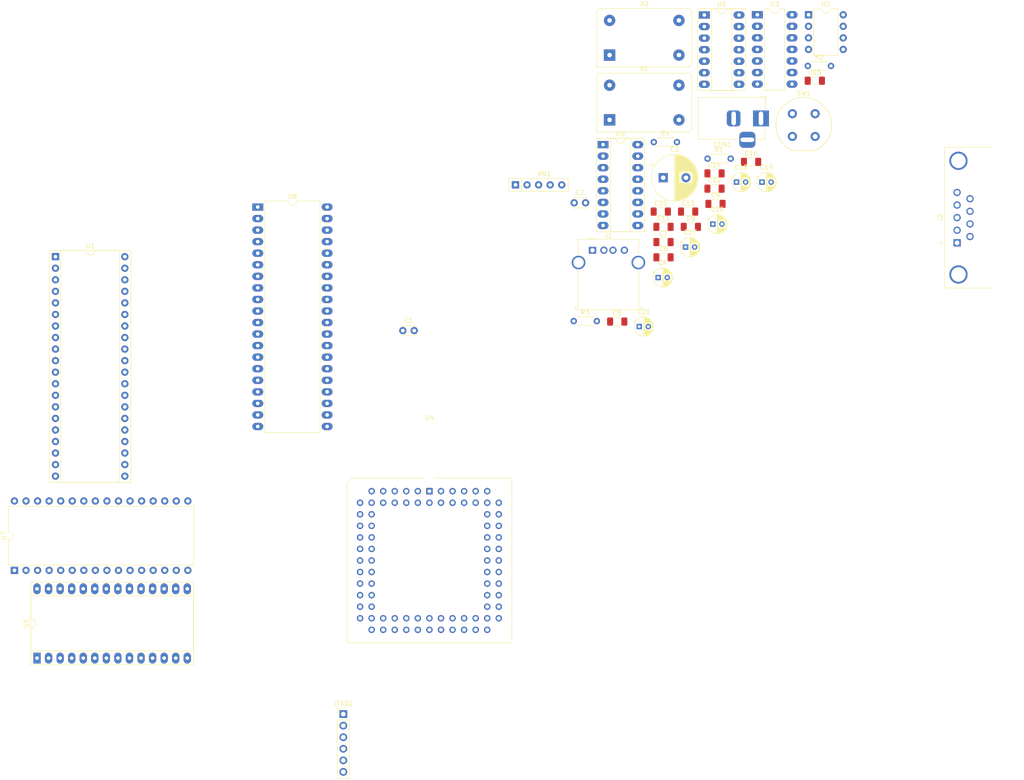
<source format=kicad_pcb>
(kicad_pcb (version 20171130) (host pcbnew 5.1.10-88a1d61d58~90~ubuntu20.04.1)

  (general
    (thickness 1.6)
    (drawings 0)
    (tracks 0)
    (zones 0)
    (modules 42)
    (nets 101)
  )

  (page A4)
  (layers
    (0 F.Cu signal)
    (1 VCC power)
    (2 GND power)
    (31 B.Cu signal)
    (33 F.Adhes user)
    (35 F.Paste user)
    (37 F.SilkS user)
    (39 F.Mask user)
    (40 Dwgs.User user)
    (41 Cmts.User user)
    (42 Eco1.User user)
    (43 Eco2.User user)
    (44 Edge.Cuts user)
    (45 Margin user)
    (46 B.CrtYd user)
    (47 F.CrtYd user)
  )

  (setup
    (last_trace_width 0.254)
    (trace_clearance 0.254)
    (zone_clearance 0.508)
    (zone_45_only no)
    (trace_min 0.254)
    (via_size 0.889)
    (via_drill 0.635)
    (via_min_size 0.889)
    (via_min_drill 0.508)
    (uvia_size 0.508)
    (uvia_drill 0.127)
    (uvias_allowed no)
    (uvia_min_size 0.508)
    (uvia_min_drill 0.127)
    (edge_width 0.1)
    (segment_width 0.2)
    (pcb_text_width 0.3)
    (pcb_text_size 1.5 1.5)
    (mod_edge_width 0.15)
    (mod_text_size 1 1)
    (mod_text_width 0.15)
    (pad_size 1.524 1.524)
    (pad_drill 0.762)
    (pad_to_mask_clearance 0)
    (aux_axis_origin 0 0)
    (visible_elements FFFFFF7F)
    (pcbplotparams
      (layerselection 0x010fc_ffffffff)
      (usegerberextensions false)
      (usegerberattributes true)
      (usegerberadvancedattributes true)
      (creategerberjobfile true)
      (excludeedgelayer true)
      (linewidth 0.100000)
      (plotframeref false)
      (viasonmask false)
      (mode 1)
      (useauxorigin false)
      (hpglpennumber 1)
      (hpglpenspeed 20)
      (hpglpendiameter 15.000000)
      (psnegative false)
      (psa4output false)
      (plotreference true)
      (plotvalue true)
      (plotinvisibletext false)
      (padsonsilk false)
      (subtractmaskfromsilk false)
      (outputformat 1)
      (mirror false)
      (drillshape 1)
      (scaleselection 1)
      (outputdirectory ""))
  )

  (net 0 "")
  (net 1 GND)
  (net 2 /RESET_TRIG)
  (net 3 "Net-(C2-Pad1)")
  (net 4 VCC)
  (net 5 "Net-(C4-Pad1)")
  (net 6 "Net-(C18-Pad2)")
  (net 7 "Net-(C18-Pad1)")
  (net 8 "Net-(C19-Pad2)")
  (net 9 "Net-(C19-Pad1)")
  (net 10 "Net-(C20-Pad2)")
  (net 11 "Net-(C21-Pad2)")
  (net 12 "Net-(J1-Pad3)")
  (net 13 "Net-(J1-Pad2)")
  (net 14 "Net-(J1-Pad5)")
  (net 15 "Net-(J2-Pad9)")
  (net 16 "Net-(J2-Pad8)")
  (net 17 "Net-(J2-Pad7)")
  (net 18 "Net-(J2-Pad6)")
  (net 19 "Net-(J2-Pad4)")
  (net 20 "Net-(J2-Pad3)")
  (net 21 "Net-(J2-Pad2)")
  (net 22 "Net-(J2-Pad1)")
  (net 23 /TCK)
  (net 24 /TDO)
  (net 25 /TDI)
  (net 26 /TMS)
  (net 27 "Net-(R3-Pad2)")
  (net 28 /~BE)
  (net 29 ~NMI)
  (net 30 ~IRQ)
  (net 31 RDY)
  (net 32 ~RESET)
  (net 33 /CPU_A11)
  (net 34 PHI2)
  (net 35 /CPU_A10)
  (net 36 "Net-(U1-Pad38)")
  (net 37 /CPU_A9)
  (net 38 "Net-(U1-Pad37)")
  (net 39 /CPU_A8)
  (net 40 /CPU_A7)
  (net 41 "Net-(U1-Pad35)")
  (net 42 /CPU_A6)
  (net 43 ~RW)
  (net 44 /CPU_A5)
  (net 45 /D0)
  (net 46 /CPU_A4)
  (net 47 /D1)
  (net 48 /CPU_A3)
  (net 49 /D2)
  (net 50 /CPU_A2)
  (net 51 /D3)
  (net 52 /CPU_A1)
  (net 53 /D4)
  (net 54 /CPU_A0)
  (net 55 /D5)
  (net 56 /D6)
  (net 57 "Net-(U1-Pad7)")
  (net 58 /D7)
  (net 59 /CPU_A15)
  (net 60 "Net-(U1-Pad5)")
  (net 61 /CPU_A14)
  (net 62 /CPU_A13)
  (net 63 "Net-(U1-Pad3)")
  (net 64 /CPU_A12)
  (net 65 "Net-(U1-Pad1)")
  (net 66 "Net-(U2-Pad3)")
  (net 67 /EXT_A13)
  (net 68 /EXT_A14)
  (net 69 /EXT_A15)
  (net 70 /EXT_A16)
  (net 71 /EXT_A17)
  (net 72 /EXT_A18)
  (net 73 ~CS_OPL)
  (net 74 ~CS_VIA)
  (net 75 /~CSW_VDP)
  (net 76 ~CS_VDP)
  (net 77 /~CS_UART)
  (net 78 /~CS_ROM)
  (net 79 /~CS_RAM)
  (net 80 /~RD)
  (net 81 /~WR)
  (net 82 /CLKIN)
  (net 83 /RESET)
  (net 84 /IRQ)
  (net 85 "Net-(U5-Pad1)")
  (net 86 "Net-(U8-Pad17)")
  (net 87 "Net-(U8-Pad36)")
  (net 88 "Net-(U8-Pad16)")
  (net 89 "Net-(U8-Pad15)")
  (net 90 "Net-(U8-Pad34)")
  (net 91 "Net-(U8-Pad33)")
  (net 92 "Net-(U8-Pad32)")
  (net 93 "Net-(U8-Pad31)")
  (net 94 "Net-(U8-Pad11)")
  (net 95 "Net-(U8-Pad10)")
  (net 96 "Net-(U8-Pad29)")
  (net 97 "Net-(U8-Pad24)")
  (net 98 "Net-(U8-Pad23)")
  (net 99 "Net-(X1-Pad1)")
  (net 100 "Net-(X2-Pad1)")

  (net_class Default "This is the default net class."
    (clearance 0.254)
    (trace_width 0.254)
    (via_dia 0.889)
    (via_drill 0.635)
    (uvia_dia 0.508)
    (uvia_drill 0.127)
    (diff_pair_width 0.254)
    (diff_pair_gap 0.25)
    (add_net /CLKIN)
    (add_net /CPU_A0)
    (add_net /CPU_A1)
    (add_net /CPU_A10)
    (add_net /CPU_A11)
    (add_net /CPU_A12)
    (add_net /CPU_A13)
    (add_net /CPU_A14)
    (add_net /CPU_A15)
    (add_net /CPU_A2)
    (add_net /CPU_A3)
    (add_net /CPU_A4)
    (add_net /CPU_A5)
    (add_net /CPU_A6)
    (add_net /CPU_A7)
    (add_net /CPU_A8)
    (add_net /CPU_A9)
    (add_net /D0)
    (add_net /D1)
    (add_net /D2)
    (add_net /D3)
    (add_net /D4)
    (add_net /D5)
    (add_net /D6)
    (add_net /D7)
    (add_net /EXT_A13)
    (add_net /EXT_A14)
    (add_net /EXT_A15)
    (add_net /EXT_A16)
    (add_net /EXT_A17)
    (add_net /EXT_A18)
    (add_net /IRQ)
    (add_net /RESET)
    (add_net /RESET_TRIG)
    (add_net /TCK)
    (add_net /TDI)
    (add_net /TDO)
    (add_net /TMS)
    (add_net /~BE)
    (add_net /~CSW_VDP)
    (add_net /~CS_RAM)
    (add_net /~CS_ROM)
    (add_net /~CS_UART)
    (add_net /~RD)
    (add_net /~WR)
    (add_net GND)
    (add_net "Net-(C18-Pad1)")
    (add_net "Net-(C18-Pad2)")
    (add_net "Net-(C19-Pad1)")
    (add_net "Net-(C19-Pad2)")
    (add_net "Net-(C2-Pad1)")
    (add_net "Net-(C20-Pad2)")
    (add_net "Net-(C21-Pad2)")
    (add_net "Net-(C4-Pad1)")
    (add_net "Net-(J1-Pad2)")
    (add_net "Net-(J1-Pad3)")
    (add_net "Net-(J1-Pad5)")
    (add_net "Net-(J2-Pad1)")
    (add_net "Net-(J2-Pad2)")
    (add_net "Net-(J2-Pad3)")
    (add_net "Net-(J2-Pad4)")
    (add_net "Net-(J2-Pad6)")
    (add_net "Net-(J2-Pad7)")
    (add_net "Net-(J2-Pad8)")
    (add_net "Net-(J2-Pad9)")
    (add_net "Net-(R3-Pad2)")
    (add_net "Net-(U1-Pad1)")
    (add_net "Net-(U1-Pad3)")
    (add_net "Net-(U1-Pad35)")
    (add_net "Net-(U1-Pad37)")
    (add_net "Net-(U1-Pad38)")
    (add_net "Net-(U1-Pad5)")
    (add_net "Net-(U1-Pad7)")
    (add_net "Net-(U2-Pad3)")
    (add_net "Net-(U5-Pad1)")
    (add_net "Net-(U8-Pad10)")
    (add_net "Net-(U8-Pad11)")
    (add_net "Net-(U8-Pad15)")
    (add_net "Net-(U8-Pad16)")
    (add_net "Net-(U8-Pad17)")
    (add_net "Net-(U8-Pad23)")
    (add_net "Net-(U8-Pad24)")
    (add_net "Net-(U8-Pad29)")
    (add_net "Net-(U8-Pad31)")
    (add_net "Net-(U8-Pad32)")
    (add_net "Net-(U8-Pad33)")
    (add_net "Net-(U8-Pad34)")
    (add_net "Net-(U8-Pad36)")
    (add_net "Net-(X1-Pad1)")
    (add_net "Net-(X2-Pad1)")
    (add_net PHI2)
    (add_net RDY)
    (add_net VCC)
    (add_net ~CS_OPL)
    (add_net ~CS_VDP)
    (add_net ~CS_VIA)
    (add_net ~IRQ)
    (add_net ~NMI)
    (add_net ~RESET)
    (add_net ~RW)
  )

  (net_class vcc ""
    (clearance 0.254)
    (trace_width 0.635)
    (via_dia 0.889)
    (via_drill 0.635)
    (uvia_dia 0.508)
    (uvia_drill 0.127)
    (diff_pair_width 0.254)
    (diff_pair_gap 0.25)
  )

  (module Package_LCC:PLCC-84_THT-Socket (layer F.Cu) (tedit 5A02ECC8) (tstamp 6123779A)
    (at 145.161 162.306)
    (descr "PLCC, 84 pins, through hole")
    (tags "plcc leaded")
    (path /61437317)
    (fp_text reference U4 (at 0 -16.15) (layer F.SilkS)
      (effects (font (size 1 1) (thickness 0.15)))
    )
    (fp_text value XC95108PC84 (at 0 16.15) (layer F.Fab)
      (effects (font (size 1 1) (thickness 0.15)))
    )
    (fp_text user %R (at 0 0) (layer F.Fab)
      (effects (font (size 1 1) (thickness 0.15)))
    )
    (fp_line (start -17.025 -2.77) (end -18.025 -1.77) (layer F.Fab) (width 0.1))
    (fp_line (start -18.025 -1.77) (end -18.025 33.25) (layer F.Fab) (width 0.1))
    (fp_line (start -18.025 33.25) (end 18.025 33.25) (layer F.Fab) (width 0.1))
    (fp_line (start 18.025 33.25) (end 18.025 -2.77) (layer F.Fab) (width 0.1))
    (fp_line (start 18.025 -2.77) (end -17.025 -2.77) (layer F.Fab) (width 0.1))
    (fp_line (start -18.5 -3.26) (end -18.5 33.74) (layer F.CrtYd) (width 0.05))
    (fp_line (start -18.5 33.74) (end 18.5 33.74) (layer F.CrtYd) (width 0.05))
    (fp_line (start 18.5 33.74) (end 18.5 -3.26) (layer F.CrtYd) (width 0.05))
    (fp_line (start 18.5 -3.26) (end -18.5 -3.26) (layer F.CrtYd) (width 0.05))
    (fp_line (start -15.485 -0.23) (end -15.485 30.71) (layer F.Fab) (width 0.1))
    (fp_line (start -15.485 30.71) (end 15.485 30.71) (layer F.Fab) (width 0.1))
    (fp_line (start 15.485 30.71) (end 15.485 -0.23) (layer F.Fab) (width 0.1))
    (fp_line (start 15.485 -0.23) (end -15.485 -0.23) (layer F.Fab) (width 0.1))
    (fp_line (start -0.5 -2.77) (end 0 -1.77) (layer F.Fab) (width 0.1))
    (fp_line (start 0 -1.77) (end 0.5 -2.77) (layer F.Fab) (width 0.1))
    (fp_line (start -1 -2.87) (end -17.125 -2.87) (layer F.SilkS) (width 0.12))
    (fp_line (start -17.125 -2.87) (end -18.125 -1.87) (layer F.SilkS) (width 0.12))
    (fp_line (start -18.125 -1.87) (end -18.125 33.35) (layer F.SilkS) (width 0.12))
    (fp_line (start -18.125 33.35) (end 18.125 33.35) (layer F.SilkS) (width 0.12))
    (fp_line (start 18.125 33.35) (end 18.125 -2.87) (layer F.SilkS) (width 0.12))
    (fp_line (start 18.125 -2.87) (end 1 -2.87) (layer F.SilkS) (width 0.12))
    (pad 72 thru_hole circle (at 15.24 5.08) (size 1.4224 1.4224) (drill 0.8) (layers *.Cu *.Mask)
      (net 1 GND))
    (pad 70 thru_hole circle (at 15.24 7.62) (size 1.4224 1.4224) (drill 0.8) (layers *.Cu *.Mask)
      (net 1 GND))
    (pad 68 thru_hole circle (at 15.24 10.16) (size 1.4224 1.4224) (drill 0.8) (layers *.Cu *.Mask)
      (net 1 GND))
    (pad 66 thru_hole circle (at 15.24 12.7) (size 1.4224 1.4224) (drill 0.8) (layers *.Cu *.Mask)
      (net 1 GND))
    (pad 64 thru_hole circle (at 15.24 15.24) (size 1.4224 1.4224) (drill 0.8) (layers *.Cu *.Mask)
      (net 4 VCC))
    (pad 62 thru_hole circle (at 15.24 17.78) (size 1.4224 1.4224) (drill 0.8) (layers *.Cu *.Mask)
      (net 1 GND))
    (pad 60 thru_hole circle (at 15.24 20.32) (size 1.4224 1.4224) (drill 0.8) (layers *.Cu *.Mask)
      (net 1 GND))
    (pad 58 thru_hole circle (at 15.24 22.86) (size 1.4224 1.4224) (drill 0.8) (layers *.Cu *.Mask)
      (net 73 ~CS_OPL))
    (pad 56 thru_hole circle (at 15.24 25.4) (size 1.4224 1.4224) (drill 0.8) (layers *.Cu *.Mask)
      (net 75 /~CSW_VDP))
    (pad 54 thru_hole circle (at 15.24 27.94) (size 1.4224 1.4224) (drill 0.8) (layers *.Cu *.Mask)
      (net 77 /~CS_UART))
    (pad 73 thru_hole circle (at 12.7 5.08) (size 1.4224 1.4224) (drill 0.8) (layers *.Cu *.Mask)
      (net 4 VCC))
    (pad 71 thru_hole circle (at 12.7 7.62) (size 1.4224 1.4224) (drill 0.8) (layers *.Cu *.Mask)
      (net 1 GND))
    (pad 69 thru_hole circle (at 12.7 10.16) (size 1.4224 1.4224) (drill 0.8) (layers *.Cu *.Mask)
      (net 1 GND))
    (pad 67 thru_hole circle (at 12.7 12.7) (size 1.4224 1.4224) (drill 0.8) (layers *.Cu *.Mask)
      (net 1 GND))
    (pad 65 thru_hole circle (at 12.7 15.24) (size 1.4224 1.4224) (drill 0.8) (layers *.Cu *.Mask)
      (net 1 GND))
    (pad 63 thru_hole circle (at 12.7 17.78) (size 1.4224 1.4224) (drill 0.8) (layers *.Cu *.Mask)
      (net 1 GND))
    (pad 61 thru_hole circle (at 12.7 20.32) (size 1.4224 1.4224) (drill 0.8) (layers *.Cu *.Mask)
      (net 1 GND))
    (pad 59 thru_hole circle (at 12.7 22.86) (size 1.4224 1.4224) (drill 0.8) (layers *.Cu *.Mask)
      (net 24 /TDO))
    (pad 57 thru_hole circle (at 12.7 25.4) (size 1.4224 1.4224) (drill 0.8) (layers *.Cu *.Mask)
      (net 74 ~CS_VIA))
    (pad 55 thru_hole circle (at 12.7 27.94) (size 1.4224 1.4224) (drill 0.8) (layers *.Cu *.Mask)
      (net 76 ~CS_VDP))
    (pad 53 thru_hole circle (at 12.7 30.48) (size 1.4224 1.4224) (drill 0.8) (layers *.Cu *.Mask)
      (net 78 /~CS_ROM))
    (pad 51 thru_hole circle (at 10.16 30.48) (size 1.4224 1.4224) (drill 0.8) (layers *.Cu *.Mask)
      (net 34 PHI2))
    (pad 49 thru_hole circle (at 7.62 30.48) (size 1.4224 1.4224) (drill 0.8) (layers *.Cu *.Mask)
      (net 1 GND))
    (pad 47 thru_hole circle (at 5.08 30.48) (size 1.4224 1.4224) (drill 0.8) (layers *.Cu *.Mask)
      (net 81 /~WR))
    (pad 45 thru_hole circle (at 2.54 30.48) (size 1.4224 1.4224) (drill 0.8) (layers *.Cu *.Mask)
      (net 59 /CPU_A15))
    (pad 43 thru_hole circle (at 0 30.48) (size 1.4224 1.4224) (drill 0.8) (layers *.Cu *.Mask)
      (net 62 /CPU_A13))
    (pad 41 thru_hole circle (at -2.54 30.48) (size 1.4224 1.4224) (drill 0.8) (layers *.Cu *.Mask)
      (net 64 /CPU_A12))
    (pad 39 thru_hole circle (at -5.08 30.48) (size 1.4224 1.4224) (drill 0.8) (layers *.Cu *.Mask)
      (net 35 /CPU_A10))
    (pad 37 thru_hole circle (at -7.62 30.48) (size 1.4224 1.4224) (drill 0.8) (layers *.Cu *.Mask)
      (net 37 /CPU_A9))
    (pad 35 thru_hole circle (at -10.16 30.48) (size 1.4224 1.4224) (drill 0.8) (layers *.Cu *.Mask)
      (net 40 /CPU_A7))
    (pad 33 thru_hole circle (at -12.7 30.48) (size 1.4224 1.4224) (drill 0.8) (layers *.Cu *.Mask)
      (net 44 /CPU_A5))
    (pad 52 thru_hole circle (at 10.16 27.94) (size 1.4224 1.4224) (drill 0.8) (layers *.Cu *.Mask)
      (net 79 /~CS_RAM))
    (pad 50 thru_hole circle (at 7.62 27.94) (size 1.4224 1.4224) (drill 0.8) (layers *.Cu *.Mask)
      (net 43 ~RW))
    (pad 48 thru_hole circle (at 5.08 27.94) (size 1.4224 1.4224) (drill 0.8) (layers *.Cu *.Mask)
      (net 80 /~RD))
    (pad 46 thru_hole circle (at 2.54 27.94) (size 1.4224 1.4224) (drill 0.8) (layers *.Cu *.Mask)
      (net 31 RDY))
    (pad 44 thru_hole circle (at 0 27.94) (size 1.4224 1.4224) (drill 0.8) (layers *.Cu *.Mask)
      (net 61 /CPU_A14))
    (pad 42 thru_hole circle (at -2.54 27.94) (size 1.4224 1.4224) (drill 0.8) (layers *.Cu *.Mask)
      (net 1 GND))
    (pad 40 thru_hole circle (at -5.08 27.94) (size 1.4224 1.4224) (drill 0.8) (layers *.Cu *.Mask)
      (net 33 /CPU_A11))
    (pad 38 thru_hole circle (at -7.62 27.94) (size 1.4224 1.4224) (drill 0.8) (layers *.Cu *.Mask)
      (net 4 VCC))
    (pad 36 thru_hole circle (at -10.16 27.94) (size 1.4224 1.4224) (drill 0.8) (layers *.Cu *.Mask)
      (net 39 /CPU_A8))
    (pad 34 thru_hole circle (at -12.7 27.94) (size 1.4224 1.4224) (drill 0.8) (layers *.Cu *.Mask)
      (net 42 /CPU_A6))
    (pad 32 thru_hole circle (at -15.24 27.94) (size 1.4224 1.4224) (drill 0.8) (layers *.Cu *.Mask)
      (net 46 /CPU_A4))
    (pad 30 thru_hole circle (at -15.24 25.4) (size 1.4224 1.4224) (drill 0.8) (layers *.Cu *.Mask)
      (net 23 /TCK))
    (pad 28 thru_hole circle (at -15.24 22.86) (size 1.4224 1.4224) (drill 0.8) (layers *.Cu *.Mask)
      (net 25 /TDI))
    (pad 26 thru_hole circle (at -15.24 20.32) (size 1.4224 1.4224) (drill 0.8) (layers *.Cu *.Mask)
      (net 50 /CPU_A2))
    (pad 24 thru_hole circle (at -15.24 17.78) (size 1.4224 1.4224) (drill 0.8) (layers *.Cu *.Mask)
      (net 54 /CPU_A0))
    (pad 22 thru_hole circle (at -15.24 15.24) (size 1.4224 1.4224) (drill 0.8) (layers *.Cu *.Mask)
      (net 4 VCC))
    (pad 20 thru_hole circle (at -15.24 12.7) (size 1.4224 1.4224) (drill 0.8) (layers *.Cu *.Mask)
      (net 1 GND))
    (pad 18 thru_hole circle (at -15.24 10.16) (size 1.4224 1.4224) (drill 0.8) (layers *.Cu *.Mask)
      (net 1 GND))
    (pad 16 thru_hole circle (at -15.24 7.62) (size 1.4224 1.4224) (drill 0.8) (layers *.Cu *.Mask)
      (net 1 GND))
    (pad 14 thru_hole circle (at -15.24 5.08) (size 1.4224 1.4224) (drill 0.8) (layers *.Cu *.Mask)
      (net 1 GND))
    (pad 12 thru_hole circle (at -15.24 2.54) (size 1.4224 1.4224) (drill 0.8) (layers *.Cu *.Mask)
      (net 1 GND))
    (pad 31 thru_hole circle (at -12.7 25.4) (size 1.4224 1.4224) (drill 0.8) (layers *.Cu *.Mask)
      (net 48 /CPU_A3))
    (pad 29 thru_hole circle (at -12.7 22.86) (size 1.4224 1.4224) (drill 0.8) (layers *.Cu *.Mask)
      (net 26 /TMS))
    (pad 27 thru_hole circle (at -12.7 20.32) (size 1.4224 1.4224) (drill 0.8) (layers *.Cu *.Mask)
      (net 1 GND))
    (pad 25 thru_hole circle (at -12.7 17.78) (size 1.4224 1.4224) (drill 0.8) (layers *.Cu *.Mask)
      (net 52 /CPU_A1))
    (pad 23 thru_hole circle (at -12.7 15.24) (size 1.4224 1.4224) (drill 0.8) (layers *.Cu *.Mask)
      (net 1 GND))
    (pad 21 thru_hole circle (at -12.7 12.7) (size 1.4224 1.4224) (drill 0.8) (layers *.Cu *.Mask)
      (net 1 GND))
    (pad 19 thru_hole circle (at -12.7 10.16) (size 1.4224 1.4224) (drill 0.8) (layers *.Cu *.Mask)
      (net 1 GND))
    (pad 17 thru_hole circle (at -12.7 7.62) (size 1.4224 1.4224) (drill 0.8) (layers *.Cu *.Mask)
      (net 1 GND))
    (pad 15 thru_hole circle (at -12.7 5.08) (size 1.4224 1.4224) (drill 0.8) (layers *.Cu *.Mask)
      (net 1 GND))
    (pad 13 thru_hole circle (at -12.7 2.54) (size 1.4224 1.4224) (drill 0.8) (layers *.Cu *.Mask)
      (net 1 GND))
    (pad 75 thru_hole circle (at 12.7 0) (size 1.4224 1.4224) (drill 0.8) (layers *.Cu *.Mask)
      (net 1 GND))
    (pad 77 thru_hole circle (at 10.16 0) (size 1.4224 1.4224) (drill 0.8) (layers *.Cu *.Mask)
      (net 1 GND))
    (pad 79 thru_hole circle (at 7.62 0) (size 1.4224 1.4224) (drill 0.8) (layers *.Cu *.Mask)
      (net 72 /EXT_A18))
    (pad 81 thru_hole circle (at 5.08 0) (size 1.4224 1.4224) (drill 0.8) (layers *.Cu *.Mask)
      (net 70 /EXT_A16))
    (pad 83 thru_hole circle (at 2.54 0) (size 1.4224 1.4224) (drill 0.8) (layers *.Cu *.Mask)
      (net 68 /EXT_A14))
    (pad 11 thru_hole circle (at -12.7 0) (size 1.4224 1.4224) (drill 0.8) (layers *.Cu *.Mask)
      (net 1 GND))
    (pad 9 thru_hole circle (at -10.16 0) (size 1.4224 1.4224) (drill 0.8) (layers *.Cu *.Mask)
      (net 82 /CLKIN))
    (pad 7 thru_hole circle (at -7.62 0) (size 1.4224 1.4224) (drill 0.8) (layers *.Cu *.Mask)
      (net 56 /D6))
    (pad 5 thru_hole circle (at -5.08 0) (size 1.4224 1.4224) (drill 0.8) (layers *.Cu *.Mask)
      (net 53 /D4))
    (pad 3 thru_hole circle (at -2.54 0) (size 1.4224 1.4224) (drill 0.8) (layers *.Cu *.Mask)
      (net 49 /D2))
    (pad 1 thru_hole rect (at 0 0) (size 1.4224 1.4224) (drill 0.8) (layers *.Cu *.Mask)
      (net 45 /D0))
    (pad 74 thru_hole circle (at 15.24 2.54) (size 1.4224 1.4224) (drill 0.8) (layers *.Cu *.Mask)
      (net 32 ~RESET))
    (pad 76 thru_hole circle (at 12.7 2.54) (size 1.4224 1.4224) (drill 0.8) (layers *.Cu *.Mask)
      (net 1 GND))
    (pad 78 thru_hole circle (at 10.16 2.54) (size 1.4224 1.4224) (drill 0.8) (layers *.Cu *.Mask)
      (net 4 VCC))
    (pad 80 thru_hole circle (at 7.62 2.54) (size 1.4224 1.4224) (drill 0.8) (layers *.Cu *.Mask)
      (net 71 /EXT_A17))
    (pad 82 thru_hole circle (at 5.08 2.54) (size 1.4224 1.4224) (drill 0.8) (layers *.Cu *.Mask)
      (net 69 /EXT_A15))
    (pad 84 thru_hole circle (at 2.54 2.54) (size 1.4224 1.4224) (drill 0.8) (layers *.Cu *.Mask)
      (net 67 /EXT_A13))
    (pad 10 thru_hole circle (at -10.16 2.54) (size 1.4224 1.4224) (drill 0.8) (layers *.Cu *.Mask)
      (net 58 /D7))
    (pad 8 thru_hole circle (at -7.62 2.54) (size 1.4224 1.4224) (drill 0.8) (layers *.Cu *.Mask)
      (net 1 GND))
    (pad 6 thru_hole circle (at -5.08 2.54) (size 1.4224 1.4224) (drill 0.8) (layers *.Cu *.Mask)
      (net 55 /D5))
    (pad 4 thru_hole circle (at -2.54 2.54) (size 1.4224 1.4224) (drill 0.8) (layers *.Cu *.Mask)
      (net 51 /D3))
    (pad 2 thru_hole circle (at 0 2.54) (size 1.4224 1.4224) (drill 0.8) (layers *.Cu *.Mask)
      (net 47 /D1))
    (model ${KISYS3DMOD}/Package_LCC.3dshapes/PLCC-84_THT-Socket.wrl
      (at (xyz 0 0 0))
      (scale (xyz 1 1 1))
      (rotate (xyz 0 0 0))
    )
  )

  (module Oscillator:Oscillator_DIP-14_LargePads (layer F.Cu) (tedit 5A528802) (tstamp 612378DC)
    (at 184.749 66.41)
    (descr "Oscillator, DIP14, Large Pads, http://cdn-reichelt.de/documents/datenblatt/B400/OSZI.pdf")
    (tags oscillator)
    (path /54229F47)
    (fp_text reference X2 (at 7.62 -11.26) (layer F.SilkS)
      (effects (font (size 1 1) (thickness 0.15)))
    )
    (fp_text value OSC (at 7.62 3.74) (layer F.Fab)
      (effects (font (size 1 1) (thickness 0.15)))
    )
    (fp_arc (start -2.08 -9.51) (end -2.73 -9.51) (angle 90) (layer F.Fab) (width 0.1))
    (fp_arc (start 17.32 -9.51) (end 17.32 -10.16) (angle 90) (layer F.Fab) (width 0.1))
    (fp_arc (start 17.32 1.89) (end 17.97 1.89) (angle 90) (layer F.Fab) (width 0.1))
    (fp_arc (start -2.08 -9.51) (end -2.83 -9.51) (angle 90) (layer F.SilkS) (width 0.12))
    (fp_arc (start 17.32 -9.51) (end 17.32 -10.26) (angle 90) (layer F.SilkS) (width 0.12))
    (fp_arc (start 17.32 1.89) (end 18.07 1.89) (angle 90) (layer F.SilkS) (width 0.12))
    (fp_arc (start -1.38 -8.81) (end -1.73 -8.81) (angle 90) (layer F.Fab) (width 0.1))
    (fp_arc (start 16.62 -8.81) (end 16.62 -9.16) (angle 90) (layer F.Fab) (width 0.1))
    (fp_arc (start 16.62 1.19) (end 16.97 1.19) (angle 90) (layer F.Fab) (width 0.1))
    (fp_text user %R (at 7.62 -3.81) (layer F.Fab)
      (effects (font (size 1 1) (thickness 0.15)))
    )
    (fp_line (start 18.22 2.79) (end 18.22 -10.41) (layer F.CrtYd) (width 0.05))
    (fp_line (start 18.22 -10.41) (end -2.98 -10.41) (layer F.CrtYd) (width 0.05))
    (fp_line (start -2.98 -10.41) (end -2.98 2.79) (layer F.CrtYd) (width 0.05))
    (fp_line (start -2.98 2.79) (end 18.22 2.79) (layer F.CrtYd) (width 0.05))
    (fp_line (start 16.97 1.19) (end 16.97 -8.81) (layer F.Fab) (width 0.1))
    (fp_line (start -1.38 -9.16) (end 16.62 -9.16) (layer F.Fab) (width 0.1))
    (fp_line (start -1.73 1.54) (end -1.73 -8.81) (layer F.Fab) (width 0.1))
    (fp_line (start -1.73 1.54) (end 16.62 1.54) (layer F.Fab) (width 0.1))
    (fp_line (start -2.83 -9.51) (end -2.83 2.64) (layer F.SilkS) (width 0.12))
    (fp_line (start 17.32 -10.26) (end -2.08 -10.26) (layer F.SilkS) (width 0.12))
    (fp_line (start 18.07 1.89) (end 18.07 -9.51) (layer F.SilkS) (width 0.12))
    (fp_line (start -2.83 2.64) (end 17.32 2.64) (layer F.SilkS) (width 0.12))
    (fp_line (start -2.73 2.54) (end 17.32 2.54) (layer F.Fab) (width 0.1))
    (fp_line (start 17.97 -9.51) (end 17.97 1.89) (layer F.Fab) (width 0.1))
    (fp_line (start -2.08 -10.16) (end 17.32 -10.16) (layer F.Fab) (width 0.1))
    (fp_line (start -2.73 2.54) (end -2.73 -9.51) (layer F.Fab) (width 0.1))
    (pad 7 thru_hole circle (at 15.24 0) (size 2.5 2.5) (drill 1) (layers *.Cu *.Mask)
      (net 1 GND))
    (pad 8 thru_hole circle (at 15.24 -7.62) (size 2.5 2.5) (drill 1) (layers *.Cu *.Mask)
      (net 88 "Net-(U8-Pad16)"))
    (pad 14 thru_hole circle (at 0 -7.62) (size 2.5 2.5) (drill 1) (layers *.Cu *.Mask)
      (net 4 VCC))
    (pad 1 thru_hole rect (at 0 0) (size 2.5 2.5) (drill 1) (layers *.Cu *.Mask)
      (net 100 "Net-(X2-Pad1)"))
    (model ${KISYS3DMOD}/Oscillator.3dshapes/Oscillator_DIP-14.wrl
      (at (xyz 0 0 0))
      (scale (xyz 1 1 1))
      (rotate (xyz 0 0 0))
    )
  )

  (module Oscillator:Oscillator_DIP-14_LargePads (layer F.Cu) (tedit 5A528802) (tstamp 612378BA)
    (at 184.749 80.66)
    (descr "Oscillator, DIP14, Large Pads, http://cdn-reichelt.de/documents/datenblatt/B400/OSZI.pdf")
    (tags oscillator)
    (path /541F2AC6)
    (fp_text reference X1 (at 7.62 -11.26) (layer F.SilkS)
      (effects (font (size 1 1) (thickness 0.15)))
    )
    (fp_text value OSC (at 7.62 3.74) (layer F.Fab)
      (effects (font (size 1 1) (thickness 0.15)))
    )
    (fp_arc (start -2.08 -9.51) (end -2.73 -9.51) (angle 90) (layer F.Fab) (width 0.1))
    (fp_arc (start 17.32 -9.51) (end 17.32 -10.16) (angle 90) (layer F.Fab) (width 0.1))
    (fp_arc (start 17.32 1.89) (end 17.97 1.89) (angle 90) (layer F.Fab) (width 0.1))
    (fp_arc (start -2.08 -9.51) (end -2.83 -9.51) (angle 90) (layer F.SilkS) (width 0.12))
    (fp_arc (start 17.32 -9.51) (end 17.32 -10.26) (angle 90) (layer F.SilkS) (width 0.12))
    (fp_arc (start 17.32 1.89) (end 18.07 1.89) (angle 90) (layer F.SilkS) (width 0.12))
    (fp_arc (start -1.38 -8.81) (end -1.73 -8.81) (angle 90) (layer F.Fab) (width 0.1))
    (fp_arc (start 16.62 -8.81) (end 16.62 -9.16) (angle 90) (layer F.Fab) (width 0.1))
    (fp_arc (start 16.62 1.19) (end 16.97 1.19) (angle 90) (layer F.Fab) (width 0.1))
    (fp_text user %R (at 7.62 -3.81) (layer F.Fab)
      (effects (font (size 1 1) (thickness 0.15)))
    )
    (fp_line (start 18.22 2.79) (end 18.22 -10.41) (layer F.CrtYd) (width 0.05))
    (fp_line (start 18.22 -10.41) (end -2.98 -10.41) (layer F.CrtYd) (width 0.05))
    (fp_line (start -2.98 -10.41) (end -2.98 2.79) (layer F.CrtYd) (width 0.05))
    (fp_line (start -2.98 2.79) (end 18.22 2.79) (layer F.CrtYd) (width 0.05))
    (fp_line (start 16.97 1.19) (end 16.97 -8.81) (layer F.Fab) (width 0.1))
    (fp_line (start -1.38 -9.16) (end 16.62 -9.16) (layer F.Fab) (width 0.1))
    (fp_line (start -1.73 1.54) (end -1.73 -8.81) (layer F.Fab) (width 0.1))
    (fp_line (start -1.73 1.54) (end 16.62 1.54) (layer F.Fab) (width 0.1))
    (fp_line (start -2.83 -9.51) (end -2.83 2.64) (layer F.SilkS) (width 0.12))
    (fp_line (start 17.32 -10.26) (end -2.08 -10.26) (layer F.SilkS) (width 0.12))
    (fp_line (start 18.07 1.89) (end 18.07 -9.51) (layer F.SilkS) (width 0.12))
    (fp_line (start -2.83 2.64) (end 17.32 2.64) (layer F.SilkS) (width 0.12))
    (fp_line (start -2.73 2.54) (end 17.32 2.54) (layer F.Fab) (width 0.1))
    (fp_line (start 17.97 -9.51) (end 17.97 1.89) (layer F.Fab) (width 0.1))
    (fp_line (start -2.08 -10.16) (end 17.32 -10.16) (layer F.Fab) (width 0.1))
    (fp_line (start -2.73 2.54) (end -2.73 -9.51) (layer F.Fab) (width 0.1))
    (pad 7 thru_hole circle (at 15.24 0) (size 2.5 2.5) (drill 1) (layers *.Cu *.Mask)
      (net 1 GND))
    (pad 8 thru_hole circle (at 15.24 -7.62) (size 2.5 2.5) (drill 1) (layers *.Cu *.Mask)
      (net 82 /CLKIN))
    (pad 14 thru_hole circle (at 0 -7.62) (size 2.5 2.5) (drill 1) (layers *.Cu *.Mask)
      (net 4 VCC))
    (pad 1 thru_hole rect (at 0 0) (size 2.5 2.5) (drill 1) (layers *.Cu *.Mask)
      (net 99 "Net-(X1-Pad1)"))
    (model ${KISYS3DMOD}/Oscillator.3dshapes/Oscillator_DIP-14.wrl
      (at (xyz 0 0 0))
      (scale (xyz 1 1 1))
      (rotate (xyz 0 0 0))
    )
  )

  (module Package_DIP:DIP-16_W7.62mm_Socket_LongPads (layer F.Cu) (tedit 5A02E8C5) (tstamp 61237898)
    (at 183.319 86.1)
    (descr "16-lead though-hole mounted DIP package, row spacing 7.62 mm (300 mils), Socket, LongPads")
    (tags "THT DIP DIL PDIP 2.54mm 7.62mm 300mil Socket LongPads")
    (path /54220929)
    (fp_text reference U9 (at 3.81 -2.33) (layer F.SilkS)
      (effects (font (size 1 1) (thickness 0.15)))
    )
    (fp_text value MAX232 (at 3.81 20.11) (layer F.Fab)
      (effects (font (size 1 1) (thickness 0.15)))
    )
    (fp_text user %R (at 3.81 8.89) (layer F.Fab)
      (effects (font (size 1 1) (thickness 0.15)))
    )
    (fp_arc (start 3.81 -1.33) (end 2.81 -1.33) (angle -180) (layer F.SilkS) (width 0.12))
    (fp_line (start 1.635 -1.27) (end 6.985 -1.27) (layer F.Fab) (width 0.1))
    (fp_line (start 6.985 -1.27) (end 6.985 19.05) (layer F.Fab) (width 0.1))
    (fp_line (start 6.985 19.05) (end 0.635 19.05) (layer F.Fab) (width 0.1))
    (fp_line (start 0.635 19.05) (end 0.635 -0.27) (layer F.Fab) (width 0.1))
    (fp_line (start 0.635 -0.27) (end 1.635 -1.27) (layer F.Fab) (width 0.1))
    (fp_line (start -1.27 -1.33) (end -1.27 19.11) (layer F.Fab) (width 0.1))
    (fp_line (start -1.27 19.11) (end 8.89 19.11) (layer F.Fab) (width 0.1))
    (fp_line (start 8.89 19.11) (end 8.89 -1.33) (layer F.Fab) (width 0.1))
    (fp_line (start 8.89 -1.33) (end -1.27 -1.33) (layer F.Fab) (width 0.1))
    (fp_line (start 2.81 -1.33) (end 1.56 -1.33) (layer F.SilkS) (width 0.12))
    (fp_line (start 1.56 -1.33) (end 1.56 19.11) (layer F.SilkS) (width 0.12))
    (fp_line (start 1.56 19.11) (end 6.06 19.11) (layer F.SilkS) (width 0.12))
    (fp_line (start 6.06 19.11) (end 6.06 -1.33) (layer F.SilkS) (width 0.12))
    (fp_line (start 6.06 -1.33) (end 4.81 -1.33) (layer F.SilkS) (width 0.12))
    (fp_line (start -1.44 -1.39) (end -1.44 19.17) (layer F.SilkS) (width 0.12))
    (fp_line (start -1.44 19.17) (end 9.06 19.17) (layer F.SilkS) (width 0.12))
    (fp_line (start 9.06 19.17) (end 9.06 -1.39) (layer F.SilkS) (width 0.12))
    (fp_line (start 9.06 -1.39) (end -1.44 -1.39) (layer F.SilkS) (width 0.12))
    (fp_line (start -1.55 -1.6) (end -1.55 19.4) (layer F.CrtYd) (width 0.05))
    (fp_line (start -1.55 19.4) (end 9.15 19.4) (layer F.CrtYd) (width 0.05))
    (fp_line (start 9.15 19.4) (end 9.15 -1.6) (layer F.CrtYd) (width 0.05))
    (fp_line (start 9.15 -1.6) (end -1.55 -1.6) (layer F.CrtYd) (width 0.05))
    (pad 16 thru_hole oval (at 7.62 0) (size 2.4 1.6) (drill 0.8) (layers *.Cu *.Mask)
      (net 4 VCC))
    (pad 8 thru_hole oval (at 0 17.78) (size 2.4 1.6) (drill 0.8) (layers *.Cu *.Mask)
      (net 21 "Net-(J2-Pad2)"))
    (pad 15 thru_hole oval (at 7.62 2.54) (size 2.4 1.6) (drill 0.8) (layers *.Cu *.Mask)
      (net 1 GND))
    (pad 7 thru_hole oval (at 0 15.24) (size 2.4 1.6) (drill 0.8) (layers *.Cu *.Mask)
      (net 20 "Net-(J2-Pad3)"))
    (pad 14 thru_hole oval (at 7.62 5.08) (size 2.4 1.6) (drill 0.8) (layers *.Cu *.Mask)
      (net 17 "Net-(J2-Pad7)"))
    (pad 6 thru_hole oval (at 0 12.7) (size 2.4 1.6) (drill 0.8) (layers *.Cu *.Mask)
      (net 10 "Net-(C20-Pad2)"))
    (pad 13 thru_hole oval (at 7.62 7.62) (size 2.4 1.6) (drill 0.8) (layers *.Cu *.Mask)
      (net 16 "Net-(J2-Pad8)"))
    (pad 5 thru_hole oval (at 0 10.16) (size 2.4 1.6) (drill 0.8) (layers *.Cu *.Mask)
      (net 8 "Net-(C19-Pad2)"))
    (pad 12 thru_hole oval (at 7.62 10.16) (size 2.4 1.6) (drill 0.8) (layers *.Cu *.Mask)
      (net 87 "Net-(U8-Pad36)"))
    (pad 4 thru_hole oval (at 0 7.62) (size 2.4 1.6) (drill 0.8) (layers *.Cu *.Mask)
      (net 9 "Net-(C19-Pad1)"))
    (pad 11 thru_hole oval (at 7.62 12.7) (size 2.4 1.6) (drill 0.8) (layers *.Cu *.Mask)
      (net 92 "Net-(U8-Pad32)"))
    (pad 3 thru_hole oval (at 0 5.08) (size 2.4 1.6) (drill 0.8) (layers *.Cu *.Mask)
      (net 6 "Net-(C18-Pad2)"))
    (pad 10 thru_hole oval (at 7.62 15.24) (size 2.4 1.6) (drill 0.8) (layers *.Cu *.Mask)
      (net 94 "Net-(U8-Pad11)"))
    (pad 2 thru_hole oval (at 0 2.54) (size 2.4 1.6) (drill 0.8) (layers *.Cu *.Mask)
      (net 11 "Net-(C21-Pad2)"))
    (pad 9 thru_hole oval (at 7.62 17.78) (size 2.4 1.6) (drill 0.8) (layers *.Cu *.Mask)
      (net 95 "Net-(U8-Pad10)"))
    (pad 1 thru_hole rect (at 0 0) (size 2.4 1.6) (drill 0.8) (layers *.Cu *.Mask)
      (net 7 "Net-(C18-Pad1)"))
    (model ${KISYS3DMOD}/Package_DIP.3dshapes/DIP-16_W7.62mm_Socket.wrl
      (at (xyz 0 0 0))
      (scale (xyz 1 1 1))
      (rotate (xyz 0 0 0))
    )
  )

  (module Package_DIP:DIP-40_W15.24mm_LongPads (layer F.Cu) (tedit 5A02E8C5) (tstamp 6123786C)
    (at 107.442 99.822)
    (descr "40-lead though-hole mounted DIP package, row spacing 15.24 mm (600 mils), LongPads")
    (tags "THT DIP DIL PDIP 2.54mm 15.24mm 600mil LongPads")
    (path /5421EE7A)
    (fp_text reference U8 (at 7.62 -2.33) (layer F.SilkS)
      (effects (font (size 1 1) (thickness 0.15)))
    )
    (fp_text value 16550 (at 7.62 50.59) (layer F.Fab)
      (effects (font (size 1 1) (thickness 0.15)))
    )
    (fp_text user %R (at 7.62 24.13) (layer F.Fab)
      (effects (font (size 1 1) (thickness 0.15)))
    )
    (fp_arc (start 7.62 -1.33) (end 6.62 -1.33) (angle -180) (layer F.SilkS) (width 0.12))
    (fp_line (start 1.255 -1.27) (end 14.985 -1.27) (layer F.Fab) (width 0.1))
    (fp_line (start 14.985 -1.27) (end 14.985 49.53) (layer F.Fab) (width 0.1))
    (fp_line (start 14.985 49.53) (end 0.255 49.53) (layer F.Fab) (width 0.1))
    (fp_line (start 0.255 49.53) (end 0.255 -0.27) (layer F.Fab) (width 0.1))
    (fp_line (start 0.255 -0.27) (end 1.255 -1.27) (layer F.Fab) (width 0.1))
    (fp_line (start 6.62 -1.33) (end 1.56 -1.33) (layer F.SilkS) (width 0.12))
    (fp_line (start 1.56 -1.33) (end 1.56 49.59) (layer F.SilkS) (width 0.12))
    (fp_line (start 1.56 49.59) (end 13.68 49.59) (layer F.SilkS) (width 0.12))
    (fp_line (start 13.68 49.59) (end 13.68 -1.33) (layer F.SilkS) (width 0.12))
    (fp_line (start 13.68 -1.33) (end 8.62 -1.33) (layer F.SilkS) (width 0.12))
    (fp_line (start -1.5 -1.55) (end -1.5 49.8) (layer F.CrtYd) (width 0.05))
    (fp_line (start -1.5 49.8) (end 16.7 49.8) (layer F.CrtYd) (width 0.05))
    (fp_line (start 16.7 49.8) (end 16.7 -1.55) (layer F.CrtYd) (width 0.05))
    (fp_line (start 16.7 -1.55) (end -1.5 -1.55) (layer F.CrtYd) (width 0.05))
    (pad 40 thru_hole oval (at 15.24 0) (size 2.4 1.6) (drill 0.8) (layers *.Cu *.Mask)
      (net 4 VCC))
    (pad 20 thru_hole oval (at 0 48.26) (size 2.4 1.6) (drill 0.8) (layers *.Cu *.Mask)
      (net 1 GND))
    (pad 39 thru_hole oval (at 15.24 2.54) (size 2.4 1.6) (drill 0.8) (layers *.Cu *.Mask)
      (net 4 VCC))
    (pad 19 thru_hole oval (at 0 45.72) (size 2.4 1.6) (drill 0.8) (layers *.Cu *.Mask)
      (net 1 GND))
    (pad 38 thru_hole oval (at 15.24 5.08) (size 2.4 1.6) (drill 0.8) (layers *.Cu *.Mask)
      (net 4 VCC))
    (pad 18 thru_hole oval (at 0 43.18) (size 2.4 1.6) (drill 0.8) (layers *.Cu *.Mask)
      (net 81 /~WR))
    (pad 37 thru_hole oval (at 15.24 7.62) (size 2.4 1.6) (drill 0.8) (layers *.Cu *.Mask)
      (net 4 VCC))
    (pad 17 thru_hole oval (at 0 40.64) (size 2.4 1.6) (drill 0.8) (layers *.Cu *.Mask)
      (net 86 "Net-(U8-Pad17)"))
    (pad 36 thru_hole oval (at 15.24 10.16) (size 2.4 1.6) (drill 0.8) (layers *.Cu *.Mask)
      (net 87 "Net-(U8-Pad36)"))
    (pad 16 thru_hole oval (at 0 38.1) (size 2.4 1.6) (drill 0.8) (layers *.Cu *.Mask)
      (net 88 "Net-(U8-Pad16)"))
    (pad 35 thru_hole oval (at 15.24 12.7) (size 2.4 1.6) (drill 0.8) (layers *.Cu *.Mask)
      (net 27 "Net-(R3-Pad2)"))
    (pad 15 thru_hole oval (at 0 35.56) (size 2.4 1.6) (drill 0.8) (layers *.Cu *.Mask)
      (net 89 "Net-(U8-Pad15)"))
    (pad 34 thru_hole oval (at 15.24 15.24) (size 2.4 1.6) (drill 0.8) (layers *.Cu *.Mask)
      (net 90 "Net-(U8-Pad34)"))
    (pad 14 thru_hole oval (at 0 33.02) (size 2.4 1.6) (drill 0.8) (layers *.Cu *.Mask)
      (net 77 /~CS_UART))
    (pad 33 thru_hole oval (at 15.24 17.78) (size 2.4 1.6) (drill 0.8) (layers *.Cu *.Mask)
      (net 91 "Net-(U8-Pad33)"))
    (pad 13 thru_hole oval (at 0 30.48) (size 2.4 1.6) (drill 0.8) (layers *.Cu *.Mask)
      (net 4 VCC))
    (pad 32 thru_hole oval (at 15.24 20.32) (size 2.4 1.6) (drill 0.8) (layers *.Cu *.Mask)
      (net 92 "Net-(U8-Pad32)"))
    (pad 12 thru_hole oval (at 0 27.94) (size 2.4 1.6) (drill 0.8) (layers *.Cu *.Mask)
      (net 4 VCC))
    (pad 31 thru_hole oval (at 15.24 22.86) (size 2.4 1.6) (drill 0.8) (layers *.Cu *.Mask)
      (net 93 "Net-(U8-Pad31)"))
    (pad 11 thru_hole oval (at 0 25.4) (size 2.4 1.6) (drill 0.8) (layers *.Cu *.Mask)
      (net 94 "Net-(U8-Pad11)"))
    (pad 30 thru_hole oval (at 15.24 25.4) (size 2.4 1.6) (drill 0.8) (layers *.Cu *.Mask)
      (net 85 "Net-(U5-Pad1)"))
    (pad 10 thru_hole oval (at 0 22.86) (size 2.4 1.6) (drill 0.8) (layers *.Cu *.Mask)
      (net 95 "Net-(U8-Pad10)"))
    (pad 29 thru_hole oval (at 15.24 27.94) (size 2.4 1.6) (drill 0.8) (layers *.Cu *.Mask)
      (net 96 "Net-(U8-Pad29)"))
    (pad 9 thru_hole oval (at 0 20.32) (size 2.4 1.6) (drill 0.8) (layers *.Cu *.Mask)
      (net 89 "Net-(U8-Pad15)"))
    (pad 28 thru_hole oval (at 15.24 30.48) (size 2.4 1.6) (drill 0.8) (layers *.Cu *.Mask)
      (net 54 /CPU_A0))
    (pad 8 thru_hole oval (at 0 17.78) (size 2.4 1.6) (drill 0.8) (layers *.Cu *.Mask)
      (net 58 /D7))
    (pad 27 thru_hole oval (at 15.24 33.02) (size 2.4 1.6) (drill 0.8) (layers *.Cu *.Mask)
      (net 52 /CPU_A1))
    (pad 7 thru_hole oval (at 0 15.24) (size 2.4 1.6) (drill 0.8) (layers *.Cu *.Mask)
      (net 56 /D6))
    (pad 26 thru_hole oval (at 15.24 35.56) (size 2.4 1.6) (drill 0.8) (layers *.Cu *.Mask)
      (net 50 /CPU_A2))
    (pad 6 thru_hole oval (at 0 12.7) (size 2.4 1.6) (drill 0.8) (layers *.Cu *.Mask)
      (net 55 /D5))
    (pad 25 thru_hole oval (at 15.24 38.1) (size 2.4 1.6) (drill 0.8) (layers *.Cu *.Mask)
      (net 1 GND))
    (pad 5 thru_hole oval (at 0 10.16) (size 2.4 1.6) (drill 0.8) (layers *.Cu *.Mask)
      (net 53 /D4))
    (pad 24 thru_hole oval (at 15.24 40.64) (size 2.4 1.6) (drill 0.8) (layers *.Cu *.Mask)
      (net 97 "Net-(U8-Pad24)"))
    (pad 4 thru_hole oval (at 0 7.62) (size 2.4 1.6) (drill 0.8) (layers *.Cu *.Mask)
      (net 51 /D3))
    (pad 23 thru_hole oval (at 15.24 43.18) (size 2.4 1.6) (drill 0.8) (layers *.Cu *.Mask)
      (net 98 "Net-(U8-Pad23)"))
    (pad 3 thru_hole oval (at 0 5.08) (size 2.4 1.6) (drill 0.8) (layers *.Cu *.Mask)
      (net 49 /D2))
    (pad 22 thru_hole oval (at 15.24 45.72) (size 2.4 1.6) (drill 0.8) (layers *.Cu *.Mask)
      (net 1 GND))
    (pad 2 thru_hole oval (at 0 2.54) (size 2.4 1.6) (drill 0.8) (layers *.Cu *.Mask)
      (net 47 /D1))
    (pad 21 thru_hole oval (at 15.24 48.26) (size 2.4 1.6) (drill 0.8) (layers *.Cu *.Mask)
      (net 80 /~RD))
    (pad 1 thru_hole rect (at 0 0) (size 2.4 1.6) (drill 0.8) (layers *.Cu *.Mask)
      (net 45 /D0))
    (model ${KISYS3DMOD}/Package_DIP.3dshapes/DIP-40_W15.24mm.wrl
      (at (xyz 0 0 0))
      (scale (xyz 1 1 1))
      (rotate (xyz 0 0 0))
    )
  )

  (module Package_DIP:DIP-32_W15.24mm (layer F.Cu) (tedit 5A02E8C5) (tstamp 61237830)
    (at 53.975 179.705 90)
    (descr "32-lead though-hole mounted DIP package, row spacing 15.24 mm (600 mils)")
    (tags "THT DIP DIL PDIP 2.54mm 15.24mm 600mil")
    (path /613044EA)
    (fp_text reference U7 (at 7.62 -2.33 90) (layer F.SilkS)
      (effects (font (size 1 1) (thickness 0.15)))
    )
    (fp_text value AS6C4008-55PCN (at 7.62 40.43 90) (layer F.Fab)
      (effects (font (size 1 1) (thickness 0.15)))
    )
    (fp_text user %R (at 7.62 19.05 90) (layer F.Fab)
      (effects (font (size 1 1) (thickness 0.15)))
    )
    (fp_arc (start 7.62 -1.33) (end 6.62 -1.33) (angle -180) (layer F.SilkS) (width 0.12))
    (fp_line (start 1.255 -1.27) (end 14.985 -1.27) (layer F.Fab) (width 0.1))
    (fp_line (start 14.985 -1.27) (end 14.985 39.37) (layer F.Fab) (width 0.1))
    (fp_line (start 14.985 39.37) (end 0.255 39.37) (layer F.Fab) (width 0.1))
    (fp_line (start 0.255 39.37) (end 0.255 -0.27) (layer F.Fab) (width 0.1))
    (fp_line (start 0.255 -0.27) (end 1.255 -1.27) (layer F.Fab) (width 0.1))
    (fp_line (start 6.62 -1.33) (end 1.16 -1.33) (layer F.SilkS) (width 0.12))
    (fp_line (start 1.16 -1.33) (end 1.16 39.43) (layer F.SilkS) (width 0.12))
    (fp_line (start 1.16 39.43) (end 14.08 39.43) (layer F.SilkS) (width 0.12))
    (fp_line (start 14.08 39.43) (end 14.08 -1.33) (layer F.SilkS) (width 0.12))
    (fp_line (start 14.08 -1.33) (end 8.62 -1.33) (layer F.SilkS) (width 0.12))
    (fp_line (start -1.05 -1.55) (end -1.05 39.65) (layer F.CrtYd) (width 0.05))
    (fp_line (start -1.05 39.65) (end 16.3 39.65) (layer F.CrtYd) (width 0.05))
    (fp_line (start 16.3 39.65) (end 16.3 -1.55) (layer F.CrtYd) (width 0.05))
    (fp_line (start 16.3 -1.55) (end -1.05 -1.55) (layer F.CrtYd) (width 0.05))
    (pad 32 thru_hole oval (at 15.24 0 90) (size 1.6 1.6) (drill 0.8) (layers *.Cu *.Mask)
      (net 4 VCC))
    (pad 16 thru_hole oval (at 0 38.1 90) (size 1.6 1.6) (drill 0.8) (layers *.Cu *.Mask)
      (net 1 GND))
    (pad 31 thru_hole oval (at 15.24 2.54 90) (size 1.6 1.6) (drill 0.8) (layers *.Cu *.Mask)
      (net 69 /EXT_A15))
    (pad 15 thru_hole oval (at 0 35.56 90) (size 1.6 1.6) (drill 0.8) (layers *.Cu *.Mask)
      (net 49 /D2))
    (pad 30 thru_hole oval (at 15.24 5.08 90) (size 1.6 1.6) (drill 0.8) (layers *.Cu *.Mask)
      (net 71 /EXT_A17))
    (pad 14 thru_hole oval (at 0 33.02 90) (size 1.6 1.6) (drill 0.8) (layers *.Cu *.Mask)
      (net 47 /D1))
    (pad 29 thru_hole oval (at 15.24 7.62 90) (size 1.6 1.6) (drill 0.8) (layers *.Cu *.Mask)
      (net 81 /~WR))
    (pad 13 thru_hole oval (at 0 30.48 90) (size 1.6 1.6) (drill 0.8) (layers *.Cu *.Mask)
      (net 45 /D0))
    (pad 28 thru_hole oval (at 15.24 10.16 90) (size 1.6 1.6) (drill 0.8) (layers *.Cu *.Mask)
      (net 67 /EXT_A13))
    (pad 12 thru_hole oval (at 0 27.94 90) (size 1.6 1.6) (drill 0.8) (layers *.Cu *.Mask)
      (net 54 /CPU_A0))
    (pad 27 thru_hole oval (at 15.24 12.7 90) (size 1.6 1.6) (drill 0.8) (layers *.Cu *.Mask)
      (net 39 /CPU_A8))
    (pad 11 thru_hole oval (at 0 25.4 90) (size 1.6 1.6) (drill 0.8) (layers *.Cu *.Mask)
      (net 52 /CPU_A1))
    (pad 26 thru_hole oval (at 15.24 15.24 90) (size 1.6 1.6) (drill 0.8) (layers *.Cu *.Mask)
      (net 37 /CPU_A9))
    (pad 10 thru_hole oval (at 0 22.86 90) (size 1.6 1.6) (drill 0.8) (layers *.Cu *.Mask)
      (net 50 /CPU_A2))
    (pad 25 thru_hole oval (at 15.24 17.78 90) (size 1.6 1.6) (drill 0.8) (layers *.Cu *.Mask)
      (net 33 /CPU_A11))
    (pad 9 thru_hole oval (at 0 20.32 90) (size 1.6 1.6) (drill 0.8) (layers *.Cu *.Mask)
      (net 48 /CPU_A3))
    (pad 24 thru_hole oval (at 15.24 20.32 90) (size 1.6 1.6) (drill 0.8) (layers *.Cu *.Mask)
      (net 80 /~RD))
    (pad 8 thru_hole oval (at 0 17.78 90) (size 1.6 1.6) (drill 0.8) (layers *.Cu *.Mask)
      (net 46 /CPU_A4))
    (pad 23 thru_hole oval (at 15.24 22.86 90) (size 1.6 1.6) (drill 0.8) (layers *.Cu *.Mask)
      (net 35 /CPU_A10))
    (pad 7 thru_hole oval (at 0 15.24 90) (size 1.6 1.6) (drill 0.8) (layers *.Cu *.Mask)
      (net 44 /CPU_A5))
    (pad 22 thru_hole oval (at 15.24 25.4 90) (size 1.6 1.6) (drill 0.8) (layers *.Cu *.Mask)
      (net 79 /~CS_RAM))
    (pad 6 thru_hole oval (at 0 12.7 90) (size 1.6 1.6) (drill 0.8) (layers *.Cu *.Mask)
      (net 42 /CPU_A6))
    (pad 21 thru_hole oval (at 15.24 27.94 90) (size 1.6 1.6) (drill 0.8) (layers *.Cu *.Mask)
      (net 58 /D7))
    (pad 5 thru_hole oval (at 0 10.16 90) (size 1.6 1.6) (drill 0.8) (layers *.Cu *.Mask)
      (net 40 /CPU_A7))
    (pad 20 thru_hole oval (at 15.24 30.48 90) (size 1.6 1.6) (drill 0.8) (layers *.Cu *.Mask)
      (net 56 /D6))
    (pad 4 thru_hole oval (at 0 7.62 90) (size 1.6 1.6) (drill 0.8) (layers *.Cu *.Mask)
      (net 64 /CPU_A12))
    (pad 19 thru_hole oval (at 15.24 33.02 90) (size 1.6 1.6) (drill 0.8) (layers *.Cu *.Mask)
      (net 55 /D5))
    (pad 3 thru_hole oval (at 0 5.08 90) (size 1.6 1.6) (drill 0.8) (layers *.Cu *.Mask)
      (net 68 /EXT_A14))
    (pad 18 thru_hole oval (at 15.24 35.56 90) (size 1.6 1.6) (drill 0.8) (layers *.Cu *.Mask)
      (net 53 /D4))
    (pad 2 thru_hole oval (at 0 2.54 90) (size 1.6 1.6) (drill 0.8) (layers *.Cu *.Mask)
      (net 70 /EXT_A16))
    (pad 17 thru_hole oval (at 15.24 38.1 90) (size 1.6 1.6) (drill 0.8) (layers *.Cu *.Mask)
      (net 51 /D3))
    (pad 1 thru_hole rect (at 0 0 90) (size 1.6 1.6) (drill 0.8) (layers *.Cu *.Mask)
      (net 72 /EXT_A18))
    (model ${KISYS3DMOD}/Package_DIP.3dshapes/DIP-32_W15.24mm.wrl
      (at (xyz 0 0 0))
      (scale (xyz 1 1 1))
      (rotate (xyz 0 0 0))
    )
  )

  (module Package_DIP:DIP-28_W15.24mm_Socket_LongPads (layer F.Cu) (tedit 5A02E8C5) (tstamp 612377FC)
    (at 58.928 199.009 90)
    (descr "28-lead though-hole mounted DIP package, row spacing 15.24 mm (600 mils), Socket, LongPads")
    (tags "THT DIP DIL PDIP 2.54mm 15.24mm 600mil Socket LongPads")
    (path /5413DDC9)
    (fp_text reference U6 (at 7.62 -2.33 90) (layer F.SilkS)
      (effects (font (size 1 1) (thickness 0.15)))
    )
    (fp_text value 28C256 (at 7.62 35.35 90) (layer F.Fab)
      (effects (font (size 1 1) (thickness 0.15)))
    )
    (fp_text user %R (at 7.62 16.51 90) (layer F.Fab)
      (effects (font (size 1 1) (thickness 0.15)))
    )
    (fp_arc (start 7.62 -1.33) (end 6.62 -1.33) (angle -180) (layer F.SilkS) (width 0.12))
    (fp_line (start 1.255 -1.27) (end 14.985 -1.27) (layer F.Fab) (width 0.1))
    (fp_line (start 14.985 -1.27) (end 14.985 34.29) (layer F.Fab) (width 0.1))
    (fp_line (start 14.985 34.29) (end 0.255 34.29) (layer F.Fab) (width 0.1))
    (fp_line (start 0.255 34.29) (end 0.255 -0.27) (layer F.Fab) (width 0.1))
    (fp_line (start 0.255 -0.27) (end 1.255 -1.27) (layer F.Fab) (width 0.1))
    (fp_line (start -1.27 -1.33) (end -1.27 34.35) (layer F.Fab) (width 0.1))
    (fp_line (start -1.27 34.35) (end 16.51 34.35) (layer F.Fab) (width 0.1))
    (fp_line (start 16.51 34.35) (end 16.51 -1.33) (layer F.Fab) (width 0.1))
    (fp_line (start 16.51 -1.33) (end -1.27 -1.33) (layer F.Fab) (width 0.1))
    (fp_line (start 6.62 -1.33) (end 1.56 -1.33) (layer F.SilkS) (width 0.12))
    (fp_line (start 1.56 -1.33) (end 1.56 34.35) (layer F.SilkS) (width 0.12))
    (fp_line (start 1.56 34.35) (end 13.68 34.35) (layer F.SilkS) (width 0.12))
    (fp_line (start 13.68 34.35) (end 13.68 -1.33) (layer F.SilkS) (width 0.12))
    (fp_line (start 13.68 -1.33) (end 8.62 -1.33) (layer F.SilkS) (width 0.12))
    (fp_line (start -1.44 -1.39) (end -1.44 34.41) (layer F.SilkS) (width 0.12))
    (fp_line (start -1.44 34.41) (end 16.68 34.41) (layer F.SilkS) (width 0.12))
    (fp_line (start 16.68 34.41) (end 16.68 -1.39) (layer F.SilkS) (width 0.12))
    (fp_line (start 16.68 -1.39) (end -1.44 -1.39) (layer F.SilkS) (width 0.12))
    (fp_line (start -1.55 -1.6) (end -1.55 34.65) (layer F.CrtYd) (width 0.05))
    (fp_line (start -1.55 34.65) (end 16.8 34.65) (layer F.CrtYd) (width 0.05))
    (fp_line (start 16.8 34.65) (end 16.8 -1.6) (layer F.CrtYd) (width 0.05))
    (fp_line (start 16.8 -1.6) (end -1.55 -1.6) (layer F.CrtYd) (width 0.05))
    (pad 28 thru_hole oval (at 15.24 0 90) (size 2.4 1.6) (drill 0.8) (layers *.Cu *.Mask)
      (net 4 VCC))
    (pad 14 thru_hole oval (at 0 33.02 90) (size 2.4 1.6) (drill 0.8) (layers *.Cu *.Mask)
      (net 1 GND))
    (pad 27 thru_hole oval (at 15.24 2.54 90) (size 2.4 1.6) (drill 0.8) (layers *.Cu *.Mask)
      (net 4 VCC))
    (pad 13 thru_hole oval (at 0 30.48 90) (size 2.4 1.6) (drill 0.8) (layers *.Cu *.Mask)
      (net 49 /D2))
    (pad 26 thru_hole oval (at 15.24 5.08 90) (size 2.4 1.6) (drill 0.8) (layers *.Cu *.Mask)
      (net 67 /EXT_A13))
    (pad 12 thru_hole oval (at 0 27.94 90) (size 2.4 1.6) (drill 0.8) (layers *.Cu *.Mask)
      (net 47 /D1))
    (pad 25 thru_hole oval (at 15.24 7.62 90) (size 2.4 1.6) (drill 0.8) (layers *.Cu *.Mask)
      (net 39 /CPU_A8))
    (pad 11 thru_hole oval (at 0 25.4 90) (size 2.4 1.6) (drill 0.8) (layers *.Cu *.Mask)
      (net 45 /D0))
    (pad 24 thru_hole oval (at 15.24 10.16 90) (size 2.4 1.6) (drill 0.8) (layers *.Cu *.Mask)
      (net 37 /CPU_A9))
    (pad 10 thru_hole oval (at 0 22.86 90) (size 2.4 1.6) (drill 0.8) (layers *.Cu *.Mask)
      (net 54 /CPU_A0))
    (pad 23 thru_hole oval (at 15.24 12.7 90) (size 2.4 1.6) (drill 0.8) (layers *.Cu *.Mask)
      (net 33 /CPU_A11))
    (pad 9 thru_hole oval (at 0 20.32 90) (size 2.4 1.6) (drill 0.8) (layers *.Cu *.Mask)
      (net 52 /CPU_A1))
    (pad 22 thru_hole oval (at 15.24 15.24 90) (size 2.4 1.6) (drill 0.8) (layers *.Cu *.Mask)
      (net 80 /~RD))
    (pad 8 thru_hole oval (at 0 17.78 90) (size 2.4 1.6) (drill 0.8) (layers *.Cu *.Mask)
      (net 50 /CPU_A2))
    (pad 21 thru_hole oval (at 15.24 17.78 90) (size 2.4 1.6) (drill 0.8) (layers *.Cu *.Mask)
      (net 35 /CPU_A10))
    (pad 7 thru_hole oval (at 0 15.24 90) (size 2.4 1.6) (drill 0.8) (layers *.Cu *.Mask)
      (net 48 /CPU_A3))
    (pad 20 thru_hole oval (at 15.24 20.32 90) (size 2.4 1.6) (drill 0.8) (layers *.Cu *.Mask)
      (net 78 /~CS_ROM))
    (pad 6 thru_hole oval (at 0 12.7 90) (size 2.4 1.6) (drill 0.8) (layers *.Cu *.Mask)
      (net 46 /CPU_A4))
    (pad 19 thru_hole oval (at 15.24 22.86 90) (size 2.4 1.6) (drill 0.8) (layers *.Cu *.Mask)
      (net 58 /D7))
    (pad 5 thru_hole oval (at 0 10.16 90) (size 2.4 1.6) (drill 0.8) (layers *.Cu *.Mask)
      (net 44 /CPU_A5))
    (pad 18 thru_hole oval (at 15.24 25.4 90) (size 2.4 1.6) (drill 0.8) (layers *.Cu *.Mask)
      (net 56 /D6))
    (pad 4 thru_hole oval (at 0 7.62 90) (size 2.4 1.6) (drill 0.8) (layers *.Cu *.Mask)
      (net 42 /CPU_A6))
    (pad 17 thru_hole oval (at 15.24 27.94 90) (size 2.4 1.6) (drill 0.8) (layers *.Cu *.Mask)
      (net 55 /D5))
    (pad 3 thru_hole oval (at 0 5.08 90) (size 2.4 1.6) (drill 0.8) (layers *.Cu *.Mask)
      (net 40 /CPU_A7))
    (pad 16 thru_hole oval (at 15.24 30.48 90) (size 2.4 1.6) (drill 0.8) (layers *.Cu *.Mask)
      (net 53 /D4))
    (pad 2 thru_hole oval (at 0 2.54 90) (size 2.4 1.6) (drill 0.8) (layers *.Cu *.Mask)
      (net 64 /CPU_A12))
    (pad 15 thru_hole oval (at 15.24 33.02 90) (size 2.4 1.6) (drill 0.8) (layers *.Cu *.Mask)
      (net 51 /D3))
    (pad 1 thru_hole rect (at 0 0 90) (size 2.4 1.6) (drill 0.8) (layers *.Cu *.Mask)
      (net 68 /EXT_A14))
    (model ${KISYS3DMOD}/Package_DIP.3dshapes/DIP-28_W15.24mm_Socket.wrl
      (at (xyz 0 0 0))
      (scale (xyz 1 1 1))
      (rotate (xyz 0 0 0))
    )
  )

  (module Package_DIP:DIP-14_W7.62mm_Socket_LongPads (layer F.Cu) (tedit 5A02E8C5) (tstamp 612377C4)
    (at 205.569 57.6)
    (descr "14-lead though-hole mounted DIP package, row spacing 7.62 mm (300 mils), Socket, LongPads")
    (tags "THT DIP DIL PDIP 2.54mm 7.62mm 300mil Socket LongPads")
    (path /54221469)
    (fp_text reference U5 (at 3.81 -2.33) (layer F.SilkS)
      (effects (font (size 1 1) (thickness 0.15)))
    )
    (fp_text value 74LS06 (at 3.81 17.57) (layer F.Fab)
      (effects (font (size 1 1) (thickness 0.15)))
    )
    (fp_text user %R (at 3.81 7.62) (layer F.Fab)
      (effects (font (size 1 1) (thickness 0.15)))
    )
    (fp_arc (start 3.81 -1.33) (end 2.81 -1.33) (angle -180) (layer F.SilkS) (width 0.12))
    (fp_line (start 1.635 -1.27) (end 6.985 -1.27) (layer F.Fab) (width 0.1))
    (fp_line (start 6.985 -1.27) (end 6.985 16.51) (layer F.Fab) (width 0.1))
    (fp_line (start 6.985 16.51) (end 0.635 16.51) (layer F.Fab) (width 0.1))
    (fp_line (start 0.635 16.51) (end 0.635 -0.27) (layer F.Fab) (width 0.1))
    (fp_line (start 0.635 -0.27) (end 1.635 -1.27) (layer F.Fab) (width 0.1))
    (fp_line (start -1.27 -1.33) (end -1.27 16.57) (layer F.Fab) (width 0.1))
    (fp_line (start -1.27 16.57) (end 8.89 16.57) (layer F.Fab) (width 0.1))
    (fp_line (start 8.89 16.57) (end 8.89 -1.33) (layer F.Fab) (width 0.1))
    (fp_line (start 8.89 -1.33) (end -1.27 -1.33) (layer F.Fab) (width 0.1))
    (fp_line (start 2.81 -1.33) (end 1.56 -1.33) (layer F.SilkS) (width 0.12))
    (fp_line (start 1.56 -1.33) (end 1.56 16.57) (layer F.SilkS) (width 0.12))
    (fp_line (start 1.56 16.57) (end 6.06 16.57) (layer F.SilkS) (width 0.12))
    (fp_line (start 6.06 16.57) (end 6.06 -1.33) (layer F.SilkS) (width 0.12))
    (fp_line (start 6.06 -1.33) (end 4.81 -1.33) (layer F.SilkS) (width 0.12))
    (fp_line (start -1.44 -1.39) (end -1.44 16.63) (layer F.SilkS) (width 0.12))
    (fp_line (start -1.44 16.63) (end 9.06 16.63) (layer F.SilkS) (width 0.12))
    (fp_line (start 9.06 16.63) (end 9.06 -1.39) (layer F.SilkS) (width 0.12))
    (fp_line (start 9.06 -1.39) (end -1.44 -1.39) (layer F.SilkS) (width 0.12))
    (fp_line (start -1.55 -1.6) (end -1.55 16.85) (layer F.CrtYd) (width 0.05))
    (fp_line (start -1.55 16.85) (end 9.15 16.85) (layer F.CrtYd) (width 0.05))
    (fp_line (start 9.15 16.85) (end 9.15 -1.6) (layer F.CrtYd) (width 0.05))
    (fp_line (start 9.15 -1.6) (end -1.55 -1.6) (layer F.CrtYd) (width 0.05))
    (pad 14 thru_hole oval (at 7.62 0) (size 2.4 1.6) (drill 0.8) (layers *.Cu *.Mask))
    (pad 7 thru_hole oval (at 0 15.24) (size 2.4 1.6) (drill 0.8) (layers *.Cu *.Mask))
    (pad 13 thru_hole oval (at 7.62 2.54) (size 2.4 1.6) (drill 0.8) (layers *.Cu *.Mask))
    (pad 6 thru_hole oval (at 0 12.7) (size 2.4 1.6) (drill 0.8) (layers *.Cu *.Mask))
    (pad 12 thru_hole oval (at 7.62 5.08) (size 2.4 1.6) (drill 0.8) (layers *.Cu *.Mask))
    (pad 5 thru_hole oval (at 0 10.16) (size 2.4 1.6) (drill 0.8) (layers *.Cu *.Mask))
    (pad 11 thru_hole oval (at 7.62 7.62) (size 2.4 1.6) (drill 0.8) (layers *.Cu *.Mask))
    (pad 4 thru_hole oval (at 0 7.62) (size 2.4 1.6) (drill 0.8) (layers *.Cu *.Mask)
      (net 27 "Net-(R3-Pad2)"))
    (pad 10 thru_hole oval (at 7.62 10.16) (size 2.4 1.6) (drill 0.8) (layers *.Cu *.Mask))
    (pad 3 thru_hole oval (at 0 5.08) (size 2.4 1.6) (drill 0.8) (layers *.Cu *.Mask)
      (net 83 /RESET))
    (pad 9 thru_hole oval (at 7.62 12.7) (size 2.4 1.6) (drill 0.8) (layers *.Cu *.Mask))
    (pad 2 thru_hole oval (at 0 2.54) (size 2.4 1.6) (drill 0.8) (layers *.Cu *.Mask)
      (net 84 /IRQ))
    (pad 8 thru_hole oval (at 7.62 15.24) (size 2.4 1.6) (drill 0.8) (layers *.Cu *.Mask))
    (pad 1 thru_hole rect (at 0 0) (size 2.4 1.6) (drill 0.8) (layers *.Cu *.Mask)
      (net 85 "Net-(U5-Pad1)"))
    (model ${KISYS3DMOD}/Package_DIP.3dshapes/DIP-14_W7.62mm_Socket.wrl
      (at (xyz 0 0 0))
      (scale (xyz 1 1 1))
      (rotate (xyz 0 0 0))
    )
  )

  (module Package_DIP:DIP-14_W7.62mm_LongPads (layer F.Cu) (tedit 5A02E8C5) (tstamp 61237717)
    (at 217.219 57.55)
    (descr "14-lead though-hole mounted DIP package, row spacing 7.62 mm (300 mils), LongPads")
    (tags "THT DIP DIL PDIP 2.54mm 7.62mm 300mil LongPads")
    (path /541351F6)
    (fp_text reference U3 (at 3.81 -2.33) (layer F.SilkS)
      (effects (font (size 1 1) (thickness 0.15)))
    )
    (fp_text value 74HCT00 (at 3.81 17.57) (layer F.Fab)
      (effects (font (size 1 1) (thickness 0.15)))
    )
    (fp_text user %R (at 3.81 7.62) (layer F.Fab)
      (effects (font (size 1 1) (thickness 0.15)))
    )
    (fp_arc (start 3.81 -1.33) (end 2.81 -1.33) (angle -180) (layer F.SilkS) (width 0.12))
    (fp_line (start 1.635 -1.27) (end 6.985 -1.27) (layer F.Fab) (width 0.1))
    (fp_line (start 6.985 -1.27) (end 6.985 16.51) (layer F.Fab) (width 0.1))
    (fp_line (start 6.985 16.51) (end 0.635 16.51) (layer F.Fab) (width 0.1))
    (fp_line (start 0.635 16.51) (end 0.635 -0.27) (layer F.Fab) (width 0.1))
    (fp_line (start 0.635 -0.27) (end 1.635 -1.27) (layer F.Fab) (width 0.1))
    (fp_line (start 2.81 -1.33) (end 1.56 -1.33) (layer F.SilkS) (width 0.12))
    (fp_line (start 1.56 -1.33) (end 1.56 16.57) (layer F.SilkS) (width 0.12))
    (fp_line (start 1.56 16.57) (end 6.06 16.57) (layer F.SilkS) (width 0.12))
    (fp_line (start 6.06 16.57) (end 6.06 -1.33) (layer F.SilkS) (width 0.12))
    (fp_line (start 6.06 -1.33) (end 4.81 -1.33) (layer F.SilkS) (width 0.12))
    (fp_line (start -1.45 -1.55) (end -1.45 16.8) (layer F.CrtYd) (width 0.05))
    (fp_line (start -1.45 16.8) (end 9.1 16.8) (layer F.CrtYd) (width 0.05))
    (fp_line (start 9.1 16.8) (end 9.1 -1.55) (layer F.CrtYd) (width 0.05))
    (fp_line (start 9.1 -1.55) (end -1.45 -1.55) (layer F.CrtYd) (width 0.05))
    (pad 14 thru_hole oval (at 7.62 0) (size 2.4 1.6) (drill 0.8) (layers *.Cu *.Mask)
      (net 4 VCC))
    (pad 7 thru_hole oval (at 0 15.24) (size 2.4 1.6) (drill 0.8) (layers *.Cu *.Mask)
      (net 1 GND))
    (pad 13 thru_hole oval (at 7.62 2.54) (size 2.4 1.6) (drill 0.8) (layers *.Cu *.Mask))
    (pad 6 thru_hole oval (at 0 12.7) (size 2.4 1.6) (drill 0.8) (layers *.Cu *.Mask))
    (pad 12 thru_hole oval (at 7.62 5.08) (size 2.4 1.6) (drill 0.8) (layers *.Cu *.Mask))
    (pad 5 thru_hole oval (at 0 10.16) (size 2.4 1.6) (drill 0.8) (layers *.Cu *.Mask))
    (pad 11 thru_hole oval (at 7.62 7.62) (size 2.4 1.6) (drill 0.8) (layers *.Cu *.Mask))
    (pad 4 thru_hole oval (at 0 7.62) (size 2.4 1.6) (drill 0.8) (layers *.Cu *.Mask))
    (pad 10 thru_hole oval (at 7.62 10.16) (size 2.4 1.6) (drill 0.8) (layers *.Cu *.Mask))
    (pad 3 thru_hole oval (at 0 5.08) (size 2.4 1.6) (drill 0.8) (layers *.Cu *.Mask)
      (net 32 ~RESET))
    (pad 9 thru_hole oval (at 7.62 12.7) (size 2.4 1.6) (drill 0.8) (layers *.Cu *.Mask))
    (pad 2 thru_hole oval (at 0 2.54) (size 2.4 1.6) (drill 0.8) (layers *.Cu *.Mask)
      (net 66 "Net-(U2-Pad3)"))
    (pad 8 thru_hole oval (at 7.62 15.24) (size 2.4 1.6) (drill 0.8) (layers *.Cu *.Mask))
    (pad 1 thru_hole rect (at 0 0) (size 2.4 1.6) (drill 0.8) (layers *.Cu *.Mask)
      (net 66 "Net-(U2-Pad3)"))
    (model ${KISYS3DMOD}/Package_DIP.3dshapes/DIP-14_W7.62mm.wrl
      (at (xyz 0 0 0))
      (scale (xyz 1 1 1))
      (rotate (xyz 0 0 0))
    )
  )

  (module Package_DIP:DIP-8_W7.62mm (layer F.Cu) (tedit 5A02E8C5) (tstamp 612376F5)
    (at 228.469 57.55)
    (descr "8-lead though-hole mounted DIP package, row spacing 7.62 mm (300 mils)")
    (tags "THT DIP DIL PDIP 2.54mm 7.62mm 300mil")
    (path /54135D14)
    (fp_text reference U2 (at 3.81 -2.33) (layer F.SilkS)
      (effects (font (size 1 1) (thickness 0.15)))
    )
    (fp_text value LM555N (at 3.81 9.95) (layer F.Fab)
      (effects (font (size 1 1) (thickness 0.15)))
    )
    (fp_text user %R (at 3.81 3.81) (layer F.Fab)
      (effects (font (size 1 1) (thickness 0.15)))
    )
    (fp_arc (start 3.81 -1.33) (end 2.81 -1.33) (angle -180) (layer F.SilkS) (width 0.12))
    (fp_line (start 1.635 -1.27) (end 6.985 -1.27) (layer F.Fab) (width 0.1))
    (fp_line (start 6.985 -1.27) (end 6.985 8.89) (layer F.Fab) (width 0.1))
    (fp_line (start 6.985 8.89) (end 0.635 8.89) (layer F.Fab) (width 0.1))
    (fp_line (start 0.635 8.89) (end 0.635 -0.27) (layer F.Fab) (width 0.1))
    (fp_line (start 0.635 -0.27) (end 1.635 -1.27) (layer F.Fab) (width 0.1))
    (fp_line (start 2.81 -1.33) (end 1.16 -1.33) (layer F.SilkS) (width 0.12))
    (fp_line (start 1.16 -1.33) (end 1.16 8.95) (layer F.SilkS) (width 0.12))
    (fp_line (start 1.16 8.95) (end 6.46 8.95) (layer F.SilkS) (width 0.12))
    (fp_line (start 6.46 8.95) (end 6.46 -1.33) (layer F.SilkS) (width 0.12))
    (fp_line (start 6.46 -1.33) (end 4.81 -1.33) (layer F.SilkS) (width 0.12))
    (fp_line (start -1.1 -1.55) (end -1.1 9.15) (layer F.CrtYd) (width 0.05))
    (fp_line (start -1.1 9.15) (end 8.7 9.15) (layer F.CrtYd) (width 0.05))
    (fp_line (start 8.7 9.15) (end 8.7 -1.55) (layer F.CrtYd) (width 0.05))
    (fp_line (start 8.7 -1.55) (end -1.1 -1.55) (layer F.CrtYd) (width 0.05))
    (pad 8 thru_hole oval (at 7.62 0) (size 1.6 1.6) (drill 0.8) (layers *.Cu *.Mask)
      (net 4 VCC))
    (pad 4 thru_hole oval (at 0 7.62) (size 1.6 1.6) (drill 0.8) (layers *.Cu *.Mask)
      (net 4 VCC))
    (pad 7 thru_hole oval (at 7.62 2.54) (size 1.6 1.6) (drill 0.8) (layers *.Cu *.Mask)
      (net 5 "Net-(C4-Pad1)"))
    (pad 3 thru_hole oval (at 0 5.08) (size 1.6 1.6) (drill 0.8) (layers *.Cu *.Mask)
      (net 66 "Net-(U2-Pad3)"))
    (pad 6 thru_hole oval (at 7.62 5.08) (size 1.6 1.6) (drill 0.8) (layers *.Cu *.Mask)
      (net 5 "Net-(C4-Pad1)"))
    (pad 2 thru_hole oval (at 0 2.54) (size 1.6 1.6) (drill 0.8) (layers *.Cu *.Mask)
      (net 2 /RESET_TRIG))
    (pad 5 thru_hole oval (at 7.62 7.62) (size 1.6 1.6) (drill 0.8) (layers *.Cu *.Mask)
      (net 3 "Net-(C2-Pad1)"))
    (pad 1 thru_hole rect (at 0 0) (size 1.6 1.6) (drill 0.8) (layers *.Cu *.Mask)
      (net 1 GND))
    (model ${KISYS3DMOD}/Package_DIP.3dshapes/DIP-8_W7.62mm.wrl
      (at (xyz 0 0 0))
      (scale (xyz 1 1 1))
      (rotate (xyz 0 0 0))
    )
  )

  (module Package_DIP:DIP-40_W15.24mm_Socket (layer F.Cu) (tedit 5A02E8C5) (tstamp 612376D9)
    (at 62.992 110.744)
    (descr "40-lead though-hole mounted DIP package, row spacing 15.24 mm (600 mils), Socket")
    (tags "THT DIP DIL PDIP 2.54mm 15.24mm 600mil Socket")
    (path /5413569B)
    (fp_text reference U1 (at 7.62 -2.33) (layer F.SilkS)
      (effects (font (size 1 1) (thickness 0.15)))
    )
    (fp_text value 65C02 (at 7.62 50.59) (layer F.Fab)
      (effects (font (size 1 1) (thickness 0.15)))
    )
    (fp_text user %R (at 7.62 24.13) (layer F.Fab)
      (effects (font (size 1 1) (thickness 0.15)))
    )
    (fp_arc (start 7.62 -1.33) (end 6.62 -1.33) (angle -180) (layer F.SilkS) (width 0.12))
    (fp_line (start 1.255 -1.27) (end 14.985 -1.27) (layer F.Fab) (width 0.1))
    (fp_line (start 14.985 -1.27) (end 14.985 49.53) (layer F.Fab) (width 0.1))
    (fp_line (start 14.985 49.53) (end 0.255 49.53) (layer F.Fab) (width 0.1))
    (fp_line (start 0.255 49.53) (end 0.255 -0.27) (layer F.Fab) (width 0.1))
    (fp_line (start 0.255 -0.27) (end 1.255 -1.27) (layer F.Fab) (width 0.1))
    (fp_line (start -1.27 -1.33) (end -1.27 49.59) (layer F.Fab) (width 0.1))
    (fp_line (start -1.27 49.59) (end 16.51 49.59) (layer F.Fab) (width 0.1))
    (fp_line (start 16.51 49.59) (end 16.51 -1.33) (layer F.Fab) (width 0.1))
    (fp_line (start 16.51 -1.33) (end -1.27 -1.33) (layer F.Fab) (width 0.1))
    (fp_line (start 6.62 -1.33) (end 1.16 -1.33) (layer F.SilkS) (width 0.12))
    (fp_line (start 1.16 -1.33) (end 1.16 49.59) (layer F.SilkS) (width 0.12))
    (fp_line (start 1.16 49.59) (end 14.08 49.59) (layer F.SilkS) (width 0.12))
    (fp_line (start 14.08 49.59) (end 14.08 -1.33) (layer F.SilkS) (width 0.12))
    (fp_line (start 14.08 -1.33) (end 8.62 -1.33) (layer F.SilkS) (width 0.12))
    (fp_line (start -1.33 -1.39) (end -1.33 49.65) (layer F.SilkS) (width 0.12))
    (fp_line (start -1.33 49.65) (end 16.57 49.65) (layer F.SilkS) (width 0.12))
    (fp_line (start 16.57 49.65) (end 16.57 -1.39) (layer F.SilkS) (width 0.12))
    (fp_line (start 16.57 -1.39) (end -1.33 -1.39) (layer F.SilkS) (width 0.12))
    (fp_line (start -1.55 -1.6) (end -1.55 49.85) (layer F.CrtYd) (width 0.05))
    (fp_line (start -1.55 49.85) (end 16.8 49.85) (layer F.CrtYd) (width 0.05))
    (fp_line (start 16.8 49.85) (end 16.8 -1.6) (layer F.CrtYd) (width 0.05))
    (fp_line (start 16.8 -1.6) (end -1.55 -1.6) (layer F.CrtYd) (width 0.05))
    (pad 40 thru_hole oval (at 15.24 0) (size 1.6 1.6) (drill 0.8) (layers *.Cu *.Mask)
      (net 32 ~RESET))
    (pad 20 thru_hole oval (at 0 48.26) (size 1.6 1.6) (drill 0.8) (layers *.Cu *.Mask)
      (net 33 /CPU_A11))
    (pad 39 thru_hole oval (at 15.24 2.54) (size 1.6 1.6) (drill 0.8) (layers *.Cu *.Mask)
      (net 34 PHI2))
    (pad 19 thru_hole oval (at 0 45.72) (size 1.6 1.6) (drill 0.8) (layers *.Cu *.Mask)
      (net 35 /CPU_A10))
    (pad 38 thru_hole oval (at 15.24 5.08) (size 1.6 1.6) (drill 0.8) (layers *.Cu *.Mask)
      (net 36 "Net-(U1-Pad38)"))
    (pad 18 thru_hole oval (at 0 43.18) (size 1.6 1.6) (drill 0.8) (layers *.Cu *.Mask)
      (net 37 /CPU_A9))
    (pad 37 thru_hole oval (at 15.24 7.62) (size 1.6 1.6) (drill 0.8) (layers *.Cu *.Mask)
      (net 38 "Net-(U1-Pad37)"))
    (pad 17 thru_hole oval (at 0 40.64) (size 1.6 1.6) (drill 0.8) (layers *.Cu *.Mask)
      (net 39 /CPU_A8))
    (pad 36 thru_hole oval (at 15.24 10.16) (size 1.6 1.6) (drill 0.8) (layers *.Cu *.Mask)
      (net 28 /~BE))
    (pad 16 thru_hole oval (at 0 38.1) (size 1.6 1.6) (drill 0.8) (layers *.Cu *.Mask)
      (net 40 /CPU_A7))
    (pad 35 thru_hole oval (at 15.24 12.7) (size 1.6 1.6) (drill 0.8) (layers *.Cu *.Mask)
      (net 41 "Net-(U1-Pad35)"))
    (pad 15 thru_hole oval (at 0 35.56) (size 1.6 1.6) (drill 0.8) (layers *.Cu *.Mask)
      (net 42 /CPU_A6))
    (pad 34 thru_hole oval (at 15.24 15.24) (size 1.6 1.6) (drill 0.8) (layers *.Cu *.Mask)
      (net 43 ~RW))
    (pad 14 thru_hole oval (at 0 33.02) (size 1.6 1.6) (drill 0.8) (layers *.Cu *.Mask)
      (net 44 /CPU_A5))
    (pad 33 thru_hole oval (at 15.24 17.78) (size 1.6 1.6) (drill 0.8) (layers *.Cu *.Mask)
      (net 45 /D0))
    (pad 13 thru_hole oval (at 0 30.48) (size 1.6 1.6) (drill 0.8) (layers *.Cu *.Mask)
      (net 46 /CPU_A4))
    (pad 32 thru_hole oval (at 15.24 20.32) (size 1.6 1.6) (drill 0.8) (layers *.Cu *.Mask)
      (net 47 /D1))
    (pad 12 thru_hole oval (at 0 27.94) (size 1.6 1.6) (drill 0.8) (layers *.Cu *.Mask)
      (net 48 /CPU_A3))
    (pad 31 thru_hole oval (at 15.24 22.86) (size 1.6 1.6) (drill 0.8) (layers *.Cu *.Mask)
      (net 49 /D2))
    (pad 11 thru_hole oval (at 0 25.4) (size 1.6 1.6) (drill 0.8) (layers *.Cu *.Mask)
      (net 50 /CPU_A2))
    (pad 30 thru_hole oval (at 15.24 25.4) (size 1.6 1.6) (drill 0.8) (layers *.Cu *.Mask)
      (net 51 /D3))
    (pad 10 thru_hole oval (at 0 22.86) (size 1.6 1.6) (drill 0.8) (layers *.Cu *.Mask)
      (net 52 /CPU_A1))
    (pad 29 thru_hole oval (at 15.24 27.94) (size 1.6 1.6) (drill 0.8) (layers *.Cu *.Mask)
      (net 53 /D4))
    (pad 9 thru_hole oval (at 0 20.32) (size 1.6 1.6) (drill 0.8) (layers *.Cu *.Mask)
      (net 54 /CPU_A0))
    (pad 28 thru_hole oval (at 15.24 30.48) (size 1.6 1.6) (drill 0.8) (layers *.Cu *.Mask)
      (net 55 /D5))
    (pad 8 thru_hole oval (at 0 17.78) (size 1.6 1.6) (drill 0.8) (layers *.Cu *.Mask)
      (net 4 VCC))
    (pad 27 thru_hole oval (at 15.24 33.02) (size 1.6 1.6) (drill 0.8) (layers *.Cu *.Mask)
      (net 56 /D6))
    (pad 7 thru_hole oval (at 0 15.24) (size 1.6 1.6) (drill 0.8) (layers *.Cu *.Mask)
      (net 57 "Net-(U1-Pad7)"))
    (pad 26 thru_hole oval (at 15.24 35.56) (size 1.6 1.6) (drill 0.8) (layers *.Cu *.Mask)
      (net 58 /D7))
    (pad 6 thru_hole oval (at 0 12.7) (size 1.6 1.6) (drill 0.8) (layers *.Cu *.Mask)
      (net 29 ~NMI))
    (pad 25 thru_hole oval (at 15.24 38.1) (size 1.6 1.6) (drill 0.8) (layers *.Cu *.Mask)
      (net 59 /CPU_A15))
    (pad 5 thru_hole oval (at 0 10.16) (size 1.6 1.6) (drill 0.8) (layers *.Cu *.Mask)
      (net 60 "Net-(U1-Pad5)"))
    (pad 24 thru_hole oval (at 15.24 40.64) (size 1.6 1.6) (drill 0.8) (layers *.Cu *.Mask)
      (net 61 /CPU_A14))
    (pad 4 thru_hole oval (at 0 7.62) (size 1.6 1.6) (drill 0.8) (layers *.Cu *.Mask)
      (net 30 ~IRQ))
    (pad 23 thru_hole oval (at 15.24 43.18) (size 1.6 1.6) (drill 0.8) (layers *.Cu *.Mask)
      (net 62 /CPU_A13))
    (pad 3 thru_hole oval (at 0 5.08) (size 1.6 1.6) (drill 0.8) (layers *.Cu *.Mask)
      (net 63 "Net-(U1-Pad3)"))
    (pad 22 thru_hole oval (at 15.24 45.72) (size 1.6 1.6) (drill 0.8) (layers *.Cu *.Mask)
      (net 64 /CPU_A12))
    (pad 2 thru_hole oval (at 0 2.54) (size 1.6 1.6) (drill 0.8) (layers *.Cu *.Mask)
      (net 31 RDY))
    (pad 21 thru_hole oval (at 15.24 48.26) (size 1.6 1.6) (drill 0.8) (layers *.Cu *.Mask)
      (net 1 GND))
    (pad 1 thru_hole rect (at 0 0) (size 1.6 1.6) (drill 0.8) (layers *.Cu *.Mask)
      (net 65 "Net-(U1-Pad1)"))
    (model ${KISYS3DMOD}/Package_DIP.3dshapes/DIP-40_W15.24mm_Socket.wrl
      (at (xyz 0 0 0))
      (scale (xyz 1 1 1))
      (rotate (xyz 0 0 0))
    )
  )

  (module Button_Switch_THT:Push_E-Switch_KS01Q01 (layer F.Cu) (tedit 5A02FE31) (tstamp 61237695)
    (at 224.921515 79.302515)
    (descr "E-Switch KS01Q01 http://spec_sheets.e-switch.com/specs/29-KS01Q01.pdf")
    (tags "Push Button")
    (path /54147B44)
    (fp_text reference SW1 (at 2.5 -4.5) (layer F.SilkS)
      (effects (font (size 1 1) (thickness 0.15)))
    )
    (fp_text value SW_PUSH (at 2.5 9.5) (layer F.Fab)
      (effects (font (size 1 1) (thickness 0.15)))
    )
    (fp_arc (start 2.5 2.5) (end 0.11 8.14) (angle 314) (layer F.SilkS) (width 0.15))
    (fp_text user %R (at 2.5 2.5) (layer F.Fab)
      (effects (font (size 1 1) (thickness 0.15)))
    )
    (fp_arc (start 2.5 2.5) (end 0.11 8) (angle 313) (layer F.Fab) (width 0.1))
    (fp_arc (start 2.55 2.5) (end 0.04 8.39) (angle 313.8378348) (layer F.CrtYd) (width 0.05))
    (fp_line (start 0.04 8.39) (end 5.06 8.39) (layer F.CrtYd) (width 0.05))
    (fp_line (start 0.11 8) (end 4.89 8) (layer F.Fab) (width 0.1))
    (fp_line (start 4.89 8.14) (end 0.11 8.14) (layer F.SilkS) (width 0.15))
    (pad 3 thru_hole circle (at 0 5) (size 2 2) (drill 1.1) (layers *.Cu *.Mask)
      (net 2 /RESET_TRIG))
    (pad 4 thru_hole circle (at 5 5) (size 2 2) (drill 1.1) (layers *.Cu *.Mask)
      (net 1 GND))
    (pad 2 thru_hole circle (at 5 0) (size 2 2) (drill 1.1) (layers *.Cu *.Mask)
      (net 1 GND))
    (pad 1 thru_hole circle (at 0 0) (size 2 2) (drill 1.1) (layers *.Cu *.Mask)
      (net 2 /RESET_TRIG))
    (model ${KISYS3DMOD}/Button_Switch_THT.3dshapes/Push_E-Switch_KS01Q01.wrl
      (at (xyz 0 0 0))
      (scale (xyz 1 1 1))
      (rotate (xyz 0 0 0))
    )
  )

  (module Resistor_THT:R_Array_SIP5 (layer F.Cu) (tedit 5A14249F) (tstamp 61237686)
    (at 164.069 94.95)
    (descr "5-pin Resistor SIP pack")
    (tags R)
    (path /62EE159A)
    (fp_text reference RN1 (at 6.35 -2.4) (layer F.SilkS)
      (effects (font (size 1 1) (thickness 0.15)))
    )
    (fp_text value R_Network04 (at 6.35 2.4) (layer F.Fab)
      (effects (font (size 1 1) (thickness 0.15)))
    )
    (fp_text user %R (at 5.08 0) (layer F.Fab)
      (effects (font (size 1 1) (thickness 0.15)))
    )
    (fp_line (start -1.29 -1.25) (end -1.29 1.25) (layer F.Fab) (width 0.1))
    (fp_line (start -1.29 1.25) (end 11.45 1.25) (layer F.Fab) (width 0.1))
    (fp_line (start 11.45 1.25) (end 11.45 -1.25) (layer F.Fab) (width 0.1))
    (fp_line (start 11.45 -1.25) (end -1.29 -1.25) (layer F.Fab) (width 0.1))
    (fp_line (start 1.27 -1.25) (end 1.27 1.25) (layer F.Fab) (width 0.1))
    (fp_line (start -1.44 -1.4) (end -1.44 1.4) (layer F.SilkS) (width 0.12))
    (fp_line (start -1.44 1.4) (end 11.6 1.4) (layer F.SilkS) (width 0.12))
    (fp_line (start 11.6 1.4) (end 11.6 -1.4) (layer F.SilkS) (width 0.12))
    (fp_line (start 11.6 -1.4) (end -1.44 -1.4) (layer F.SilkS) (width 0.12))
    (fp_line (start 1.27 -1.4) (end 1.27 1.4) (layer F.SilkS) (width 0.12))
    (fp_line (start -1.7 -1.65) (end -1.7 1.65) (layer F.CrtYd) (width 0.05))
    (fp_line (start -1.7 1.65) (end 11.9 1.65) (layer F.CrtYd) (width 0.05))
    (fp_line (start 11.9 1.65) (end 11.9 -1.65) (layer F.CrtYd) (width 0.05))
    (fp_line (start 11.9 -1.65) (end -1.7 -1.65) (layer F.CrtYd) (width 0.05))
    (pad 5 thru_hole oval (at 10.16 0) (size 1.6 1.6) (drill 0.8) (layers *.Cu *.Mask)
      (net 28 /~BE))
    (pad 4 thru_hole oval (at 7.62 0) (size 1.6 1.6) (drill 0.8) (layers *.Cu *.Mask)
      (net 29 ~NMI))
    (pad 3 thru_hole oval (at 5.08 0) (size 1.6 1.6) (drill 0.8) (layers *.Cu *.Mask)
      (net 30 ~IRQ))
    (pad 2 thru_hole oval (at 2.54 0) (size 1.6 1.6) (drill 0.8) (layers *.Cu *.Mask)
      (net 31 RDY))
    (pad 1 thru_hole rect (at 0 0) (size 1.6 1.6) (drill 0.8) (layers *.Cu *.Mask)
      (net 4 VCC))
    (model ${KISYS3DMOD}/Resistor_THT.3dshapes/R_Array_SIP5.wrl
      (at (xyz 0 0 0))
      (scale (xyz 1 1 1))
      (rotate (xyz 0 0 0))
    )
  )

  (module Resistor_THT:R_Axial_DIN0204_L3.6mm_D1.6mm_P5.08mm_Horizontal (layer F.Cu) (tedit 5AE5139B) (tstamp 6123766E)
    (at 194.469 85.55)
    (descr "Resistor, Axial_DIN0204 series, Axial, Horizontal, pin pitch=5.08mm, 0.167W, length*diameter=3.6*1.6mm^2, http://cdn-reichelt.de/documents/datenblatt/B400/1_4W%23YAG.pdf")
    (tags "Resistor Axial_DIN0204 series Axial Horizontal pin pitch 5.08mm 0.167W length 3.6mm diameter 1.6mm")
    (path /5422799C)
    (fp_text reference R4 (at 2.54 -1.92) (layer F.SilkS)
      (effects (font (size 1 1) (thickness 0.15)))
    )
    (fp_text value 3k3 (at 2.54 1.92) (layer F.Fab)
      (effects (font (size 1 1) (thickness 0.15)))
    )
    (fp_text user %R (at 2.54 0) (layer F.Fab)
      (effects (font (size 0.72 0.72) (thickness 0.108)))
    )
    (fp_line (start 0.74 -0.8) (end 0.74 0.8) (layer F.Fab) (width 0.1))
    (fp_line (start 0.74 0.8) (end 4.34 0.8) (layer F.Fab) (width 0.1))
    (fp_line (start 4.34 0.8) (end 4.34 -0.8) (layer F.Fab) (width 0.1))
    (fp_line (start 4.34 -0.8) (end 0.74 -0.8) (layer F.Fab) (width 0.1))
    (fp_line (start 0 0) (end 0.74 0) (layer F.Fab) (width 0.1))
    (fp_line (start 5.08 0) (end 4.34 0) (layer F.Fab) (width 0.1))
    (fp_line (start 0.62 -0.92) (end 4.46 -0.92) (layer F.SilkS) (width 0.12))
    (fp_line (start 0.62 0.92) (end 4.46 0.92) (layer F.SilkS) (width 0.12))
    (fp_line (start -0.95 -1.05) (end -0.95 1.05) (layer F.CrtYd) (width 0.05))
    (fp_line (start -0.95 1.05) (end 6.03 1.05) (layer F.CrtYd) (width 0.05))
    (fp_line (start 6.03 1.05) (end 6.03 -1.05) (layer F.CrtYd) (width 0.05))
    (fp_line (start 6.03 -1.05) (end -0.95 -1.05) (layer F.CrtYd) (width 0.05))
    (pad 2 thru_hole oval (at 5.08 0) (size 1.4 1.4) (drill 0.7) (layers *.Cu *.Mask)
      (net 11 "Net-(C21-Pad2)"))
    (pad 1 thru_hole circle (at 0 0) (size 1.4 1.4) (drill 0.7) (layers *.Cu *.Mask)
      (net 19 "Net-(J2-Pad4)"))
    (model ${KISYS3DMOD}/Resistor_THT.3dshapes/R_Axial_DIN0204_L3.6mm_D1.6mm_P5.08mm_Horizontal.wrl
      (at (xyz 0 0 0))
      (scale (xyz 1 1 1))
      (rotate (xyz 0 0 0))
    )
  )

  (module Resistor_THT:R_Axial_DIN0204_L3.6mm_D1.6mm_P5.08mm_Horizontal (layer F.Cu) (tedit 5AE5139B) (tstamp 6123765B)
    (at 176.869 124.91)
    (descr "Resistor, Axial_DIN0204 series, Axial, Horizontal, pin pitch=5.08mm, 0.167W, length*diameter=3.6*1.6mm^2, http://cdn-reichelt.de/documents/datenblatt/B400/1_4W%23YAG.pdf")
    (tags "Resistor Axial_DIN0204 series Axial Horizontal pin pitch 5.08mm 0.167W length 3.6mm diameter 1.6mm")
    (path /54221CC2)
    (fp_text reference R3 (at 2.54 -1.92) (layer F.SilkS)
      (effects (font (size 1 1) (thickness 0.15)))
    )
    (fp_text value 4k7 (at 2.54 1.92) (layer F.Fab)
      (effects (font (size 1 1) (thickness 0.15)))
    )
    (fp_text user %R (at 2.54 0) (layer F.Fab)
      (effects (font (size 0.72 0.72) (thickness 0.108)))
    )
    (fp_line (start 0.74 -0.8) (end 0.74 0.8) (layer F.Fab) (width 0.1))
    (fp_line (start 0.74 0.8) (end 4.34 0.8) (layer F.Fab) (width 0.1))
    (fp_line (start 4.34 0.8) (end 4.34 -0.8) (layer F.Fab) (width 0.1))
    (fp_line (start 4.34 -0.8) (end 0.74 -0.8) (layer F.Fab) (width 0.1))
    (fp_line (start 0 0) (end 0.74 0) (layer F.Fab) (width 0.1))
    (fp_line (start 5.08 0) (end 4.34 0) (layer F.Fab) (width 0.1))
    (fp_line (start 0.62 -0.92) (end 4.46 -0.92) (layer F.SilkS) (width 0.12))
    (fp_line (start 0.62 0.92) (end 4.46 0.92) (layer F.SilkS) (width 0.12))
    (fp_line (start -0.95 -1.05) (end -0.95 1.05) (layer F.CrtYd) (width 0.05))
    (fp_line (start -0.95 1.05) (end 6.03 1.05) (layer F.CrtYd) (width 0.05))
    (fp_line (start 6.03 1.05) (end 6.03 -1.05) (layer F.CrtYd) (width 0.05))
    (fp_line (start 6.03 -1.05) (end -0.95 -1.05) (layer F.CrtYd) (width 0.05))
    (pad 2 thru_hole oval (at 5.08 0) (size 1.4 1.4) (drill 0.7) (layers *.Cu *.Mask)
      (net 27 "Net-(R3-Pad2)"))
    (pad 1 thru_hole circle (at 0 0) (size 1.4 1.4) (drill 0.7) (layers *.Cu *.Mask)
      (net 4 VCC))
    (model ${KISYS3DMOD}/Resistor_THT.3dshapes/R_Axial_DIN0204_L3.6mm_D1.6mm_P5.08mm_Horizontal.wrl
      (at (xyz 0 0 0))
      (scale (xyz 1 1 1))
      (rotate (xyz 0 0 0))
    )
  )

  (module Resistor_THT:R_Axial_DIN0204_L3.6mm_D1.6mm_P5.08mm_Horizontal (layer F.Cu) (tedit 5AE5139B) (tstamp 61237648)
    (at 228.319 68.8)
    (descr "Resistor, Axial_DIN0204 series, Axial, Horizontal, pin pitch=5.08mm, 0.167W, length*diameter=3.6*1.6mm^2, http://cdn-reichelt.de/documents/datenblatt/B400/1_4W%23YAG.pdf")
    (tags "Resistor Axial_DIN0204 series Axial Horizontal pin pitch 5.08mm 0.167W length 3.6mm diameter 1.6mm")
    (path /54136D90)
    (fp_text reference R2 (at 2.54 -1.92) (layer F.SilkS)
      (effects (font (size 1 1) (thickness 0.15)))
    )
    (fp_text value 1M (at 2.54 1.92) (layer F.Fab)
      (effects (font (size 1 1) (thickness 0.15)))
    )
    (fp_text user %R (at 2.54 0) (layer F.Fab)
      (effects (font (size 0.72 0.72) (thickness 0.108)))
    )
    (fp_line (start 0.74 -0.8) (end 0.74 0.8) (layer F.Fab) (width 0.1))
    (fp_line (start 0.74 0.8) (end 4.34 0.8) (layer F.Fab) (width 0.1))
    (fp_line (start 4.34 0.8) (end 4.34 -0.8) (layer F.Fab) (width 0.1))
    (fp_line (start 4.34 -0.8) (end 0.74 -0.8) (layer F.Fab) (width 0.1))
    (fp_line (start 0 0) (end 0.74 0) (layer F.Fab) (width 0.1))
    (fp_line (start 5.08 0) (end 4.34 0) (layer F.Fab) (width 0.1))
    (fp_line (start 0.62 -0.92) (end 4.46 -0.92) (layer F.SilkS) (width 0.12))
    (fp_line (start 0.62 0.92) (end 4.46 0.92) (layer F.SilkS) (width 0.12))
    (fp_line (start -0.95 -1.05) (end -0.95 1.05) (layer F.CrtYd) (width 0.05))
    (fp_line (start -0.95 1.05) (end 6.03 1.05) (layer F.CrtYd) (width 0.05))
    (fp_line (start 6.03 1.05) (end 6.03 -1.05) (layer F.CrtYd) (width 0.05))
    (fp_line (start 6.03 -1.05) (end -0.95 -1.05) (layer F.CrtYd) (width 0.05))
    (pad 2 thru_hole oval (at 5.08 0) (size 1.4 1.4) (drill 0.7) (layers *.Cu *.Mask)
      (net 4 VCC))
    (pad 1 thru_hole circle (at 0 0) (size 1.4 1.4) (drill 0.7) (layers *.Cu *.Mask)
      (net 5 "Net-(C4-Pad1)"))
    (model ${KISYS3DMOD}/Resistor_THT.3dshapes/R_Axial_DIN0204_L3.6mm_D1.6mm_P5.08mm_Horizontal.wrl
      (at (xyz 0 0 0))
      (scale (xyz 1 1 1))
      (rotate (xyz 0 0 0))
    )
  )

  (module Resistor_THT:R_Axial_DIN0204_L3.6mm_D1.6mm_P5.08mm_Horizontal (layer F.Cu) (tedit 5AE5139B) (tstamp 61237635)
    (at 206.279 89.18)
    (descr "Resistor, Axial_DIN0204 series, Axial, Horizontal, pin pitch=5.08mm, 0.167W, length*diameter=3.6*1.6mm^2, http://cdn-reichelt.de/documents/datenblatt/B400/1_4W%23YAG.pdf")
    (tags "Resistor Axial_DIN0204 series Axial Horizontal pin pitch 5.08mm 0.167W length 3.6mm diameter 1.6mm")
    (path /54136B39)
    (fp_text reference R1 (at 2.54 -1.92) (layer F.SilkS)
      (effects (font (size 1 1) (thickness 0.15)))
    )
    (fp_text value 1M (at 2.54 1.92) (layer F.Fab)
      (effects (font (size 1 1) (thickness 0.15)))
    )
    (fp_text user %R (at 2.54 0) (layer F.Fab)
      (effects (font (size 0.72 0.72) (thickness 0.108)))
    )
    (fp_line (start 0.74 -0.8) (end 0.74 0.8) (layer F.Fab) (width 0.1))
    (fp_line (start 0.74 0.8) (end 4.34 0.8) (layer F.Fab) (width 0.1))
    (fp_line (start 4.34 0.8) (end 4.34 -0.8) (layer F.Fab) (width 0.1))
    (fp_line (start 4.34 -0.8) (end 0.74 -0.8) (layer F.Fab) (width 0.1))
    (fp_line (start 0 0) (end 0.74 0) (layer F.Fab) (width 0.1))
    (fp_line (start 5.08 0) (end 4.34 0) (layer F.Fab) (width 0.1))
    (fp_line (start 0.62 -0.92) (end 4.46 -0.92) (layer F.SilkS) (width 0.12))
    (fp_line (start 0.62 0.92) (end 4.46 0.92) (layer F.SilkS) (width 0.12))
    (fp_line (start -0.95 -1.05) (end -0.95 1.05) (layer F.CrtYd) (width 0.05))
    (fp_line (start -0.95 1.05) (end 6.03 1.05) (layer F.CrtYd) (width 0.05))
    (fp_line (start 6.03 1.05) (end 6.03 -1.05) (layer F.CrtYd) (width 0.05))
    (fp_line (start 6.03 -1.05) (end -0.95 -1.05) (layer F.CrtYd) (width 0.05))
    (pad 2 thru_hole oval (at 5.08 0) (size 1.4 1.4) (drill 0.7) (layers *.Cu *.Mask)
      (net 2 /RESET_TRIG))
    (pad 1 thru_hole circle (at 0 0) (size 1.4 1.4) (drill 0.7) (layers *.Cu *.Mask)
      (net 4 VCC))
    (model ${KISYS3DMOD}/Resistor_THT.3dshapes/R_Axial_DIN0204_L3.6mm_D1.6mm_P5.08mm_Horizontal.wrl
      (at (xyz 0 0 0))
      (scale (xyz 1 1 1))
      (rotate (xyz 0 0 0))
    )
  )

  (module Connector_PinHeader_2.54mm:PinHeader_1x06_P2.54mm_Vertical (layer F.Cu) (tedit 59FED5CC) (tstamp 61237622)
    (at 126.238 211.328)
    (descr "Through hole straight pin header, 1x06, 2.54mm pitch, single row")
    (tags "Through hole pin header THT 1x06 2.54mm single row")
    (path /62AA2D6C)
    (fp_text reference JTAG1 (at 0 -2.33) (layer F.SilkS)
      (effects (font (size 1 1) (thickness 0.15)))
    )
    (fp_text value Conn_01x06_Male (at 0 15.03) (layer F.Fab)
      (effects (font (size 1 1) (thickness 0.15)))
    )
    (fp_text user %R (at 0 6.35 90) (layer F.Fab)
      (effects (font (size 1 1) (thickness 0.15)))
    )
    (fp_line (start -0.635 -1.27) (end 1.27 -1.27) (layer F.Fab) (width 0.1))
    (fp_line (start 1.27 -1.27) (end 1.27 13.97) (layer F.Fab) (width 0.1))
    (fp_line (start 1.27 13.97) (end -1.27 13.97) (layer F.Fab) (width 0.1))
    (fp_line (start -1.27 13.97) (end -1.27 -0.635) (layer F.Fab) (width 0.1))
    (fp_line (start -1.27 -0.635) (end -0.635 -1.27) (layer F.Fab) (width 0.1))
    (fp_line (start -1.33 14.03) (end 1.33 14.03) (layer F.SilkS) (width 0.12))
    (fp_line (start -1.33 1.27) (end -1.33 14.03) (layer F.SilkS) (width 0.12))
    (fp_line (start 1.33 1.27) (end 1.33 14.03) (layer F.SilkS) (width 0.12))
    (fp_line (start -1.33 1.27) (end 1.33 1.27) (layer F.SilkS) (width 0.12))
    (fp_line (start -1.33 0) (end -1.33 -1.33) (layer F.SilkS) (width 0.12))
    (fp_line (start -1.33 -1.33) (end 0 -1.33) (layer F.SilkS) (width 0.12))
    (fp_line (start -1.8 -1.8) (end -1.8 14.5) (layer F.CrtYd) (width 0.05))
    (fp_line (start -1.8 14.5) (end 1.8 14.5) (layer F.CrtYd) (width 0.05))
    (fp_line (start 1.8 14.5) (end 1.8 -1.8) (layer F.CrtYd) (width 0.05))
    (fp_line (start 1.8 -1.8) (end -1.8 -1.8) (layer F.CrtYd) (width 0.05))
    (pad 6 thru_hole oval (at 0 12.7) (size 1.7 1.7) (drill 1) (layers *.Cu *.Mask)
      (net 4 VCC))
    (pad 5 thru_hole oval (at 0 10.16) (size 1.7 1.7) (drill 1) (layers *.Cu *.Mask)
      (net 1 GND))
    (pad 4 thru_hole oval (at 0 7.62) (size 1.7 1.7) (drill 1) (layers *.Cu *.Mask)
      (net 23 /TCK))
    (pad 3 thru_hole oval (at 0 5.08) (size 1.7 1.7) (drill 1) (layers *.Cu *.Mask)
      (net 24 /TDO))
    (pad 2 thru_hole oval (at 0 2.54) (size 1.7 1.7) (drill 1) (layers *.Cu *.Mask)
      (net 25 /TDI))
    (pad 1 thru_hole rect (at 0 0) (size 1.7 1.7) (drill 1) (layers *.Cu *.Mask)
      (net 26 /TMS))
    (model ${KISYS3DMOD}/Connector_PinHeader_2.54mm.3dshapes/PinHeader_1x06_P2.54mm_Vertical.wrl
      (at (xyz 0 0 0))
      (scale (xyz 1 1 1))
      (rotate (xyz 0 0 0))
    )
  )

  (module Connector_Dsub:DSUB-9_Male_Horizontal_P2.77x2.84mm_EdgePinOffset4.94mm_Housed_MountingHolesOffset7.48mm (layer F.Cu) (tedit 59FEDEE2) (tstamp 61237608)
    (at 261.112 107.696 90)
    (descr "9-pin D-Sub connector, horizontal/angled (90 deg), THT-mount, male, pitch 2.77x2.84mm, pin-PCB-offset 4.9399999999999995mm, distance of mounting holes 25mm, distance of mounting holes to PCB edge 7.4799999999999995mm, see https://disti-assets.s3.amazonaws.com/tonar/files/datasheets/16730.pdf")
    (tags "9-pin D-Sub connector horizontal angled 90deg THT male pitch 2.77x2.84mm pin-PCB-offset 4.9399999999999995mm mounting-holes-distance 25mm mounting-hole-offset 25mm")
    (path /54AFFFDE)
    (fp_text reference J2 (at 5.54 -3.7 90) (layer F.SilkS)
      (effects (font (size 1 1) (thickness 0.15)))
    )
    (fp_text value DB9 (at 5.54 15.68 90) (layer F.Fab)
      (effects (font (size 1 1) (thickness 0.15)))
    )
    (fp_text user %R (at 5.54 11.18 90) (layer F.Fab)
      (effects (font (size 1 1) (thickness 0.15)))
    )
    (fp_arc (start 18.04 0.3) (end 16.44 0.3) (angle 180) (layer F.Fab) (width 0.1))
    (fp_arc (start -6.96 0.3) (end -8.56 0.3) (angle 180) (layer F.Fab) (width 0.1))
    (fp_line (start -9.885 -2.7) (end -9.885 7.78) (layer F.Fab) (width 0.1))
    (fp_line (start -9.885 7.78) (end 20.965 7.78) (layer F.Fab) (width 0.1))
    (fp_line (start 20.965 7.78) (end 20.965 -2.7) (layer F.Fab) (width 0.1))
    (fp_line (start 20.965 -2.7) (end -9.885 -2.7) (layer F.Fab) (width 0.1))
    (fp_line (start -9.885 7.78) (end -9.885 8.18) (layer F.Fab) (width 0.1))
    (fp_line (start -9.885 8.18) (end 20.965 8.18) (layer F.Fab) (width 0.1))
    (fp_line (start 20.965 8.18) (end 20.965 7.78) (layer F.Fab) (width 0.1))
    (fp_line (start 20.965 7.78) (end -9.885 7.78) (layer F.Fab) (width 0.1))
    (fp_line (start -2.61 8.18) (end -2.61 14.18) (layer F.Fab) (width 0.1))
    (fp_line (start -2.61 14.18) (end 13.69 14.18) (layer F.Fab) (width 0.1))
    (fp_line (start 13.69 14.18) (end 13.69 8.18) (layer F.Fab) (width 0.1))
    (fp_line (start 13.69 8.18) (end -2.61 8.18) (layer F.Fab) (width 0.1))
    (fp_line (start -9.46 8.18) (end -9.46 13.18) (layer F.Fab) (width 0.1))
    (fp_line (start -9.46 13.18) (end -4.46 13.18) (layer F.Fab) (width 0.1))
    (fp_line (start -4.46 13.18) (end -4.46 8.18) (layer F.Fab) (width 0.1))
    (fp_line (start -4.46 8.18) (end -9.46 8.18) (layer F.Fab) (width 0.1))
    (fp_line (start 15.54 8.18) (end 15.54 13.18) (layer F.Fab) (width 0.1))
    (fp_line (start 15.54 13.18) (end 20.54 13.18) (layer F.Fab) (width 0.1))
    (fp_line (start 20.54 13.18) (end 20.54 8.18) (layer F.Fab) (width 0.1))
    (fp_line (start 20.54 8.18) (end 15.54 8.18) (layer F.Fab) (width 0.1))
    (fp_line (start -8.56 7.78) (end -8.56 0.3) (layer F.Fab) (width 0.1))
    (fp_line (start -5.36 7.78) (end -5.36 0.3) (layer F.Fab) (width 0.1))
    (fp_line (start 16.44 7.78) (end 16.44 0.3) (layer F.Fab) (width 0.1))
    (fp_line (start 19.64 7.78) (end 19.64 0.3) (layer F.Fab) (width 0.1))
    (fp_line (start -9.945 7.72) (end -9.945 -2.76) (layer F.SilkS) (width 0.12))
    (fp_line (start -9.945 -2.76) (end 21.025 -2.76) (layer F.SilkS) (width 0.12))
    (fp_line (start 21.025 -2.76) (end 21.025 7.72) (layer F.SilkS) (width 0.12))
    (fp_line (start -0.25 -3.654338) (end 0.25 -3.654338) (layer F.SilkS) (width 0.12))
    (fp_line (start 0.25 -3.654338) (end 0 -3.221325) (layer F.SilkS) (width 0.12))
    (fp_line (start 0 -3.221325) (end -0.25 -3.654338) (layer F.SilkS) (width 0.12))
    (fp_line (start -10.4 -3.25) (end -10.4 14.7) (layer F.CrtYd) (width 0.05))
    (fp_line (start -10.4 14.7) (end 21.5 14.7) (layer F.CrtYd) (width 0.05))
    (fp_line (start 21.5 14.7) (end 21.5 -3.25) (layer F.CrtYd) (width 0.05))
    (fp_line (start 21.5 -3.25) (end -10.4 -3.25) (layer F.CrtYd) (width 0.05))
    (pad 0 thru_hole circle (at 18.04 0.3 90) (size 4 4) (drill 3.2) (layers *.Cu *.Mask))
    (pad 0 thru_hole circle (at -6.96 0.3 90) (size 4 4) (drill 3.2) (layers *.Cu *.Mask))
    (pad 9 thru_hole circle (at 9.695 2.84 90) (size 1.6 1.6) (drill 1) (layers *.Cu *.Mask)
      (net 15 "Net-(J2-Pad9)"))
    (pad 8 thru_hole circle (at 6.925 2.84 90) (size 1.6 1.6) (drill 1) (layers *.Cu *.Mask)
      (net 16 "Net-(J2-Pad8)"))
    (pad 7 thru_hole circle (at 4.155 2.84 90) (size 1.6 1.6) (drill 1) (layers *.Cu *.Mask)
      (net 17 "Net-(J2-Pad7)"))
    (pad 6 thru_hole circle (at 1.385 2.84 90) (size 1.6 1.6) (drill 1) (layers *.Cu *.Mask)
      (net 18 "Net-(J2-Pad6)"))
    (pad 5 thru_hole circle (at 11.08 0 90) (size 1.6 1.6) (drill 1) (layers *.Cu *.Mask)
      (net 1 GND))
    (pad 4 thru_hole circle (at 8.31 0 90) (size 1.6 1.6) (drill 1) (layers *.Cu *.Mask)
      (net 19 "Net-(J2-Pad4)"))
    (pad 3 thru_hole circle (at 5.54 0 90) (size 1.6 1.6) (drill 1) (layers *.Cu *.Mask)
      (net 20 "Net-(J2-Pad3)"))
    (pad 2 thru_hole circle (at 2.77 0 90) (size 1.6 1.6) (drill 1) (layers *.Cu *.Mask)
      (net 21 "Net-(J2-Pad2)"))
    (pad 1 thru_hole rect (at 0 0 90) (size 1.6 1.6) (drill 1) (layers *.Cu *.Mask)
      (net 22 "Net-(J2-Pad1)"))
    (model ${KISYS3DMOD}/Connector_Dsub.3dshapes/DSUB-9_Male_Horizontal_P2.77x2.84mm_EdgePinOffset4.94mm_Housed_MountingHolesOffset7.48mm.wrl
      (at (xyz 0 0 0))
      (scale (xyz 1 1 1))
      (rotate (xyz 0 0 0))
    )
  )

  (module Connector_USB:USB_A_Molex_67643_Horizontal (layer F.Cu) (tedit 5EA03975) (tstamp 612375D4)
    (at 180.997208 109.32)
    (descr "USB type A, Horizontal, https://www.molex.com/pdm_docs/sd/676433910_sd.pdf")
    (tags "USB_A Female Connector receptacle")
    (path /56BB81D0)
    (fp_text reference J1 (at 3.5 -3.19) (layer F.SilkS)
      (effects (font (size 1 1) (thickness 0.15)))
    )
    (fp_text value USB (at 3.5 14.5) (layer F.Fab)
      (effects (font (size 1 1) (thickness 0.15)))
    )
    (fp_arc (start 10.07 2.71) (end 10.55 4.66) (angle -152.3426981) (layer F.CrtYd) (width 0.05))
    (fp_arc (start -3.07 2.71) (end -3.55 0.76) (angle -152.3426981) (layer F.CrtYd) (width 0.05))
    (fp_text user %R (at 3.5 3.7) (layer F.Fab)
      (effects (font (size 1 1) (thickness 0.15)))
    )
    (fp_line (start -3.05 -2.27) (end 10.05 -2.27) (layer F.Fab) (width 0.1))
    (fp_line (start 10.05 -2.27) (end 10.05 12.69) (layer F.Fab) (width 0.1))
    (fp_line (start -3.16 12.58) (end -3.16 4.47) (layer F.SilkS) (width 0.12))
    (fp_line (start -3.16 12.58) (end -3.81 12.58) (layer F.SilkS) (width 0.12))
    (fp_line (start -3.7 12.69) (end -3.7 12.99) (layer F.Fab) (width 0.1))
    (fp_line (start -3.7 12.99) (end 10.7 12.99) (layer F.Fab) (width 0.1))
    (fp_line (start 10.7 12.99) (end 10.7 12.69) (layer F.Fab) (width 0.1))
    (fp_line (start 10.7 12.69) (end 10.05 12.69) (layer F.Fab) (width 0.1))
    (fp_line (start -3.05 9.27) (end 10.05 9.27) (layer F.Fab) (width 0.1))
    (fp_line (start -3.55 -2.77) (end 10.55 -2.77) (layer F.CrtYd) (width 0.05))
    (fp_line (start 10.55 -2.77) (end 10.55 0.76) (layer F.CrtYd) (width 0.05))
    (fp_line (start -3.55 -2.77) (end -3.55 0.76) (layer F.CrtYd) (width 0.05))
    (fp_line (start -4.2 13.49) (end 11.2 13.49) (layer F.CrtYd) (width 0.05))
    (fp_line (start 11.2 13.49) (end 11.2 12.19) (layer F.CrtYd) (width 0.05))
    (fp_line (start 11.2 12.19) (end 10.55 12.19) (layer F.CrtYd) (width 0.05))
    (fp_line (start 10.55 12.19) (end 10.55 4.66) (layer F.CrtYd) (width 0.05))
    (fp_line (start -4.2 13.49) (end -4.2 12.19) (layer F.CrtYd) (width 0.05))
    (fp_line (start -4.2 12.19) (end -3.55 12.19) (layer F.CrtYd) (width 0.05))
    (fp_line (start -3.55 12.19) (end -3.55 4.66) (layer F.CrtYd) (width 0.05))
    (fp_line (start -3.16 -2.38) (end 10.16 -2.38) (layer F.SilkS) (width 0.12))
    (fp_line (start -3.16 -2.38) (end -3.16 0.95) (layer F.SilkS) (width 0.12))
    (fp_line (start 10.16 -2.38) (end 10.16 0.95) (layer F.SilkS) (width 0.12))
    (fp_line (start -3.05 12.69) (end -3.05 -2.27) (layer F.Fab) (width 0.1))
    (fp_line (start 10.81 13.1) (end 10.81 12.58) (layer F.SilkS) (width 0.12))
    (fp_line (start -3.81 13.1) (end 10.81 13.1) (layer F.SilkS) (width 0.12))
    (fp_line (start 10.16 4.47) (end 10.16 12.58) (layer F.SilkS) (width 0.12))
    (fp_line (start -3.81 12.58) (end -3.81 13.1) (layer F.SilkS) (width 0.12))
    (fp_line (start 10.81 12.58) (end 10.16 12.58) (layer F.SilkS) (width 0.12))
    (fp_line (start -3.05 12.69) (end -3.7 12.69) (layer F.Fab) (width 0.1))
    (fp_line (start -0.9 -2.6) (end 0.9 -2.6) (layer F.SilkS) (width 0.12))
    (fp_line (start -1 -2.27) (end 0 -1.27) (layer F.Fab) (width 0.1))
    (fp_line (start 0 -1.27) (end 1 -2.27) (layer F.Fab) (width 0.1))
    (pad 4 thru_hole circle (at 7 0) (size 1.6 1.6) (drill 0.95) (layers *.Cu *.Mask)
      (net 1 GND))
    (pad 3 thru_hole circle (at 4.5 0) (size 1.6 1.6) (drill 0.95) (layers *.Cu *.Mask)
      (net 12 "Net-(J1-Pad3)"))
    (pad 2 thru_hole circle (at 2.5 0) (size 1.6 1.6) (drill 0.95) (layers *.Cu *.Mask)
      (net 13 "Net-(J1-Pad2)"))
    (pad 1 thru_hole rect (at 0 0) (size 1.6 1.5) (drill 0.95) (layers *.Cu *.Mask)
      (net 4 VCC))
    (pad 5 thru_hole circle (at 10.07 2.71) (size 3 3) (drill 2.3) (layers *.Cu *.Mask)
      (net 14 "Net-(J1-Pad5)"))
    (pad 5 thru_hole circle (at -3.07 2.71) (size 3 3) (drill 2.3) (layers *.Cu *.Mask)
      (net 14 "Net-(J1-Pad5)"))
    (model ${KISYS3DMOD}/Connector_USB.3dshapes/USB_A_Molex_67643_Horizontal.wrl
      (at (xyz 0 0 0))
      (scale (xyz 1 1 1))
      (rotate (xyz 0 0 0))
    )
  )

  (module Connector_BarrelJack:BarrelJack_Horizontal (layer F.Cu) (tedit 5A1DBF6A) (tstamp 612375A7)
    (at 218.019 80.335)
    (descr "DC Barrel Jack")
    (tags "Power Jack")
    (path /56BF23C2)
    (fp_text reference CON1 (at -8.45 5.75) (layer F.SilkS)
      (effects (font (size 1 1) (thickness 0.15)))
    )
    (fp_text value BARREL_JACK (at -6.2 -5.5) (layer F.Fab)
      (effects (font (size 1 1) (thickness 0.15)))
    )
    (fp_text user %R (at -3 -2.95) (layer F.Fab)
      (effects (font (size 1 1) (thickness 0.15)))
    )
    (fp_line (start -0.003213 -4.505425) (end 0.8 -3.75) (layer F.Fab) (width 0.1))
    (fp_line (start 1.1 -3.75) (end 1.1 -4.8) (layer F.SilkS) (width 0.12))
    (fp_line (start 0.05 -4.8) (end 1.1 -4.8) (layer F.SilkS) (width 0.12))
    (fp_line (start 1 -4.5) (end 1 -4.75) (layer F.CrtYd) (width 0.05))
    (fp_line (start 1 -4.75) (end -14 -4.75) (layer F.CrtYd) (width 0.05))
    (fp_line (start 1 -4.5) (end 1 -2) (layer F.CrtYd) (width 0.05))
    (fp_line (start 1 -2) (end 2 -2) (layer F.CrtYd) (width 0.05))
    (fp_line (start 2 -2) (end 2 2) (layer F.CrtYd) (width 0.05))
    (fp_line (start 2 2) (end 1 2) (layer F.CrtYd) (width 0.05))
    (fp_line (start 1 2) (end 1 4.75) (layer F.CrtYd) (width 0.05))
    (fp_line (start 1 4.75) (end -1 4.75) (layer F.CrtYd) (width 0.05))
    (fp_line (start -1 4.75) (end -1 6.75) (layer F.CrtYd) (width 0.05))
    (fp_line (start -1 6.75) (end -5 6.75) (layer F.CrtYd) (width 0.05))
    (fp_line (start -5 6.75) (end -5 4.75) (layer F.CrtYd) (width 0.05))
    (fp_line (start -5 4.75) (end -14 4.75) (layer F.CrtYd) (width 0.05))
    (fp_line (start -14 4.75) (end -14 -4.75) (layer F.CrtYd) (width 0.05))
    (fp_line (start -5 4.6) (end -13.8 4.6) (layer F.SilkS) (width 0.12))
    (fp_line (start -13.8 4.6) (end -13.8 -4.6) (layer F.SilkS) (width 0.12))
    (fp_line (start 0.9 1.9) (end 0.9 4.6) (layer F.SilkS) (width 0.12))
    (fp_line (start 0.9 4.6) (end -1 4.6) (layer F.SilkS) (width 0.12))
    (fp_line (start -13.8 -4.6) (end 0.9 -4.6) (layer F.SilkS) (width 0.12))
    (fp_line (start 0.9 -4.6) (end 0.9 -2) (layer F.SilkS) (width 0.12))
    (fp_line (start -10.2 -4.5) (end -10.2 4.5) (layer F.Fab) (width 0.1))
    (fp_line (start -13.7 -4.5) (end -13.7 4.5) (layer F.Fab) (width 0.1))
    (fp_line (start -13.7 4.5) (end 0.8 4.5) (layer F.Fab) (width 0.1))
    (fp_line (start 0.8 4.5) (end 0.8 -3.75) (layer F.Fab) (width 0.1))
    (fp_line (start 0 -4.5) (end -13.7 -4.5) (layer F.Fab) (width 0.1))
    (pad 3 thru_hole roundrect (at -3 4.7) (size 3.5 3.5) (drill oval 3 1) (layers *.Cu *.Mask) (roundrect_rratio 0.25))
    (pad 2 thru_hole roundrect (at -6 0) (size 3 3.5) (drill oval 1 3) (layers *.Cu *.Mask) (roundrect_rratio 0.25)
      (net 1 GND))
    (pad 1 thru_hole rect (at 0 0) (size 3.5 3.5) (drill oval 1 3) (layers *.Cu *.Mask)
      (net 4 VCC))
    (model ${KISYS3DMOD}/Connector_BarrelJack.3dshapes/BarrelJack_Horizontal.wrl
      (at (xyz 0 0 0))
      (scale (xyz 1 1 1))
      (rotate (xyz 0 0 0))
    )
  )

  (module Capacitor_THT:CP_Radial_D4.0mm_P2.00mm (layer F.Cu) (tedit 5AE50EF0) (tstamp 61237584)
    (at 191.263801 126.11)
    (descr "CP, Radial series, Radial, pin pitch=2.00mm, , diameter=4mm, Electrolytic Capacitor")
    (tags "CP Radial series Radial pin pitch 2.00mm  diameter 4mm Electrolytic Capacitor")
    (path /542263C2)
    (fp_text reference C21 (at 1 -3.25) (layer F.SilkS)
      (effects (font (size 1 1) (thickness 0.15)))
    )
    (fp_text value 1µF (at 1 3.25) (layer F.Fab)
      (effects (font (size 1 1) (thickness 0.15)))
    )
    (fp_text user %R (at 1 0) (layer F.Fab)
      (effects (font (size 0.8 0.8) (thickness 0.12)))
    )
    (fp_circle (center 1 0) (end 3 0) (layer F.Fab) (width 0.1))
    (fp_circle (center 1 0) (end 3.12 0) (layer F.SilkS) (width 0.12))
    (fp_circle (center 1 0) (end 3.25 0) (layer F.CrtYd) (width 0.05))
    (fp_line (start -0.702554 -0.8675) (end -0.302554 -0.8675) (layer F.Fab) (width 0.1))
    (fp_line (start -0.502554 -1.0675) (end -0.502554 -0.6675) (layer F.Fab) (width 0.1))
    (fp_line (start 1 -2.08) (end 1 2.08) (layer F.SilkS) (width 0.12))
    (fp_line (start 1.04 -2.08) (end 1.04 2.08) (layer F.SilkS) (width 0.12))
    (fp_line (start 1.08 -2.079) (end 1.08 2.079) (layer F.SilkS) (width 0.12))
    (fp_line (start 1.12 -2.077) (end 1.12 2.077) (layer F.SilkS) (width 0.12))
    (fp_line (start 1.16 -2.074) (end 1.16 2.074) (layer F.SilkS) (width 0.12))
    (fp_line (start 1.2 -2.071) (end 1.2 -0.84) (layer F.SilkS) (width 0.12))
    (fp_line (start 1.2 0.84) (end 1.2 2.071) (layer F.SilkS) (width 0.12))
    (fp_line (start 1.24 -2.067) (end 1.24 -0.84) (layer F.SilkS) (width 0.12))
    (fp_line (start 1.24 0.84) (end 1.24 2.067) (layer F.SilkS) (width 0.12))
    (fp_line (start 1.28 -2.062) (end 1.28 -0.84) (layer F.SilkS) (width 0.12))
    (fp_line (start 1.28 0.84) (end 1.28 2.062) (layer F.SilkS) (width 0.12))
    (fp_line (start 1.32 -2.056) (end 1.32 -0.84) (layer F.SilkS) (width 0.12))
    (fp_line (start 1.32 0.84) (end 1.32 2.056) (layer F.SilkS) (width 0.12))
    (fp_line (start 1.36 -2.05) (end 1.36 -0.84) (layer F.SilkS) (width 0.12))
    (fp_line (start 1.36 0.84) (end 1.36 2.05) (layer F.SilkS) (width 0.12))
    (fp_line (start 1.4 -2.042) (end 1.4 -0.84) (layer F.SilkS) (width 0.12))
    (fp_line (start 1.4 0.84) (end 1.4 2.042) (layer F.SilkS) (width 0.12))
    (fp_line (start 1.44 -2.034) (end 1.44 -0.84) (layer F.SilkS) (width 0.12))
    (fp_line (start 1.44 0.84) (end 1.44 2.034) (layer F.SilkS) (width 0.12))
    (fp_line (start 1.48 -2.025) (end 1.48 -0.84) (layer F.SilkS) (width 0.12))
    (fp_line (start 1.48 0.84) (end 1.48 2.025) (layer F.SilkS) (width 0.12))
    (fp_line (start 1.52 -2.016) (end 1.52 -0.84) (layer F.SilkS) (width 0.12))
    (fp_line (start 1.52 0.84) (end 1.52 2.016) (layer F.SilkS) (width 0.12))
    (fp_line (start 1.56 -2.005) (end 1.56 -0.84) (layer F.SilkS) (width 0.12))
    (fp_line (start 1.56 0.84) (end 1.56 2.005) (layer F.SilkS) (width 0.12))
    (fp_line (start 1.6 -1.994) (end 1.6 -0.84) (layer F.SilkS) (width 0.12))
    (fp_line (start 1.6 0.84) (end 1.6 1.994) (layer F.SilkS) (width 0.12))
    (fp_line (start 1.64 -1.982) (end 1.64 -0.84) (layer F.SilkS) (width 0.12))
    (fp_line (start 1.64 0.84) (end 1.64 1.982) (layer F.SilkS) (width 0.12))
    (fp_line (start 1.68 -1.968) (end 1.68 -0.84) (layer F.SilkS) (width 0.12))
    (fp_line (start 1.68 0.84) (end 1.68 1.968) (layer F.SilkS) (width 0.12))
    (fp_line (start 1.721 -1.954) (end 1.721 -0.84) (layer F.SilkS) (width 0.12))
    (fp_line (start 1.721 0.84) (end 1.721 1.954) (layer F.SilkS) (width 0.12))
    (fp_line (start 1.761 -1.94) (end 1.761 -0.84) (layer F.SilkS) (width 0.12))
    (fp_line (start 1.761 0.84) (end 1.761 1.94) (layer F.SilkS) (width 0.12))
    (fp_line (start 1.801 -1.924) (end 1.801 -0.84) (layer F.SilkS) (width 0.12))
    (fp_line (start 1.801 0.84) (end 1.801 1.924) (layer F.SilkS) (width 0.12))
    (fp_line (start 1.841 -1.907) (end 1.841 -0.84) (layer F.SilkS) (width 0.12))
    (fp_line (start 1.841 0.84) (end 1.841 1.907) (layer F.SilkS) (width 0.12))
    (fp_line (start 1.881 -1.889) (end 1.881 -0.84) (layer F.SilkS) (width 0.12))
    (fp_line (start 1.881 0.84) (end 1.881 1.889) (layer F.SilkS) (width 0.12))
    (fp_line (start 1.921 -1.87) (end 1.921 -0.84) (layer F.SilkS) (width 0.12))
    (fp_line (start 1.921 0.84) (end 1.921 1.87) (layer F.SilkS) (width 0.12))
    (fp_line (start 1.961 -1.851) (end 1.961 -0.84) (layer F.SilkS) (width 0.12))
    (fp_line (start 1.961 0.84) (end 1.961 1.851) (layer F.SilkS) (width 0.12))
    (fp_line (start 2.001 -1.83) (end 2.001 -0.84) (layer F.SilkS) (width 0.12))
    (fp_line (start 2.001 0.84) (end 2.001 1.83) (layer F.SilkS) (width 0.12))
    (fp_line (start 2.041 -1.808) (end 2.041 -0.84) (layer F.SilkS) (width 0.12))
    (fp_line (start 2.041 0.84) (end 2.041 1.808) (layer F.SilkS) (width 0.12))
    (fp_line (start 2.081 -1.785) (end 2.081 -0.84) (layer F.SilkS) (width 0.12))
    (fp_line (start 2.081 0.84) (end 2.081 1.785) (layer F.SilkS) (width 0.12))
    (fp_line (start 2.121 -1.76) (end 2.121 -0.84) (layer F.SilkS) (width 0.12))
    (fp_line (start 2.121 0.84) (end 2.121 1.76) (layer F.SilkS) (width 0.12))
    (fp_line (start 2.161 -1.735) (end 2.161 -0.84) (layer F.SilkS) (width 0.12))
    (fp_line (start 2.161 0.84) (end 2.161 1.735) (layer F.SilkS) (width 0.12))
    (fp_line (start 2.201 -1.708) (end 2.201 -0.84) (layer F.SilkS) (width 0.12))
    (fp_line (start 2.201 0.84) (end 2.201 1.708) (layer F.SilkS) (width 0.12))
    (fp_line (start 2.241 -1.68) (end 2.241 -0.84) (layer F.SilkS) (width 0.12))
    (fp_line (start 2.241 0.84) (end 2.241 1.68) (layer F.SilkS) (width 0.12))
    (fp_line (start 2.281 -1.65) (end 2.281 -0.84) (layer F.SilkS) (width 0.12))
    (fp_line (start 2.281 0.84) (end 2.281 1.65) (layer F.SilkS) (width 0.12))
    (fp_line (start 2.321 -1.619) (end 2.321 -0.84) (layer F.SilkS) (width 0.12))
    (fp_line (start 2.321 0.84) (end 2.321 1.619) (layer F.SilkS) (width 0.12))
    (fp_line (start 2.361 -1.587) (end 2.361 -0.84) (layer F.SilkS) (width 0.12))
    (fp_line (start 2.361 0.84) (end 2.361 1.587) (layer F.SilkS) (width 0.12))
    (fp_line (start 2.401 -1.552) (end 2.401 -0.84) (layer F.SilkS) (width 0.12))
    (fp_line (start 2.401 0.84) (end 2.401 1.552) (layer F.SilkS) (width 0.12))
    (fp_line (start 2.441 -1.516) (end 2.441 -0.84) (layer F.SilkS) (width 0.12))
    (fp_line (start 2.441 0.84) (end 2.441 1.516) (layer F.SilkS) (width 0.12))
    (fp_line (start 2.481 -1.478) (end 2.481 -0.84) (layer F.SilkS) (width 0.12))
    (fp_line (start 2.481 0.84) (end 2.481 1.478) (layer F.SilkS) (width 0.12))
    (fp_line (start 2.521 -1.438) (end 2.521 -0.84) (layer F.SilkS) (width 0.12))
    (fp_line (start 2.521 0.84) (end 2.521 1.438) (layer F.SilkS) (width 0.12))
    (fp_line (start 2.561 -1.396) (end 2.561 -0.84) (layer F.SilkS) (width 0.12))
    (fp_line (start 2.561 0.84) (end 2.561 1.396) (layer F.SilkS) (width 0.12))
    (fp_line (start 2.601 -1.351) (end 2.601 -0.84) (layer F.SilkS) (width 0.12))
    (fp_line (start 2.601 0.84) (end 2.601 1.351) (layer F.SilkS) (width 0.12))
    (fp_line (start 2.641 -1.304) (end 2.641 -0.84) (layer F.SilkS) (width 0.12))
    (fp_line (start 2.641 0.84) (end 2.641 1.304) (layer F.SilkS) (width 0.12))
    (fp_line (start 2.681 -1.254) (end 2.681 -0.84) (layer F.SilkS) (width 0.12))
    (fp_line (start 2.681 0.84) (end 2.681 1.254) (layer F.SilkS) (width 0.12))
    (fp_line (start 2.721 -1.2) (end 2.721 -0.84) (layer F.SilkS) (width 0.12))
    (fp_line (start 2.721 0.84) (end 2.721 1.2) (layer F.SilkS) (width 0.12))
    (fp_line (start 2.761 -1.142) (end 2.761 -0.84) (layer F.SilkS) (width 0.12))
    (fp_line (start 2.761 0.84) (end 2.761 1.142) (layer F.SilkS) (width 0.12))
    (fp_line (start 2.801 -1.08) (end 2.801 -0.84) (layer F.SilkS) (width 0.12))
    (fp_line (start 2.801 0.84) (end 2.801 1.08) (layer F.SilkS) (width 0.12))
    (fp_line (start 2.841 -1.013) (end 2.841 1.013) (layer F.SilkS) (width 0.12))
    (fp_line (start 2.881 -0.94) (end 2.881 0.94) (layer F.SilkS) (width 0.12))
    (fp_line (start 2.921 -0.859) (end 2.921 0.859) (layer F.SilkS) (width 0.12))
    (fp_line (start 2.961 -0.768) (end 2.961 0.768) (layer F.SilkS) (width 0.12))
    (fp_line (start 3.001 -0.664) (end 3.001 0.664) (layer F.SilkS) (width 0.12))
    (fp_line (start 3.041 -0.537) (end 3.041 0.537) (layer F.SilkS) (width 0.12))
    (fp_line (start 3.081 -0.37) (end 3.081 0.37) (layer F.SilkS) (width 0.12))
    (fp_line (start -1.269801 -1.195) (end -0.869801 -1.195) (layer F.SilkS) (width 0.12))
    (fp_line (start -1.069801 -1.395) (end -1.069801 -0.995) (layer F.SilkS) (width 0.12))
    (pad 2 thru_hole circle (at 2 0) (size 1.2 1.2) (drill 0.6) (layers *.Cu *.Mask)
      (net 11 "Net-(C21-Pad2)"))
    (pad 1 thru_hole rect (at 0 0) (size 1.2 1.2) (drill 0.6) (layers *.Cu *.Mask)
      (net 4 VCC))
    (model ${KISYS3DMOD}/Capacitor_THT.3dshapes/CP_Radial_D4.0mm_P2.00mm.wrl
      (at (xyz 0 0 0))
      (scale (xyz 1 1 1))
      (rotate (xyz 0 0 0))
    )
  )

  (module Capacitor_THT:CP_Radial_D4.0mm_P2.00mm (layer F.Cu) (tedit 5AE50EF0) (tstamp 61237518)
    (at 207.443801 103.58)
    (descr "CP, Radial series, Radial, pin pitch=2.00mm, , diameter=4mm, Electrolytic Capacitor")
    (tags "CP Radial series Radial pin pitch 2.00mm  diameter 4mm Electrolytic Capacitor")
    (path /54226B00)
    (fp_text reference C20 (at 1 -3.25) (layer F.SilkS)
      (effects (font (size 1 1) (thickness 0.15)))
    )
    (fp_text value 1µF (at 1 3.25) (layer F.Fab)
      (effects (font (size 1 1) (thickness 0.15)))
    )
    (fp_text user %R (at 1 0) (layer F.Fab)
      (effects (font (size 0.8 0.8) (thickness 0.12)))
    )
    (fp_circle (center 1 0) (end 3 0) (layer F.Fab) (width 0.1))
    (fp_circle (center 1 0) (end 3.12 0) (layer F.SilkS) (width 0.12))
    (fp_circle (center 1 0) (end 3.25 0) (layer F.CrtYd) (width 0.05))
    (fp_line (start -0.702554 -0.8675) (end -0.302554 -0.8675) (layer F.Fab) (width 0.1))
    (fp_line (start -0.502554 -1.0675) (end -0.502554 -0.6675) (layer F.Fab) (width 0.1))
    (fp_line (start 1 -2.08) (end 1 2.08) (layer F.SilkS) (width 0.12))
    (fp_line (start 1.04 -2.08) (end 1.04 2.08) (layer F.SilkS) (width 0.12))
    (fp_line (start 1.08 -2.079) (end 1.08 2.079) (layer F.SilkS) (width 0.12))
    (fp_line (start 1.12 -2.077) (end 1.12 2.077) (layer F.SilkS) (width 0.12))
    (fp_line (start 1.16 -2.074) (end 1.16 2.074) (layer F.SilkS) (width 0.12))
    (fp_line (start 1.2 -2.071) (end 1.2 -0.84) (layer F.SilkS) (width 0.12))
    (fp_line (start 1.2 0.84) (end 1.2 2.071) (layer F.SilkS) (width 0.12))
    (fp_line (start 1.24 -2.067) (end 1.24 -0.84) (layer F.SilkS) (width 0.12))
    (fp_line (start 1.24 0.84) (end 1.24 2.067) (layer F.SilkS) (width 0.12))
    (fp_line (start 1.28 -2.062) (end 1.28 -0.84) (layer F.SilkS) (width 0.12))
    (fp_line (start 1.28 0.84) (end 1.28 2.062) (layer F.SilkS) (width 0.12))
    (fp_line (start 1.32 -2.056) (end 1.32 -0.84) (layer F.SilkS) (width 0.12))
    (fp_line (start 1.32 0.84) (end 1.32 2.056) (layer F.SilkS) (width 0.12))
    (fp_line (start 1.36 -2.05) (end 1.36 -0.84) (layer F.SilkS) (width 0.12))
    (fp_line (start 1.36 0.84) (end 1.36 2.05) (layer F.SilkS) (width 0.12))
    (fp_line (start 1.4 -2.042) (end 1.4 -0.84) (layer F.SilkS) (width 0.12))
    (fp_line (start 1.4 0.84) (end 1.4 2.042) (layer F.SilkS) (width 0.12))
    (fp_line (start 1.44 -2.034) (end 1.44 -0.84) (layer F.SilkS) (width 0.12))
    (fp_line (start 1.44 0.84) (end 1.44 2.034) (layer F.SilkS) (width 0.12))
    (fp_line (start 1.48 -2.025) (end 1.48 -0.84) (layer F.SilkS) (width 0.12))
    (fp_line (start 1.48 0.84) (end 1.48 2.025) (layer F.SilkS) (width 0.12))
    (fp_line (start 1.52 -2.016) (end 1.52 -0.84) (layer F.SilkS) (width 0.12))
    (fp_line (start 1.52 0.84) (end 1.52 2.016) (layer F.SilkS) (width 0.12))
    (fp_line (start 1.56 -2.005) (end 1.56 -0.84) (layer F.SilkS) (width 0.12))
    (fp_line (start 1.56 0.84) (end 1.56 2.005) (layer F.SilkS) (width 0.12))
    (fp_line (start 1.6 -1.994) (end 1.6 -0.84) (layer F.SilkS) (width 0.12))
    (fp_line (start 1.6 0.84) (end 1.6 1.994) (layer F.SilkS) (width 0.12))
    (fp_line (start 1.64 -1.982) (end 1.64 -0.84) (layer F.SilkS) (width 0.12))
    (fp_line (start 1.64 0.84) (end 1.64 1.982) (layer F.SilkS) (width 0.12))
    (fp_line (start 1.68 -1.968) (end 1.68 -0.84) (layer F.SilkS) (width 0.12))
    (fp_line (start 1.68 0.84) (end 1.68 1.968) (layer F.SilkS) (width 0.12))
    (fp_line (start 1.721 -1.954) (end 1.721 -0.84) (layer F.SilkS) (width 0.12))
    (fp_line (start 1.721 0.84) (end 1.721 1.954) (layer F.SilkS) (width 0.12))
    (fp_line (start 1.761 -1.94) (end 1.761 -0.84) (layer F.SilkS) (width 0.12))
    (fp_line (start 1.761 0.84) (end 1.761 1.94) (layer F.SilkS) (width 0.12))
    (fp_line (start 1.801 -1.924) (end 1.801 -0.84) (layer F.SilkS) (width 0.12))
    (fp_line (start 1.801 0.84) (end 1.801 1.924) (layer F.SilkS) (width 0.12))
    (fp_line (start 1.841 -1.907) (end 1.841 -0.84) (layer F.SilkS) (width 0.12))
    (fp_line (start 1.841 0.84) (end 1.841 1.907) (layer F.SilkS) (width 0.12))
    (fp_line (start 1.881 -1.889) (end 1.881 -0.84) (layer F.SilkS) (width 0.12))
    (fp_line (start 1.881 0.84) (end 1.881 1.889) (layer F.SilkS) (width 0.12))
    (fp_line (start 1.921 -1.87) (end 1.921 -0.84) (layer F.SilkS) (width 0.12))
    (fp_line (start 1.921 0.84) (end 1.921 1.87) (layer F.SilkS) (width 0.12))
    (fp_line (start 1.961 -1.851) (end 1.961 -0.84) (layer F.SilkS) (width 0.12))
    (fp_line (start 1.961 0.84) (end 1.961 1.851) (layer F.SilkS) (width 0.12))
    (fp_line (start 2.001 -1.83) (end 2.001 -0.84) (layer F.SilkS) (width 0.12))
    (fp_line (start 2.001 0.84) (end 2.001 1.83) (layer F.SilkS) (width 0.12))
    (fp_line (start 2.041 -1.808) (end 2.041 -0.84) (layer F.SilkS) (width 0.12))
    (fp_line (start 2.041 0.84) (end 2.041 1.808) (layer F.SilkS) (width 0.12))
    (fp_line (start 2.081 -1.785) (end 2.081 -0.84) (layer F.SilkS) (width 0.12))
    (fp_line (start 2.081 0.84) (end 2.081 1.785) (layer F.SilkS) (width 0.12))
    (fp_line (start 2.121 -1.76) (end 2.121 -0.84) (layer F.SilkS) (width 0.12))
    (fp_line (start 2.121 0.84) (end 2.121 1.76) (layer F.SilkS) (width 0.12))
    (fp_line (start 2.161 -1.735) (end 2.161 -0.84) (layer F.SilkS) (width 0.12))
    (fp_line (start 2.161 0.84) (end 2.161 1.735) (layer F.SilkS) (width 0.12))
    (fp_line (start 2.201 -1.708) (end 2.201 -0.84) (layer F.SilkS) (width 0.12))
    (fp_line (start 2.201 0.84) (end 2.201 1.708) (layer F.SilkS) (width 0.12))
    (fp_line (start 2.241 -1.68) (end 2.241 -0.84) (layer F.SilkS) (width 0.12))
    (fp_line (start 2.241 0.84) (end 2.241 1.68) (layer F.SilkS) (width 0.12))
    (fp_line (start 2.281 -1.65) (end 2.281 -0.84) (layer F.SilkS) (width 0.12))
    (fp_line (start 2.281 0.84) (end 2.281 1.65) (layer F.SilkS) (width 0.12))
    (fp_line (start 2.321 -1.619) (end 2.321 -0.84) (layer F.SilkS) (width 0.12))
    (fp_line (start 2.321 0.84) (end 2.321 1.619) (layer F.SilkS) (width 0.12))
    (fp_line (start 2.361 -1.587) (end 2.361 -0.84) (layer F.SilkS) (width 0.12))
    (fp_line (start 2.361 0.84) (end 2.361 1.587) (layer F.SilkS) (width 0.12))
    (fp_line (start 2.401 -1.552) (end 2.401 -0.84) (layer F.SilkS) (width 0.12))
    (fp_line (start 2.401 0.84) (end 2.401 1.552) (layer F.SilkS) (width 0.12))
    (fp_line (start 2.441 -1.516) (end 2.441 -0.84) (layer F.SilkS) (width 0.12))
    (fp_line (start 2.441 0.84) (end 2.441 1.516) (layer F.SilkS) (width 0.12))
    (fp_line (start 2.481 -1.478) (end 2.481 -0.84) (layer F.SilkS) (width 0.12))
    (fp_line (start 2.481 0.84) (end 2.481 1.478) (layer F.SilkS) (width 0.12))
    (fp_line (start 2.521 -1.438) (end 2.521 -0.84) (layer F.SilkS) (width 0.12))
    (fp_line (start 2.521 0.84) (end 2.521 1.438) (layer F.SilkS) (width 0.12))
    (fp_line (start 2.561 -1.396) (end 2.561 -0.84) (layer F.SilkS) (width 0.12))
    (fp_line (start 2.561 0.84) (end 2.561 1.396) (layer F.SilkS) (width 0.12))
    (fp_line (start 2.601 -1.351) (end 2.601 -0.84) (layer F.SilkS) (width 0.12))
    (fp_line (start 2.601 0.84) (end 2.601 1.351) (layer F.SilkS) (width 0.12))
    (fp_line (start 2.641 -1.304) (end 2.641 -0.84) (layer F.SilkS) (width 0.12))
    (fp_line (start 2.641 0.84) (end 2.641 1.304) (layer F.SilkS) (width 0.12))
    (fp_line (start 2.681 -1.254) (end 2.681 -0.84) (layer F.SilkS) (width 0.12))
    (fp_line (start 2.681 0.84) (end 2.681 1.254) (layer F.SilkS) (width 0.12))
    (fp_line (start 2.721 -1.2) (end 2.721 -0.84) (layer F.SilkS) (width 0.12))
    (fp_line (start 2.721 0.84) (end 2.721 1.2) (layer F.SilkS) (width 0.12))
    (fp_line (start 2.761 -1.142) (end 2.761 -0.84) (layer F.SilkS) (width 0.12))
    (fp_line (start 2.761 0.84) (end 2.761 1.142) (layer F.SilkS) (width 0.12))
    (fp_line (start 2.801 -1.08) (end 2.801 -0.84) (layer F.SilkS) (width 0.12))
    (fp_line (start 2.801 0.84) (end 2.801 1.08) (layer F.SilkS) (width 0.12))
    (fp_line (start 2.841 -1.013) (end 2.841 1.013) (layer F.SilkS) (width 0.12))
    (fp_line (start 2.881 -0.94) (end 2.881 0.94) (layer F.SilkS) (width 0.12))
    (fp_line (start 2.921 -0.859) (end 2.921 0.859) (layer F.SilkS) (width 0.12))
    (fp_line (start 2.961 -0.768) (end 2.961 0.768) (layer F.SilkS) (width 0.12))
    (fp_line (start 3.001 -0.664) (end 3.001 0.664) (layer F.SilkS) (width 0.12))
    (fp_line (start 3.041 -0.537) (end 3.041 0.537) (layer F.SilkS) (width 0.12))
    (fp_line (start 3.081 -0.37) (end 3.081 0.37) (layer F.SilkS) (width 0.12))
    (fp_line (start -1.269801 -1.195) (end -0.869801 -1.195) (layer F.SilkS) (width 0.12))
    (fp_line (start -1.069801 -1.395) (end -1.069801 -0.995) (layer F.SilkS) (width 0.12))
    (pad 2 thru_hole circle (at 2 0) (size 1.2 1.2) (drill 0.6) (layers *.Cu *.Mask)
      (net 10 "Net-(C20-Pad2)"))
    (pad 1 thru_hole rect (at 0 0) (size 1.2 1.2) (drill 0.6) (layers *.Cu *.Mask)
      (net 1 GND))
    (model ${KISYS3DMOD}/Capacitor_THT.3dshapes/CP_Radial_D4.0mm_P2.00mm.wrl
      (at (xyz 0 0 0))
      (scale (xyz 1 1 1))
      (rotate (xyz 0 0 0))
    )
  )

  (module Capacitor_THT:CP_Radial_D4.0mm_P2.00mm (layer F.Cu) (tedit 5AE50EF0) (tstamp 612374AC)
    (at 218.243801 94.34)
    (descr "CP, Radial series, Radial, pin pitch=2.00mm, , diameter=4mm, Electrolytic Capacitor")
    (tags "CP Radial series Radial pin pitch 2.00mm  diameter 4mm Electrolytic Capacitor")
    (path /542269E5)
    (fp_text reference C19 (at 1 -3.25) (layer F.SilkS)
      (effects (font (size 1 1) (thickness 0.15)))
    )
    (fp_text value 1µF (at 1 3.25) (layer F.Fab)
      (effects (font (size 1 1) (thickness 0.15)))
    )
    (fp_text user %R (at 1 0) (layer F.Fab)
      (effects (font (size 0.8 0.8) (thickness 0.12)))
    )
    (fp_circle (center 1 0) (end 3 0) (layer F.Fab) (width 0.1))
    (fp_circle (center 1 0) (end 3.12 0) (layer F.SilkS) (width 0.12))
    (fp_circle (center 1 0) (end 3.25 0) (layer F.CrtYd) (width 0.05))
    (fp_line (start -0.702554 -0.8675) (end -0.302554 -0.8675) (layer F.Fab) (width 0.1))
    (fp_line (start -0.502554 -1.0675) (end -0.502554 -0.6675) (layer F.Fab) (width 0.1))
    (fp_line (start 1 -2.08) (end 1 2.08) (layer F.SilkS) (width 0.12))
    (fp_line (start 1.04 -2.08) (end 1.04 2.08) (layer F.SilkS) (width 0.12))
    (fp_line (start 1.08 -2.079) (end 1.08 2.079) (layer F.SilkS) (width 0.12))
    (fp_line (start 1.12 -2.077) (end 1.12 2.077) (layer F.SilkS) (width 0.12))
    (fp_line (start 1.16 -2.074) (end 1.16 2.074) (layer F.SilkS) (width 0.12))
    (fp_line (start 1.2 -2.071) (end 1.2 -0.84) (layer F.SilkS) (width 0.12))
    (fp_line (start 1.2 0.84) (end 1.2 2.071) (layer F.SilkS) (width 0.12))
    (fp_line (start 1.24 -2.067) (end 1.24 -0.84) (layer F.SilkS) (width 0.12))
    (fp_line (start 1.24 0.84) (end 1.24 2.067) (layer F.SilkS) (width 0.12))
    (fp_line (start 1.28 -2.062) (end 1.28 -0.84) (layer F.SilkS) (width 0.12))
    (fp_line (start 1.28 0.84) (end 1.28 2.062) (layer F.SilkS) (width 0.12))
    (fp_line (start 1.32 -2.056) (end 1.32 -0.84) (layer F.SilkS) (width 0.12))
    (fp_line (start 1.32 0.84) (end 1.32 2.056) (layer F.SilkS) (width 0.12))
    (fp_line (start 1.36 -2.05) (end 1.36 -0.84) (layer F.SilkS) (width 0.12))
    (fp_line (start 1.36 0.84) (end 1.36 2.05) (layer F.SilkS) (width 0.12))
    (fp_line (start 1.4 -2.042) (end 1.4 -0.84) (layer F.SilkS) (width 0.12))
    (fp_line (start 1.4 0.84) (end 1.4 2.042) (layer F.SilkS) (width 0.12))
    (fp_line (start 1.44 -2.034) (end 1.44 -0.84) (layer F.SilkS) (width 0.12))
    (fp_line (start 1.44 0.84) (end 1.44 2.034) (layer F.SilkS) (width 0.12))
    (fp_line (start 1.48 -2.025) (end 1.48 -0.84) (layer F.SilkS) (width 0.12))
    (fp_line (start 1.48 0.84) (end 1.48 2.025) (layer F.SilkS) (width 0.12))
    (fp_line (start 1.52 -2.016) (end 1.52 -0.84) (layer F.SilkS) (width 0.12))
    (fp_line (start 1.52 0.84) (end 1.52 2.016) (layer F.SilkS) (width 0.12))
    (fp_line (start 1.56 -2.005) (end 1.56 -0.84) (layer F.SilkS) (width 0.12))
    (fp_line (start 1.56 0.84) (end 1.56 2.005) (layer F.SilkS) (width 0.12))
    (fp_line (start 1.6 -1.994) (end 1.6 -0.84) (layer F.SilkS) (width 0.12))
    (fp_line (start 1.6 0.84) (end 1.6 1.994) (layer F.SilkS) (width 0.12))
    (fp_line (start 1.64 -1.982) (end 1.64 -0.84) (layer F.SilkS) (width 0.12))
    (fp_line (start 1.64 0.84) (end 1.64 1.982) (layer F.SilkS) (width 0.12))
    (fp_line (start 1.68 -1.968) (end 1.68 -0.84) (layer F.SilkS) (width 0.12))
    (fp_line (start 1.68 0.84) (end 1.68 1.968) (layer F.SilkS) (width 0.12))
    (fp_line (start 1.721 -1.954) (end 1.721 -0.84) (layer F.SilkS) (width 0.12))
    (fp_line (start 1.721 0.84) (end 1.721 1.954) (layer F.SilkS) (width 0.12))
    (fp_line (start 1.761 -1.94) (end 1.761 -0.84) (layer F.SilkS) (width 0.12))
    (fp_line (start 1.761 0.84) (end 1.761 1.94) (layer F.SilkS) (width 0.12))
    (fp_line (start 1.801 -1.924) (end 1.801 -0.84) (layer F.SilkS) (width 0.12))
    (fp_line (start 1.801 0.84) (end 1.801 1.924) (layer F.SilkS) (width 0.12))
    (fp_line (start 1.841 -1.907) (end 1.841 -0.84) (layer F.SilkS) (width 0.12))
    (fp_line (start 1.841 0.84) (end 1.841 1.907) (layer F.SilkS) (width 0.12))
    (fp_line (start 1.881 -1.889) (end 1.881 -0.84) (layer F.SilkS) (width 0.12))
    (fp_line (start 1.881 0.84) (end 1.881 1.889) (layer F.SilkS) (width 0.12))
    (fp_line (start 1.921 -1.87) (end 1.921 -0.84) (layer F.SilkS) (width 0.12))
    (fp_line (start 1.921 0.84) (end 1.921 1.87) (layer F.SilkS) (width 0.12))
    (fp_line (start 1.961 -1.851) (end 1.961 -0.84) (layer F.SilkS) (width 0.12))
    (fp_line (start 1.961 0.84) (end 1.961 1.851) (layer F.SilkS) (width 0.12))
    (fp_line (start 2.001 -1.83) (end 2.001 -0.84) (layer F.SilkS) (width 0.12))
    (fp_line (start 2.001 0.84) (end 2.001 1.83) (layer F.SilkS) (width 0.12))
    (fp_line (start 2.041 -1.808) (end 2.041 -0.84) (layer F.SilkS) (width 0.12))
    (fp_line (start 2.041 0.84) (end 2.041 1.808) (layer F.SilkS) (width 0.12))
    (fp_line (start 2.081 -1.785) (end 2.081 -0.84) (layer F.SilkS) (width 0.12))
    (fp_line (start 2.081 0.84) (end 2.081 1.785) (layer F.SilkS) (width 0.12))
    (fp_line (start 2.121 -1.76) (end 2.121 -0.84) (layer F.SilkS) (width 0.12))
    (fp_line (start 2.121 0.84) (end 2.121 1.76) (layer F.SilkS) (width 0.12))
    (fp_line (start 2.161 -1.735) (end 2.161 -0.84) (layer F.SilkS) (width 0.12))
    (fp_line (start 2.161 0.84) (end 2.161 1.735) (layer F.SilkS) (width 0.12))
    (fp_line (start 2.201 -1.708) (end 2.201 -0.84) (layer F.SilkS) (width 0.12))
    (fp_line (start 2.201 0.84) (end 2.201 1.708) (layer F.SilkS) (width 0.12))
    (fp_line (start 2.241 -1.68) (end 2.241 -0.84) (layer F.SilkS) (width 0.12))
    (fp_line (start 2.241 0.84) (end 2.241 1.68) (layer F.SilkS) (width 0.12))
    (fp_line (start 2.281 -1.65) (end 2.281 -0.84) (layer F.SilkS) (width 0.12))
    (fp_line (start 2.281 0.84) (end 2.281 1.65) (layer F.SilkS) (width 0.12))
    (fp_line (start 2.321 -1.619) (end 2.321 -0.84) (layer F.SilkS) (width 0.12))
    (fp_line (start 2.321 0.84) (end 2.321 1.619) (layer F.SilkS) (width 0.12))
    (fp_line (start 2.361 -1.587) (end 2.361 -0.84) (layer F.SilkS) (width 0.12))
    (fp_line (start 2.361 0.84) (end 2.361 1.587) (layer F.SilkS) (width 0.12))
    (fp_line (start 2.401 -1.552) (end 2.401 -0.84) (layer F.SilkS) (width 0.12))
    (fp_line (start 2.401 0.84) (end 2.401 1.552) (layer F.SilkS) (width 0.12))
    (fp_line (start 2.441 -1.516) (end 2.441 -0.84) (layer F.SilkS) (width 0.12))
    (fp_line (start 2.441 0.84) (end 2.441 1.516) (layer F.SilkS) (width 0.12))
    (fp_line (start 2.481 -1.478) (end 2.481 -0.84) (layer F.SilkS) (width 0.12))
    (fp_line (start 2.481 0.84) (end 2.481 1.478) (layer F.SilkS) (width 0.12))
    (fp_line (start 2.521 -1.438) (end 2.521 -0.84) (layer F.SilkS) (width 0.12))
    (fp_line (start 2.521 0.84) (end 2.521 1.438) (layer F.SilkS) (width 0.12))
    (fp_line (start 2.561 -1.396) (end 2.561 -0.84) (layer F.SilkS) (width 0.12))
    (fp_line (start 2.561 0.84) (end 2.561 1.396) (layer F.SilkS) (width 0.12))
    (fp_line (start 2.601 -1.351) (end 2.601 -0.84) (layer F.SilkS) (width 0.12))
    (fp_line (start 2.601 0.84) (end 2.601 1.351) (layer F.SilkS) (width 0.12))
    (fp_line (start 2.641 -1.304) (end 2.641 -0.84) (layer F.SilkS) (width 0.12))
    (fp_line (start 2.641 0.84) (end 2.641 1.304) (layer F.SilkS) (width 0.12))
    (fp_line (start 2.681 -1.254) (end 2.681 -0.84) (layer F.SilkS) (width 0.12))
    (fp_line (start 2.681 0.84) (end 2.681 1.254) (layer F.SilkS) (width 0.12))
    (fp_line (start 2.721 -1.2) (end 2.721 -0.84) (layer F.SilkS) (width 0.12))
    (fp_line (start 2.721 0.84) (end 2.721 1.2) (layer F.SilkS) (width 0.12))
    (fp_line (start 2.761 -1.142) (end 2.761 -0.84) (layer F.SilkS) (width 0.12))
    (fp_line (start 2.761 0.84) (end 2.761 1.142) (layer F.SilkS) (width 0.12))
    (fp_line (start 2.801 -1.08) (end 2.801 -0.84) (layer F.SilkS) (width 0.12))
    (fp_line (start 2.801 0.84) (end 2.801 1.08) (layer F.SilkS) (width 0.12))
    (fp_line (start 2.841 -1.013) (end 2.841 1.013) (layer F.SilkS) (width 0.12))
    (fp_line (start 2.881 -0.94) (end 2.881 0.94) (layer F.SilkS) (width 0.12))
    (fp_line (start 2.921 -0.859) (end 2.921 0.859) (layer F.SilkS) (width 0.12))
    (fp_line (start 2.961 -0.768) (end 2.961 0.768) (layer F.SilkS) (width 0.12))
    (fp_line (start 3.001 -0.664) (end 3.001 0.664) (layer F.SilkS) (width 0.12))
    (fp_line (start 3.041 -0.537) (end 3.041 0.537) (layer F.SilkS) (width 0.12))
    (fp_line (start 3.081 -0.37) (end 3.081 0.37) (layer F.SilkS) (width 0.12))
    (fp_line (start -1.269801 -1.195) (end -0.869801 -1.195) (layer F.SilkS) (width 0.12))
    (fp_line (start -1.069801 -1.395) (end -1.069801 -0.995) (layer F.SilkS) (width 0.12))
    (pad 2 thru_hole circle (at 2 0) (size 1.2 1.2) (drill 0.6) (layers *.Cu *.Mask)
      (net 8 "Net-(C19-Pad2)"))
    (pad 1 thru_hole rect (at 0 0) (size 1.2 1.2) (drill 0.6) (layers *.Cu *.Mask)
      (net 9 "Net-(C19-Pad1)"))
    (model ${KISYS3DMOD}/Capacitor_THT.3dshapes/CP_Radial_D4.0mm_P2.00mm.wrl
      (at (xyz 0 0 0))
      (scale (xyz 1 1 1))
      (rotate (xyz 0 0 0))
    )
  )

  (module Capacitor_THT:CP_Radial_D4.0mm_P2.00mm (layer F.Cu) (tedit 5AE50EF0) (tstamp 61237440)
    (at 212.643801 94.34)
    (descr "CP, Radial series, Radial, pin pitch=2.00mm, , diameter=4mm, Electrolytic Capacitor")
    (tags "CP Radial series Radial pin pitch 2.00mm  diameter 4mm Electrolytic Capacitor")
    (path /54226126)
    (fp_text reference C18 (at 1 -3.25) (layer F.SilkS)
      (effects (font (size 1 1) (thickness 0.15)))
    )
    (fp_text value 1µF (at 1 3.25) (layer F.Fab)
      (effects (font (size 1 1) (thickness 0.15)))
    )
    (fp_text user %R (at 1 0) (layer F.Fab)
      (effects (font (size 0.8 0.8) (thickness 0.12)))
    )
    (fp_circle (center 1 0) (end 3 0) (layer F.Fab) (width 0.1))
    (fp_circle (center 1 0) (end 3.12 0) (layer F.SilkS) (width 0.12))
    (fp_circle (center 1 0) (end 3.25 0) (layer F.CrtYd) (width 0.05))
    (fp_line (start -0.702554 -0.8675) (end -0.302554 -0.8675) (layer F.Fab) (width 0.1))
    (fp_line (start -0.502554 -1.0675) (end -0.502554 -0.6675) (layer F.Fab) (width 0.1))
    (fp_line (start 1 -2.08) (end 1 2.08) (layer F.SilkS) (width 0.12))
    (fp_line (start 1.04 -2.08) (end 1.04 2.08) (layer F.SilkS) (width 0.12))
    (fp_line (start 1.08 -2.079) (end 1.08 2.079) (layer F.SilkS) (width 0.12))
    (fp_line (start 1.12 -2.077) (end 1.12 2.077) (layer F.SilkS) (width 0.12))
    (fp_line (start 1.16 -2.074) (end 1.16 2.074) (layer F.SilkS) (width 0.12))
    (fp_line (start 1.2 -2.071) (end 1.2 -0.84) (layer F.SilkS) (width 0.12))
    (fp_line (start 1.2 0.84) (end 1.2 2.071) (layer F.SilkS) (width 0.12))
    (fp_line (start 1.24 -2.067) (end 1.24 -0.84) (layer F.SilkS) (width 0.12))
    (fp_line (start 1.24 0.84) (end 1.24 2.067) (layer F.SilkS) (width 0.12))
    (fp_line (start 1.28 -2.062) (end 1.28 -0.84) (layer F.SilkS) (width 0.12))
    (fp_line (start 1.28 0.84) (end 1.28 2.062) (layer F.SilkS) (width 0.12))
    (fp_line (start 1.32 -2.056) (end 1.32 -0.84) (layer F.SilkS) (width 0.12))
    (fp_line (start 1.32 0.84) (end 1.32 2.056) (layer F.SilkS) (width 0.12))
    (fp_line (start 1.36 -2.05) (end 1.36 -0.84) (layer F.SilkS) (width 0.12))
    (fp_line (start 1.36 0.84) (end 1.36 2.05) (layer F.SilkS) (width 0.12))
    (fp_line (start 1.4 -2.042) (end 1.4 -0.84) (layer F.SilkS) (width 0.12))
    (fp_line (start 1.4 0.84) (end 1.4 2.042) (layer F.SilkS) (width 0.12))
    (fp_line (start 1.44 -2.034) (end 1.44 -0.84) (layer F.SilkS) (width 0.12))
    (fp_line (start 1.44 0.84) (end 1.44 2.034) (layer F.SilkS) (width 0.12))
    (fp_line (start 1.48 -2.025) (end 1.48 -0.84) (layer F.SilkS) (width 0.12))
    (fp_line (start 1.48 0.84) (end 1.48 2.025) (layer F.SilkS) (width 0.12))
    (fp_line (start 1.52 -2.016) (end 1.52 -0.84) (layer F.SilkS) (width 0.12))
    (fp_line (start 1.52 0.84) (end 1.52 2.016) (layer F.SilkS) (width 0.12))
    (fp_line (start 1.56 -2.005) (end 1.56 -0.84) (layer F.SilkS) (width 0.12))
    (fp_line (start 1.56 0.84) (end 1.56 2.005) (layer F.SilkS) (width 0.12))
    (fp_line (start 1.6 -1.994) (end 1.6 -0.84) (layer F.SilkS) (width 0.12))
    (fp_line (start 1.6 0.84) (end 1.6 1.994) (layer F.SilkS) (width 0.12))
    (fp_line (start 1.64 -1.982) (end 1.64 -0.84) (layer F.SilkS) (width 0.12))
    (fp_line (start 1.64 0.84) (end 1.64 1.982) (layer F.SilkS) (width 0.12))
    (fp_line (start 1.68 -1.968) (end 1.68 -0.84) (layer F.SilkS) (width 0.12))
    (fp_line (start 1.68 0.84) (end 1.68 1.968) (layer F.SilkS) (width 0.12))
    (fp_line (start 1.721 -1.954) (end 1.721 -0.84) (layer F.SilkS) (width 0.12))
    (fp_line (start 1.721 0.84) (end 1.721 1.954) (layer F.SilkS) (width 0.12))
    (fp_line (start 1.761 -1.94) (end 1.761 -0.84) (layer F.SilkS) (width 0.12))
    (fp_line (start 1.761 0.84) (end 1.761 1.94) (layer F.SilkS) (width 0.12))
    (fp_line (start 1.801 -1.924) (end 1.801 -0.84) (layer F.SilkS) (width 0.12))
    (fp_line (start 1.801 0.84) (end 1.801 1.924) (layer F.SilkS) (width 0.12))
    (fp_line (start 1.841 -1.907) (end 1.841 -0.84) (layer F.SilkS) (width 0.12))
    (fp_line (start 1.841 0.84) (end 1.841 1.907) (layer F.SilkS) (width 0.12))
    (fp_line (start 1.881 -1.889) (end 1.881 -0.84) (layer F.SilkS) (width 0.12))
    (fp_line (start 1.881 0.84) (end 1.881 1.889) (layer F.SilkS) (width 0.12))
    (fp_line (start 1.921 -1.87) (end 1.921 -0.84) (layer F.SilkS) (width 0.12))
    (fp_line (start 1.921 0.84) (end 1.921 1.87) (layer F.SilkS) (width 0.12))
    (fp_line (start 1.961 -1.851) (end 1.961 -0.84) (layer F.SilkS) (width 0.12))
    (fp_line (start 1.961 0.84) (end 1.961 1.851) (layer F.SilkS) (width 0.12))
    (fp_line (start 2.001 -1.83) (end 2.001 -0.84) (layer F.SilkS) (width 0.12))
    (fp_line (start 2.001 0.84) (end 2.001 1.83) (layer F.SilkS) (width 0.12))
    (fp_line (start 2.041 -1.808) (end 2.041 -0.84) (layer F.SilkS) (width 0.12))
    (fp_line (start 2.041 0.84) (end 2.041 1.808) (layer F.SilkS) (width 0.12))
    (fp_line (start 2.081 -1.785) (end 2.081 -0.84) (layer F.SilkS) (width 0.12))
    (fp_line (start 2.081 0.84) (end 2.081 1.785) (layer F.SilkS) (width 0.12))
    (fp_line (start 2.121 -1.76) (end 2.121 -0.84) (layer F.SilkS) (width 0.12))
    (fp_line (start 2.121 0.84) (end 2.121 1.76) (layer F.SilkS) (width 0.12))
    (fp_line (start 2.161 -1.735) (end 2.161 -0.84) (layer F.SilkS) (width 0.12))
    (fp_line (start 2.161 0.84) (end 2.161 1.735) (layer F.SilkS) (width 0.12))
    (fp_line (start 2.201 -1.708) (end 2.201 -0.84) (layer F.SilkS) (width 0.12))
    (fp_line (start 2.201 0.84) (end 2.201 1.708) (layer F.SilkS) (width 0.12))
    (fp_line (start 2.241 -1.68) (end 2.241 -0.84) (layer F.SilkS) (width 0.12))
    (fp_line (start 2.241 0.84) (end 2.241 1.68) (layer F.SilkS) (width 0.12))
    (fp_line (start 2.281 -1.65) (end 2.281 -0.84) (layer F.SilkS) (width 0.12))
    (fp_line (start 2.281 0.84) (end 2.281 1.65) (layer F.SilkS) (width 0.12))
    (fp_line (start 2.321 -1.619) (end 2.321 -0.84) (layer F.SilkS) (width 0.12))
    (fp_line (start 2.321 0.84) (end 2.321 1.619) (layer F.SilkS) (width 0.12))
    (fp_line (start 2.361 -1.587) (end 2.361 -0.84) (layer F.SilkS) (width 0.12))
    (fp_line (start 2.361 0.84) (end 2.361 1.587) (layer F.SilkS) (width 0.12))
    (fp_line (start 2.401 -1.552) (end 2.401 -0.84) (layer F.SilkS) (width 0.12))
    (fp_line (start 2.401 0.84) (end 2.401 1.552) (layer F.SilkS) (width 0.12))
    (fp_line (start 2.441 -1.516) (end 2.441 -0.84) (layer F.SilkS) (width 0.12))
    (fp_line (start 2.441 0.84) (end 2.441 1.516) (layer F.SilkS) (width 0.12))
    (fp_line (start 2.481 -1.478) (end 2.481 -0.84) (layer F.SilkS) (width 0.12))
    (fp_line (start 2.481 0.84) (end 2.481 1.478) (layer F.SilkS) (width 0.12))
    (fp_line (start 2.521 -1.438) (end 2.521 -0.84) (layer F.SilkS) (width 0.12))
    (fp_line (start 2.521 0.84) (end 2.521 1.438) (layer F.SilkS) (width 0.12))
    (fp_line (start 2.561 -1.396) (end 2.561 -0.84) (layer F.SilkS) (width 0.12))
    (fp_line (start 2.561 0.84) (end 2.561 1.396) (layer F.SilkS) (width 0.12))
    (fp_line (start 2.601 -1.351) (end 2.601 -0.84) (layer F.SilkS) (width 0.12))
    (fp_line (start 2.601 0.84) (end 2.601 1.351) (layer F.SilkS) (width 0.12))
    (fp_line (start 2.641 -1.304) (end 2.641 -0.84) (layer F.SilkS) (width 0.12))
    (fp_line (start 2.641 0.84) (end 2.641 1.304) (layer F.SilkS) (width 0.12))
    (fp_line (start 2.681 -1.254) (end 2.681 -0.84) (layer F.SilkS) (width 0.12))
    (fp_line (start 2.681 0.84) (end 2.681 1.254) (layer F.SilkS) (width 0.12))
    (fp_line (start 2.721 -1.2) (end 2.721 -0.84) (layer F.SilkS) (width 0.12))
    (fp_line (start 2.721 0.84) (end 2.721 1.2) (layer F.SilkS) (width 0.12))
    (fp_line (start 2.761 -1.142) (end 2.761 -0.84) (layer F.SilkS) (width 0.12))
    (fp_line (start 2.761 0.84) (end 2.761 1.142) (layer F.SilkS) (width 0.12))
    (fp_line (start 2.801 -1.08) (end 2.801 -0.84) (layer F.SilkS) (width 0.12))
    (fp_line (start 2.801 0.84) (end 2.801 1.08) (layer F.SilkS) (width 0.12))
    (fp_line (start 2.841 -1.013) (end 2.841 1.013) (layer F.SilkS) (width 0.12))
    (fp_line (start 2.881 -0.94) (end 2.881 0.94) (layer F.SilkS) (width 0.12))
    (fp_line (start 2.921 -0.859) (end 2.921 0.859) (layer F.SilkS) (width 0.12))
    (fp_line (start 2.961 -0.768) (end 2.961 0.768) (layer F.SilkS) (width 0.12))
    (fp_line (start 3.001 -0.664) (end 3.001 0.664) (layer F.SilkS) (width 0.12))
    (fp_line (start 3.041 -0.537) (end 3.041 0.537) (layer F.SilkS) (width 0.12))
    (fp_line (start 3.081 -0.37) (end 3.081 0.37) (layer F.SilkS) (width 0.12))
    (fp_line (start -1.269801 -1.195) (end -0.869801 -1.195) (layer F.SilkS) (width 0.12))
    (fp_line (start -1.069801 -1.395) (end -1.069801 -0.995) (layer F.SilkS) (width 0.12))
    (pad 2 thru_hole circle (at 2 0) (size 1.2 1.2) (drill 0.6) (layers *.Cu *.Mask)
      (net 6 "Net-(C18-Pad2)"))
    (pad 1 thru_hole rect (at 0 0) (size 1.2 1.2) (drill 0.6) (layers *.Cu *.Mask)
      (net 7 "Net-(C18-Pad1)"))
    (model ${KISYS3DMOD}/Capacitor_THT.3dshapes/CP_Radial_D4.0mm_P2.00mm.wrl
      (at (xyz 0 0 0))
      (scale (xyz 1 1 1))
      (rotate (xyz 0 0 0))
    )
  )

  (module Capacitor_THT:CP_Radial_D4.0mm_P2.00mm (layer F.Cu) (tedit 5AE50EF0) (tstamp 612373D4)
    (at 201.433801 108.63)
    (descr "CP, Radial series, Radial, pin pitch=2.00mm, , diameter=4mm, Electrolytic Capacitor")
    (tags "CP Radial series Radial pin pitch 2.00mm  diameter 4mm Electrolytic Capacitor")
    (path /54229266)
    (fp_text reference C17 (at 1 -3.25) (layer F.SilkS)
      (effects (font (size 1 1) (thickness 0.15)))
    )
    (fp_text value 1µF (at 1 3.25) (layer F.Fab)
      (effects (font (size 1 1) (thickness 0.15)))
    )
    (fp_text user %R (at 1 0) (layer F.Fab)
      (effects (font (size 0.8 0.8) (thickness 0.12)))
    )
    (fp_circle (center 1 0) (end 3 0) (layer F.Fab) (width 0.1))
    (fp_circle (center 1 0) (end 3.12 0) (layer F.SilkS) (width 0.12))
    (fp_circle (center 1 0) (end 3.25 0) (layer F.CrtYd) (width 0.05))
    (fp_line (start -0.702554 -0.8675) (end -0.302554 -0.8675) (layer F.Fab) (width 0.1))
    (fp_line (start -0.502554 -1.0675) (end -0.502554 -0.6675) (layer F.Fab) (width 0.1))
    (fp_line (start 1 -2.08) (end 1 2.08) (layer F.SilkS) (width 0.12))
    (fp_line (start 1.04 -2.08) (end 1.04 2.08) (layer F.SilkS) (width 0.12))
    (fp_line (start 1.08 -2.079) (end 1.08 2.079) (layer F.SilkS) (width 0.12))
    (fp_line (start 1.12 -2.077) (end 1.12 2.077) (layer F.SilkS) (width 0.12))
    (fp_line (start 1.16 -2.074) (end 1.16 2.074) (layer F.SilkS) (width 0.12))
    (fp_line (start 1.2 -2.071) (end 1.2 -0.84) (layer F.SilkS) (width 0.12))
    (fp_line (start 1.2 0.84) (end 1.2 2.071) (layer F.SilkS) (width 0.12))
    (fp_line (start 1.24 -2.067) (end 1.24 -0.84) (layer F.SilkS) (width 0.12))
    (fp_line (start 1.24 0.84) (end 1.24 2.067) (layer F.SilkS) (width 0.12))
    (fp_line (start 1.28 -2.062) (end 1.28 -0.84) (layer F.SilkS) (width 0.12))
    (fp_line (start 1.28 0.84) (end 1.28 2.062) (layer F.SilkS) (width 0.12))
    (fp_line (start 1.32 -2.056) (end 1.32 -0.84) (layer F.SilkS) (width 0.12))
    (fp_line (start 1.32 0.84) (end 1.32 2.056) (layer F.SilkS) (width 0.12))
    (fp_line (start 1.36 -2.05) (end 1.36 -0.84) (layer F.SilkS) (width 0.12))
    (fp_line (start 1.36 0.84) (end 1.36 2.05) (layer F.SilkS) (width 0.12))
    (fp_line (start 1.4 -2.042) (end 1.4 -0.84) (layer F.SilkS) (width 0.12))
    (fp_line (start 1.4 0.84) (end 1.4 2.042) (layer F.SilkS) (width 0.12))
    (fp_line (start 1.44 -2.034) (end 1.44 -0.84) (layer F.SilkS) (width 0.12))
    (fp_line (start 1.44 0.84) (end 1.44 2.034) (layer F.SilkS) (width 0.12))
    (fp_line (start 1.48 -2.025) (end 1.48 -0.84) (layer F.SilkS) (width 0.12))
    (fp_line (start 1.48 0.84) (end 1.48 2.025) (layer F.SilkS) (width 0.12))
    (fp_line (start 1.52 -2.016) (end 1.52 -0.84) (layer F.SilkS) (width 0.12))
    (fp_line (start 1.52 0.84) (end 1.52 2.016) (layer F.SilkS) (width 0.12))
    (fp_line (start 1.56 -2.005) (end 1.56 -0.84) (layer F.SilkS) (width 0.12))
    (fp_line (start 1.56 0.84) (end 1.56 2.005) (layer F.SilkS) (width 0.12))
    (fp_line (start 1.6 -1.994) (end 1.6 -0.84) (layer F.SilkS) (width 0.12))
    (fp_line (start 1.6 0.84) (end 1.6 1.994) (layer F.SilkS) (width 0.12))
    (fp_line (start 1.64 -1.982) (end 1.64 -0.84) (layer F.SilkS) (width 0.12))
    (fp_line (start 1.64 0.84) (end 1.64 1.982) (layer F.SilkS) (width 0.12))
    (fp_line (start 1.68 -1.968) (end 1.68 -0.84) (layer F.SilkS) (width 0.12))
    (fp_line (start 1.68 0.84) (end 1.68 1.968) (layer F.SilkS) (width 0.12))
    (fp_line (start 1.721 -1.954) (end 1.721 -0.84) (layer F.SilkS) (width 0.12))
    (fp_line (start 1.721 0.84) (end 1.721 1.954) (layer F.SilkS) (width 0.12))
    (fp_line (start 1.761 -1.94) (end 1.761 -0.84) (layer F.SilkS) (width 0.12))
    (fp_line (start 1.761 0.84) (end 1.761 1.94) (layer F.SilkS) (width 0.12))
    (fp_line (start 1.801 -1.924) (end 1.801 -0.84) (layer F.SilkS) (width 0.12))
    (fp_line (start 1.801 0.84) (end 1.801 1.924) (layer F.SilkS) (width 0.12))
    (fp_line (start 1.841 -1.907) (end 1.841 -0.84) (layer F.SilkS) (width 0.12))
    (fp_line (start 1.841 0.84) (end 1.841 1.907) (layer F.SilkS) (width 0.12))
    (fp_line (start 1.881 -1.889) (end 1.881 -0.84) (layer F.SilkS) (width 0.12))
    (fp_line (start 1.881 0.84) (end 1.881 1.889) (layer F.SilkS) (width 0.12))
    (fp_line (start 1.921 -1.87) (end 1.921 -0.84) (layer F.SilkS) (width 0.12))
    (fp_line (start 1.921 0.84) (end 1.921 1.87) (layer F.SilkS) (width 0.12))
    (fp_line (start 1.961 -1.851) (end 1.961 -0.84) (layer F.SilkS) (width 0.12))
    (fp_line (start 1.961 0.84) (end 1.961 1.851) (layer F.SilkS) (width 0.12))
    (fp_line (start 2.001 -1.83) (end 2.001 -0.84) (layer F.SilkS) (width 0.12))
    (fp_line (start 2.001 0.84) (end 2.001 1.83) (layer F.SilkS) (width 0.12))
    (fp_line (start 2.041 -1.808) (end 2.041 -0.84) (layer F.SilkS) (width 0.12))
    (fp_line (start 2.041 0.84) (end 2.041 1.808) (layer F.SilkS) (width 0.12))
    (fp_line (start 2.081 -1.785) (end 2.081 -0.84) (layer F.SilkS) (width 0.12))
    (fp_line (start 2.081 0.84) (end 2.081 1.785) (layer F.SilkS) (width 0.12))
    (fp_line (start 2.121 -1.76) (end 2.121 -0.84) (layer F.SilkS) (width 0.12))
    (fp_line (start 2.121 0.84) (end 2.121 1.76) (layer F.SilkS) (width 0.12))
    (fp_line (start 2.161 -1.735) (end 2.161 -0.84) (layer F.SilkS) (width 0.12))
    (fp_line (start 2.161 0.84) (end 2.161 1.735) (layer F.SilkS) (width 0.12))
    (fp_line (start 2.201 -1.708) (end 2.201 -0.84) (layer F.SilkS) (width 0.12))
    (fp_line (start 2.201 0.84) (end 2.201 1.708) (layer F.SilkS) (width 0.12))
    (fp_line (start 2.241 -1.68) (end 2.241 -0.84) (layer F.SilkS) (width 0.12))
    (fp_line (start 2.241 0.84) (end 2.241 1.68) (layer F.SilkS) (width 0.12))
    (fp_line (start 2.281 -1.65) (end 2.281 -0.84) (layer F.SilkS) (width 0.12))
    (fp_line (start 2.281 0.84) (end 2.281 1.65) (layer F.SilkS) (width 0.12))
    (fp_line (start 2.321 -1.619) (end 2.321 -0.84) (layer F.SilkS) (width 0.12))
    (fp_line (start 2.321 0.84) (end 2.321 1.619) (layer F.SilkS) (width 0.12))
    (fp_line (start 2.361 -1.587) (end 2.361 -0.84) (layer F.SilkS) (width 0.12))
    (fp_line (start 2.361 0.84) (end 2.361 1.587) (layer F.SilkS) (width 0.12))
    (fp_line (start 2.401 -1.552) (end 2.401 -0.84) (layer F.SilkS) (width 0.12))
    (fp_line (start 2.401 0.84) (end 2.401 1.552) (layer F.SilkS) (width 0.12))
    (fp_line (start 2.441 -1.516) (end 2.441 -0.84) (layer F.SilkS) (width 0.12))
    (fp_line (start 2.441 0.84) (end 2.441 1.516) (layer F.SilkS) (width 0.12))
    (fp_line (start 2.481 -1.478) (end 2.481 -0.84) (layer F.SilkS) (width 0.12))
    (fp_line (start 2.481 0.84) (end 2.481 1.478) (layer F.SilkS) (width 0.12))
    (fp_line (start 2.521 -1.438) (end 2.521 -0.84) (layer F.SilkS) (width 0.12))
    (fp_line (start 2.521 0.84) (end 2.521 1.438) (layer F.SilkS) (width 0.12))
    (fp_line (start 2.561 -1.396) (end 2.561 -0.84) (layer F.SilkS) (width 0.12))
    (fp_line (start 2.561 0.84) (end 2.561 1.396) (layer F.SilkS) (width 0.12))
    (fp_line (start 2.601 -1.351) (end 2.601 -0.84) (layer F.SilkS) (width 0.12))
    (fp_line (start 2.601 0.84) (end 2.601 1.351) (layer F.SilkS) (width 0.12))
    (fp_line (start 2.641 -1.304) (end 2.641 -0.84) (layer F.SilkS) (width 0.12))
    (fp_line (start 2.641 0.84) (end 2.641 1.304) (layer F.SilkS) (width 0.12))
    (fp_line (start 2.681 -1.254) (end 2.681 -0.84) (layer F.SilkS) (width 0.12))
    (fp_line (start 2.681 0.84) (end 2.681 1.254) (layer F.SilkS) (width 0.12))
    (fp_line (start 2.721 -1.2) (end 2.721 -0.84) (layer F.SilkS) (width 0.12))
    (fp_line (start 2.721 0.84) (end 2.721 1.2) (layer F.SilkS) (width 0.12))
    (fp_line (start 2.761 -1.142) (end 2.761 -0.84) (layer F.SilkS) (width 0.12))
    (fp_line (start 2.761 0.84) (end 2.761 1.142) (layer F.SilkS) (width 0.12))
    (fp_line (start 2.801 -1.08) (end 2.801 -0.84) (layer F.SilkS) (width 0.12))
    (fp_line (start 2.801 0.84) (end 2.801 1.08) (layer F.SilkS) (width 0.12))
    (fp_line (start 2.841 -1.013) (end 2.841 1.013) (layer F.SilkS) (width 0.12))
    (fp_line (start 2.881 -0.94) (end 2.881 0.94) (layer F.SilkS) (width 0.12))
    (fp_line (start 2.921 -0.859) (end 2.921 0.859) (layer F.SilkS) (width 0.12))
    (fp_line (start 2.961 -0.768) (end 2.961 0.768) (layer F.SilkS) (width 0.12))
    (fp_line (start 3.001 -0.664) (end 3.001 0.664) (layer F.SilkS) (width 0.12))
    (fp_line (start 3.041 -0.537) (end 3.041 0.537) (layer F.SilkS) (width 0.12))
    (fp_line (start 3.081 -0.37) (end 3.081 0.37) (layer F.SilkS) (width 0.12))
    (fp_line (start -1.269801 -1.195) (end -0.869801 -1.195) (layer F.SilkS) (width 0.12))
    (fp_line (start -1.069801 -1.395) (end -1.069801 -0.995) (layer F.SilkS) (width 0.12))
    (pad 2 thru_hole circle (at 2 0) (size 1.2 1.2) (drill 0.6) (layers *.Cu *.Mask)
      (net 1 GND))
    (pad 1 thru_hole rect (at 0 0) (size 1.2 1.2) (drill 0.6) (layers *.Cu *.Mask)
      (net 4 VCC))
    (model ${KISYS3DMOD}/Capacitor_THT.3dshapes/CP_Radial_D4.0mm_P2.00mm.wrl
      (at (xyz 0 0 0))
      (scale (xyz 1 1 1))
      (rotate (xyz 0 0 0))
    )
  )

  (module Capacitor_SMD:C_1206_3216Metric_Pad1.33x1.80mm_HandSolder (layer F.Cu) (tedit 5F68FEEF) (tstamp 61237368)
    (at 215.839 89.89)
    (descr "Capacitor SMD 1206 (3216 Metric), square (rectangular) end terminal, IPC_7351 nominal with elongated pad for handsoldering. (Body size source: IPC-SM-782 page 76, https://www.pcb-3d.com/wordpress/wp-content/uploads/ipc-sm-782a_amendment_1_and_2.pdf), generated with kicad-footprint-generator")
    (tags "capacitor handsolder")
    (path /54229166)
    (attr smd)
    (fp_text reference C16 (at 0 -1.85) (layer F.SilkS)
      (effects (font (size 1 1) (thickness 0.15)))
    )
    (fp_text value 100nF (at 0 1.85) (layer F.Fab)
      (effects (font (size 1 1) (thickness 0.15)))
    )
    (fp_text user %R (at 0 0) (layer F.Fab)
      (effects (font (size 0.8 0.8) (thickness 0.12)))
    )
    (fp_line (start -1.6 0.8) (end -1.6 -0.8) (layer F.Fab) (width 0.1))
    (fp_line (start -1.6 -0.8) (end 1.6 -0.8) (layer F.Fab) (width 0.1))
    (fp_line (start 1.6 -0.8) (end 1.6 0.8) (layer F.Fab) (width 0.1))
    (fp_line (start 1.6 0.8) (end -1.6 0.8) (layer F.Fab) (width 0.1))
    (fp_line (start -0.711252 -0.91) (end 0.711252 -0.91) (layer F.SilkS) (width 0.12))
    (fp_line (start -0.711252 0.91) (end 0.711252 0.91) (layer F.SilkS) (width 0.12))
    (fp_line (start -2.48 1.15) (end -2.48 -1.15) (layer F.CrtYd) (width 0.05))
    (fp_line (start -2.48 -1.15) (end 2.48 -1.15) (layer F.CrtYd) (width 0.05))
    (fp_line (start 2.48 -1.15) (end 2.48 1.15) (layer F.CrtYd) (width 0.05))
    (fp_line (start 2.48 1.15) (end -2.48 1.15) (layer F.CrtYd) (width 0.05))
    (pad 2 smd roundrect (at 1.5625 0) (size 1.325 1.8) (layers F.Cu F.Paste F.Mask) (roundrect_rratio 0.188679)
      (net 1 GND))
    (pad 1 smd roundrect (at -1.5625 0) (size 1.325 1.8) (layers F.Cu F.Paste F.Mask) (roundrect_rratio 0.188679)
      (net 4 VCC))
    (model ${KISYS3DMOD}/Capacitor_SMD.3dshapes/C_1206_3216Metric.wrl
      (at (xyz 0 0 0))
      (scale (xyz 1 1 1))
      (rotate (xyz 0 0 0))
    )
  )

  (module Capacitor_SMD:C_1206_3216Metric_Pad1.33x1.80mm_HandSolder (layer F.Cu) (tedit 5F68FEEF) (tstamp 61237357)
    (at 229.849 72.05)
    (descr "Capacitor SMD 1206 (3216 Metric), square (rectangular) end terminal, IPC_7351 nominal with elongated pad for handsoldering. (Body size source: IPC-SM-782 page 76, https://www.pcb-3d.com/wordpress/wp-content/uploads/ipc-sm-782a_amendment_1_and_2.pdf), generated with kicad-footprint-generator")
    (tags "capacitor handsolder")
    (path /542290E2)
    (attr smd)
    (fp_text reference C15 (at 0 -1.85) (layer F.SilkS)
      (effects (font (size 1 1) (thickness 0.15)))
    )
    (fp_text value 100nF (at 0 1.85) (layer F.Fab)
      (effects (font (size 1 1) (thickness 0.15)))
    )
    (fp_text user %R (at 0 0) (layer F.Fab)
      (effects (font (size 0.8 0.8) (thickness 0.12)))
    )
    (fp_line (start -1.6 0.8) (end -1.6 -0.8) (layer F.Fab) (width 0.1))
    (fp_line (start -1.6 -0.8) (end 1.6 -0.8) (layer F.Fab) (width 0.1))
    (fp_line (start 1.6 -0.8) (end 1.6 0.8) (layer F.Fab) (width 0.1))
    (fp_line (start 1.6 0.8) (end -1.6 0.8) (layer F.Fab) (width 0.1))
    (fp_line (start -0.711252 -0.91) (end 0.711252 -0.91) (layer F.SilkS) (width 0.12))
    (fp_line (start -0.711252 0.91) (end 0.711252 0.91) (layer F.SilkS) (width 0.12))
    (fp_line (start -2.48 1.15) (end -2.48 -1.15) (layer F.CrtYd) (width 0.05))
    (fp_line (start -2.48 -1.15) (end 2.48 -1.15) (layer F.CrtYd) (width 0.05))
    (fp_line (start 2.48 -1.15) (end 2.48 1.15) (layer F.CrtYd) (width 0.05))
    (fp_line (start 2.48 1.15) (end -2.48 1.15) (layer F.CrtYd) (width 0.05))
    (pad 2 smd roundrect (at 1.5625 0) (size 1.325 1.8) (layers F.Cu F.Paste F.Mask) (roundrect_rratio 0.188679)
      (net 1 GND))
    (pad 1 smd roundrect (at -1.5625 0) (size 1.325 1.8) (layers F.Cu F.Paste F.Mask) (roundrect_rratio 0.188679)
      (net 4 VCC))
    (model ${KISYS3DMOD}/Capacitor_SMD.3dshapes/C_1206_3216Metric.wrl
      (at (xyz 0 0 0))
      (scale (xyz 1 1 1))
      (rotate (xyz 0 0 0))
    )
  )

  (module Capacitor_SMD:C_1206_3216Metric_Pad1.33x1.80mm_HandSolder (layer F.Cu) (tedit 5F68FEEF) (tstamp 61237346)
    (at 207.809 92.43)
    (descr "Capacitor SMD 1206 (3216 Metric), square (rectangular) end terminal, IPC_7351 nominal with elongated pad for handsoldering. (Body size source: IPC-SM-782 page 76, https://www.pcb-3d.com/wordpress/wp-content/uploads/ipc-sm-782a_amendment_1_and_2.pdf), generated with kicad-footprint-generator")
    (tags "capacitor handsolder")
    (path /63183839)
    (attr smd)
    (fp_text reference C14 (at 0 -1.85) (layer F.SilkS)
      (effects (font (size 1 1) (thickness 0.15)))
    )
    (fp_text value 100n (at 0 1.85) (layer F.Fab)
      (effects (font (size 1 1) (thickness 0.15)))
    )
    (fp_text user %R (at 0 0) (layer F.Fab)
      (effects (font (size 0.8 0.8) (thickness 0.12)))
    )
    (fp_line (start -1.6 0.8) (end -1.6 -0.8) (layer F.Fab) (width 0.1))
    (fp_line (start -1.6 -0.8) (end 1.6 -0.8) (layer F.Fab) (width 0.1))
    (fp_line (start 1.6 -0.8) (end 1.6 0.8) (layer F.Fab) (width 0.1))
    (fp_line (start 1.6 0.8) (end -1.6 0.8) (layer F.Fab) (width 0.1))
    (fp_line (start -0.711252 -0.91) (end 0.711252 -0.91) (layer F.SilkS) (width 0.12))
    (fp_line (start -0.711252 0.91) (end 0.711252 0.91) (layer F.SilkS) (width 0.12))
    (fp_line (start -2.48 1.15) (end -2.48 -1.15) (layer F.CrtYd) (width 0.05))
    (fp_line (start -2.48 -1.15) (end 2.48 -1.15) (layer F.CrtYd) (width 0.05))
    (fp_line (start 2.48 -1.15) (end 2.48 1.15) (layer F.CrtYd) (width 0.05))
    (fp_line (start 2.48 1.15) (end -2.48 1.15) (layer F.CrtYd) (width 0.05))
    (pad 2 smd roundrect (at 1.5625 0) (size 1.325 1.8) (layers F.Cu F.Paste F.Mask) (roundrect_rratio 0.188679)
      (net 1 GND))
    (pad 1 smd roundrect (at -1.5625 0) (size 1.325 1.8) (layers F.Cu F.Paste F.Mask) (roundrect_rratio 0.188679)
      (net 4 VCC))
    (model ${KISYS3DMOD}/Capacitor_SMD.3dshapes/C_1206_3216Metric.wrl
      (at (xyz 0 0 0))
      (scale (xyz 1 1 1))
      (rotate (xyz 0 0 0))
    )
  )

  (module Capacitor_SMD:C_1206_3216Metric_Pad1.33x1.80mm_HandSolder (layer F.Cu) (tedit 5F68FEEF) (tstamp 61237335)
    (at 202.009 100.83)
    (descr "Capacitor SMD 1206 (3216 Metric), square (rectangular) end terminal, IPC_7351 nominal with elongated pad for handsoldering. (Body size source: IPC-SM-782 page 76, https://www.pcb-3d.com/wordpress/wp-content/uploads/ipc-sm-782a_amendment_1_and_2.pdf), generated with kicad-footprint-generator")
    (tags "capacitor handsolder")
    (path /63130EF2)
    (attr smd)
    (fp_text reference C13 (at 0 -1.85) (layer F.SilkS)
      (effects (font (size 1 1) (thickness 0.15)))
    )
    (fp_text value 100n (at 0 1.85) (layer F.Fab)
      (effects (font (size 1 1) (thickness 0.15)))
    )
    (fp_text user %R (at 0 0) (layer F.Fab)
      (effects (font (size 0.8 0.8) (thickness 0.12)))
    )
    (fp_line (start -1.6 0.8) (end -1.6 -0.8) (layer F.Fab) (width 0.1))
    (fp_line (start -1.6 -0.8) (end 1.6 -0.8) (layer F.Fab) (width 0.1))
    (fp_line (start 1.6 -0.8) (end 1.6 0.8) (layer F.Fab) (width 0.1))
    (fp_line (start 1.6 0.8) (end -1.6 0.8) (layer F.Fab) (width 0.1))
    (fp_line (start -0.711252 -0.91) (end 0.711252 -0.91) (layer F.SilkS) (width 0.12))
    (fp_line (start -0.711252 0.91) (end 0.711252 0.91) (layer F.SilkS) (width 0.12))
    (fp_line (start -2.48 1.15) (end -2.48 -1.15) (layer F.CrtYd) (width 0.05))
    (fp_line (start -2.48 -1.15) (end 2.48 -1.15) (layer F.CrtYd) (width 0.05))
    (fp_line (start 2.48 -1.15) (end 2.48 1.15) (layer F.CrtYd) (width 0.05))
    (fp_line (start 2.48 1.15) (end -2.48 1.15) (layer F.CrtYd) (width 0.05))
    (pad 2 smd roundrect (at 1.5625 0) (size 1.325 1.8) (layers F.Cu F.Paste F.Mask) (roundrect_rratio 0.188679)
      (net 1 GND))
    (pad 1 smd roundrect (at -1.5625 0) (size 1.325 1.8) (layers F.Cu F.Paste F.Mask) (roundrect_rratio 0.188679)
      (net 4 VCC))
    (model ${KISYS3DMOD}/Capacitor_SMD.3dshapes/C_1206_3216Metric.wrl
      (at (xyz 0 0 0))
      (scale (xyz 1 1 1))
      (rotate (xyz 0 0 0))
    )
  )

  (module Capacitor_SMD:C_1206_3216Metric_Pad1.33x1.80mm_HandSolder (layer F.Cu) (tedit 5F68FEEF) (tstamp 61237324)
    (at 207.809 95.78)
    (descr "Capacitor SMD 1206 (3216 Metric), square (rectangular) end terminal, IPC_7351 nominal with elongated pad for handsoldering. (Body size source: IPC-SM-782 page 76, https://www.pcb-3d.com/wordpress/wp-content/uploads/ipc-sm-782a_amendment_1_and_2.pdf), generated with kicad-footprint-generator")
    (tags "capacitor handsolder")
    (path /63130AF4)
    (attr smd)
    (fp_text reference C12 (at 0 -1.85) (layer F.SilkS)
      (effects (font (size 1 1) (thickness 0.15)))
    )
    (fp_text value 100n (at 0 1.85) (layer F.Fab)
      (effects (font (size 1 1) (thickness 0.15)))
    )
    (fp_text user %R (at 0 0) (layer F.Fab)
      (effects (font (size 0.8 0.8) (thickness 0.12)))
    )
    (fp_line (start -1.6 0.8) (end -1.6 -0.8) (layer F.Fab) (width 0.1))
    (fp_line (start -1.6 -0.8) (end 1.6 -0.8) (layer F.Fab) (width 0.1))
    (fp_line (start 1.6 -0.8) (end 1.6 0.8) (layer F.Fab) (width 0.1))
    (fp_line (start 1.6 0.8) (end -1.6 0.8) (layer F.Fab) (width 0.1))
    (fp_line (start -0.711252 -0.91) (end 0.711252 -0.91) (layer F.SilkS) (width 0.12))
    (fp_line (start -0.711252 0.91) (end 0.711252 0.91) (layer F.SilkS) (width 0.12))
    (fp_line (start -2.48 1.15) (end -2.48 -1.15) (layer F.CrtYd) (width 0.05))
    (fp_line (start -2.48 -1.15) (end 2.48 -1.15) (layer F.CrtYd) (width 0.05))
    (fp_line (start 2.48 -1.15) (end 2.48 1.15) (layer F.CrtYd) (width 0.05))
    (fp_line (start 2.48 1.15) (end -2.48 1.15) (layer F.CrtYd) (width 0.05))
    (pad 2 smd roundrect (at 1.5625 0) (size 1.325 1.8) (layers F.Cu F.Paste F.Mask) (roundrect_rratio 0.188679)
      (net 1 GND))
    (pad 1 smd roundrect (at -1.5625 0) (size 1.325 1.8) (layers F.Cu F.Paste F.Mask) (roundrect_rratio 0.188679)
      (net 4 VCC))
    (model ${KISYS3DMOD}/Capacitor_SMD.3dshapes/C_1206_3216Metric.wrl
      (at (xyz 0 0 0))
      (scale (xyz 1 1 1))
      (rotate (xyz 0 0 0))
    )
  )

  (module Capacitor_SMD:C_1206_3216Metric_Pad1.33x1.80mm_HandSolder (layer F.Cu) (tedit 5F68FEEF) (tstamp 61237313)
    (at 196.599 104.18)
    (descr "Capacitor SMD 1206 (3216 Metric), square (rectangular) end terminal, IPC_7351 nominal with elongated pad for handsoldering. (Body size source: IPC-SM-782 page 76, https://www.pcb-3d.com/wordpress/wp-content/uploads/ipc-sm-782a_amendment_1_and_2.pdf), generated with kicad-footprint-generator")
    (tags "capacitor handsolder")
    (path /54146372)
    (attr smd)
    (fp_text reference C11 (at 0 -1.85) (layer F.SilkS)
      (effects (font (size 1 1) (thickness 0.15)))
    )
    (fp_text value 100n (at 0 1.85) (layer F.Fab)
      (effects (font (size 1 1) (thickness 0.15)))
    )
    (fp_text user %R (at 0 0) (layer F.Fab)
      (effects (font (size 0.8 0.8) (thickness 0.12)))
    )
    (fp_line (start -1.6 0.8) (end -1.6 -0.8) (layer F.Fab) (width 0.1))
    (fp_line (start -1.6 -0.8) (end 1.6 -0.8) (layer F.Fab) (width 0.1))
    (fp_line (start 1.6 -0.8) (end 1.6 0.8) (layer F.Fab) (width 0.1))
    (fp_line (start 1.6 0.8) (end -1.6 0.8) (layer F.Fab) (width 0.1))
    (fp_line (start -0.711252 -0.91) (end 0.711252 -0.91) (layer F.SilkS) (width 0.12))
    (fp_line (start -0.711252 0.91) (end 0.711252 0.91) (layer F.SilkS) (width 0.12))
    (fp_line (start -2.48 1.15) (end -2.48 -1.15) (layer F.CrtYd) (width 0.05))
    (fp_line (start -2.48 -1.15) (end 2.48 -1.15) (layer F.CrtYd) (width 0.05))
    (fp_line (start 2.48 -1.15) (end 2.48 1.15) (layer F.CrtYd) (width 0.05))
    (fp_line (start 2.48 1.15) (end -2.48 1.15) (layer F.CrtYd) (width 0.05))
    (pad 2 smd roundrect (at 1.5625 0) (size 1.325 1.8) (layers F.Cu F.Paste F.Mask) (roundrect_rratio 0.188679)
      (net 1 GND))
    (pad 1 smd roundrect (at -1.5625 0) (size 1.325 1.8) (layers F.Cu F.Paste F.Mask) (roundrect_rratio 0.188679)
      (net 4 VCC))
    (model ${KISYS3DMOD}/Capacitor_SMD.3dshapes/C_1206_3216Metric.wrl
      (at (xyz 0 0 0))
      (scale (xyz 1 1 1))
      (rotate (xyz 0 0 0))
    )
  )

  (module Capacitor_SMD:C_1206_3216Metric_Pad1.33x1.80mm_HandSolder (layer F.Cu) (tedit 5F68FEEF) (tstamp 61237302)
    (at 195.999 100.83)
    (descr "Capacitor SMD 1206 (3216 Metric), square (rectangular) end terminal, IPC_7351 nominal with elongated pad for handsoldering. (Body size source: IPC-SM-782 page 76, https://www.pcb-3d.com/wordpress/wp-content/uploads/ipc-sm-782a_amendment_1_and_2.pdf), generated with kicad-footprint-generator")
    (tags "capacitor handsolder")
    (path /54146339)
    (attr smd)
    (fp_text reference C10 (at 0 -1.85) (layer F.SilkS)
      (effects (font (size 1 1) (thickness 0.15)))
    )
    (fp_text value 100n (at 0 1.85) (layer F.Fab)
      (effects (font (size 1 1) (thickness 0.15)))
    )
    (fp_text user %R (at 0 0) (layer F.Fab)
      (effects (font (size 0.8 0.8) (thickness 0.12)))
    )
    (fp_line (start -1.6 0.8) (end -1.6 -0.8) (layer F.Fab) (width 0.1))
    (fp_line (start -1.6 -0.8) (end 1.6 -0.8) (layer F.Fab) (width 0.1))
    (fp_line (start 1.6 -0.8) (end 1.6 0.8) (layer F.Fab) (width 0.1))
    (fp_line (start 1.6 0.8) (end -1.6 0.8) (layer F.Fab) (width 0.1))
    (fp_line (start -0.711252 -0.91) (end 0.711252 -0.91) (layer F.SilkS) (width 0.12))
    (fp_line (start -0.711252 0.91) (end 0.711252 0.91) (layer F.SilkS) (width 0.12))
    (fp_line (start -2.48 1.15) (end -2.48 -1.15) (layer F.CrtYd) (width 0.05))
    (fp_line (start -2.48 -1.15) (end 2.48 -1.15) (layer F.CrtYd) (width 0.05))
    (fp_line (start 2.48 -1.15) (end 2.48 1.15) (layer F.CrtYd) (width 0.05))
    (fp_line (start 2.48 1.15) (end -2.48 1.15) (layer F.CrtYd) (width 0.05))
    (pad 2 smd roundrect (at 1.5625 0) (size 1.325 1.8) (layers F.Cu F.Paste F.Mask) (roundrect_rratio 0.188679)
      (net 1 GND))
    (pad 1 smd roundrect (at -1.5625 0) (size 1.325 1.8) (layers F.Cu F.Paste F.Mask) (roundrect_rratio 0.188679)
      (net 4 VCC))
    (model ${KISYS3DMOD}/Capacitor_SMD.3dshapes/C_1206_3216Metric.wrl
      (at (xyz 0 0 0))
      (scale (xyz 1 1 1))
      (rotate (xyz 0 0 0))
    )
  )

  (module Capacitor_SMD:C_1206_3216Metric_Pad1.33x1.80mm_HandSolder (layer F.Cu) (tedit 5F68FEEF) (tstamp 612372F1)
    (at 208.019 99.13)
    (descr "Capacitor SMD 1206 (3216 Metric), square (rectangular) end terminal, IPC_7351 nominal with elongated pad for handsoldering. (Body size source: IPC-SM-782 page 76, https://www.pcb-3d.com/wordpress/wp-content/uploads/ipc-sm-782a_amendment_1_and_2.pdf), generated with kicad-footprint-generator")
    (tags "capacitor handsolder")
    (path /5413E45B)
    (attr smd)
    (fp_text reference C9 (at 0 -1.85) (layer F.SilkS)
      (effects (font (size 1 1) (thickness 0.15)))
    )
    (fp_text value 100n (at 0 1.85) (layer F.Fab)
      (effects (font (size 1 1) (thickness 0.15)))
    )
    (fp_text user %R (at 0 0) (layer F.Fab)
      (effects (font (size 0.8 0.8) (thickness 0.12)))
    )
    (fp_line (start -1.6 0.8) (end -1.6 -0.8) (layer F.Fab) (width 0.1))
    (fp_line (start -1.6 -0.8) (end 1.6 -0.8) (layer F.Fab) (width 0.1))
    (fp_line (start 1.6 -0.8) (end 1.6 0.8) (layer F.Fab) (width 0.1))
    (fp_line (start 1.6 0.8) (end -1.6 0.8) (layer F.Fab) (width 0.1))
    (fp_line (start -0.711252 -0.91) (end 0.711252 -0.91) (layer F.SilkS) (width 0.12))
    (fp_line (start -0.711252 0.91) (end 0.711252 0.91) (layer F.SilkS) (width 0.12))
    (fp_line (start -2.48 1.15) (end -2.48 -1.15) (layer F.CrtYd) (width 0.05))
    (fp_line (start -2.48 -1.15) (end 2.48 -1.15) (layer F.CrtYd) (width 0.05))
    (fp_line (start 2.48 -1.15) (end 2.48 1.15) (layer F.CrtYd) (width 0.05))
    (fp_line (start 2.48 1.15) (end -2.48 1.15) (layer F.CrtYd) (width 0.05))
    (pad 2 smd roundrect (at 1.5625 0) (size 1.325 1.8) (layers F.Cu F.Paste F.Mask) (roundrect_rratio 0.188679)
      (net 1 GND))
    (pad 1 smd roundrect (at -1.5625 0) (size 1.325 1.8) (layers F.Cu F.Paste F.Mask) (roundrect_rratio 0.188679)
      (net 4 VCC))
    (model ${KISYS3DMOD}/Capacitor_SMD.3dshapes/C_1206_3216Metric.wrl
      (at (xyz 0 0 0))
      (scale (xyz 1 1 1))
      (rotate (xyz 0 0 0))
    )
  )

  (module Capacitor_SMD:C_1206_3216Metric_Pad1.33x1.80mm_HandSolder (layer F.Cu) (tedit 5F68FEEF) (tstamp 612372E0)
    (at 202.609 104.18)
    (descr "Capacitor SMD 1206 (3216 Metric), square (rectangular) end terminal, IPC_7351 nominal with elongated pad for handsoldering. (Body size source: IPC-SM-782 page 76, https://www.pcb-3d.com/wordpress/wp-content/uploads/ipc-sm-782a_amendment_1_and_2.pdf), generated with kicad-footprint-generator")
    (tags "capacitor handsolder")
    (path /54138302)
    (attr smd)
    (fp_text reference C8 (at 0 -1.85) (layer F.SilkS)
      (effects (font (size 1 1) (thickness 0.15)))
    )
    (fp_text value 100n (at 0 1.85) (layer F.Fab)
      (effects (font (size 1 1) (thickness 0.15)))
    )
    (fp_text user %R (at 0 0) (layer F.Fab)
      (effects (font (size 0.8 0.8) (thickness 0.12)))
    )
    (fp_line (start -1.6 0.8) (end -1.6 -0.8) (layer F.Fab) (width 0.1))
    (fp_line (start -1.6 -0.8) (end 1.6 -0.8) (layer F.Fab) (width 0.1))
    (fp_line (start 1.6 -0.8) (end 1.6 0.8) (layer F.Fab) (width 0.1))
    (fp_line (start 1.6 0.8) (end -1.6 0.8) (layer F.Fab) (width 0.1))
    (fp_line (start -0.711252 -0.91) (end 0.711252 -0.91) (layer F.SilkS) (width 0.12))
    (fp_line (start -0.711252 0.91) (end 0.711252 0.91) (layer F.SilkS) (width 0.12))
    (fp_line (start -2.48 1.15) (end -2.48 -1.15) (layer F.CrtYd) (width 0.05))
    (fp_line (start -2.48 -1.15) (end 2.48 -1.15) (layer F.CrtYd) (width 0.05))
    (fp_line (start 2.48 -1.15) (end 2.48 1.15) (layer F.CrtYd) (width 0.05))
    (fp_line (start 2.48 1.15) (end -2.48 1.15) (layer F.CrtYd) (width 0.05))
    (pad 2 smd roundrect (at 1.5625 0) (size 1.325 1.8) (layers F.Cu F.Paste F.Mask) (roundrect_rratio 0.188679)
      (net 1 GND))
    (pad 1 smd roundrect (at -1.5625 0) (size 1.325 1.8) (layers F.Cu F.Paste F.Mask) (roundrect_rratio 0.188679)
      (net 4 VCC))
    (model ${KISYS3DMOD}/Capacitor_SMD.3dshapes/C_1206_3216Metric.wrl
      (at (xyz 0 0 0))
      (scale (xyz 1 1 1))
      (rotate (xyz 0 0 0))
    )
  )

  (module Capacitor_SMD:C_1206_3216Metric_Pad1.33x1.80mm_HandSolder (layer F.Cu) (tedit 5F68FEEF) (tstamp 612372CF)
    (at 196.599 107.53)
    (descr "Capacitor SMD 1206 (3216 Metric), square (rectangular) end terminal, IPC_7351 nominal with elongated pad for handsoldering. (Body size source: IPC-SM-782 page 76, https://www.pcb-3d.com/wordpress/wp-content/uploads/ipc-sm-782a_amendment_1_and_2.pdf), generated with kicad-footprint-generator")
    (tags "capacitor handsolder")
    (path /541376C2)
    (attr smd)
    (fp_text reference C7 (at 0 -1.85) (layer F.SilkS)
      (effects (font (size 1 1) (thickness 0.15)))
    )
    (fp_text value 100n (at 0 1.85) (layer F.Fab)
      (effects (font (size 1 1) (thickness 0.15)))
    )
    (fp_text user %R (at 0 0) (layer F.Fab)
      (effects (font (size 0.8 0.8) (thickness 0.12)))
    )
    (fp_line (start -1.6 0.8) (end -1.6 -0.8) (layer F.Fab) (width 0.1))
    (fp_line (start -1.6 -0.8) (end 1.6 -0.8) (layer F.Fab) (width 0.1))
    (fp_line (start 1.6 -0.8) (end 1.6 0.8) (layer F.Fab) (width 0.1))
    (fp_line (start 1.6 0.8) (end -1.6 0.8) (layer F.Fab) (width 0.1))
    (fp_line (start -0.711252 -0.91) (end 0.711252 -0.91) (layer F.SilkS) (width 0.12))
    (fp_line (start -0.711252 0.91) (end 0.711252 0.91) (layer F.SilkS) (width 0.12))
    (fp_line (start -2.48 1.15) (end -2.48 -1.15) (layer F.CrtYd) (width 0.05))
    (fp_line (start -2.48 -1.15) (end 2.48 -1.15) (layer F.CrtYd) (width 0.05))
    (fp_line (start 2.48 -1.15) (end 2.48 1.15) (layer F.CrtYd) (width 0.05))
    (fp_line (start 2.48 1.15) (end -2.48 1.15) (layer F.CrtYd) (width 0.05))
    (pad 2 smd roundrect (at 1.5625 0) (size 1.325 1.8) (layers F.Cu F.Paste F.Mask) (roundrect_rratio 0.188679)
      (net 1 GND))
    (pad 1 smd roundrect (at -1.5625 0) (size 1.325 1.8) (layers F.Cu F.Paste F.Mask) (roundrect_rratio 0.188679)
      (net 4 VCC))
    (model ${KISYS3DMOD}/Capacitor_SMD.3dshapes/C_1206_3216Metric.wrl
      (at (xyz 0 0 0))
      (scale (xyz 1 1 1))
      (rotate (xyz 0 0 0))
    )
  )

  (module Capacitor_SMD:C_1206_3216Metric_Pad1.33x1.80mm_HandSolder (layer F.Cu) (tedit 5F68FEEF) (tstamp 612372BE)
    (at 196.599 110.88)
    (descr "Capacitor SMD 1206 (3216 Metric), square (rectangular) end terminal, IPC_7351 nominal with elongated pad for handsoldering. (Body size source: IPC-SM-782 page 76, https://www.pcb-3d.com/wordpress/wp-content/uploads/ipc-sm-782a_amendment_1_and_2.pdf), generated with kicad-footprint-generator")
    (tags "capacitor handsolder")
    (path /54135F5D)
    (attr smd)
    (fp_text reference C6 (at 0 -1.85) (layer F.SilkS)
      (effects (font (size 1 1) (thickness 0.15)))
    )
    (fp_text value 100n (at 0 1.85) (layer F.Fab)
      (effects (font (size 1 1) (thickness 0.15)))
    )
    (fp_text user %R (at 0 0) (layer F.Fab)
      (effects (font (size 0.8 0.8) (thickness 0.12)))
    )
    (fp_line (start -1.6 0.8) (end -1.6 -0.8) (layer F.Fab) (width 0.1))
    (fp_line (start -1.6 -0.8) (end 1.6 -0.8) (layer F.Fab) (width 0.1))
    (fp_line (start 1.6 -0.8) (end 1.6 0.8) (layer F.Fab) (width 0.1))
    (fp_line (start 1.6 0.8) (end -1.6 0.8) (layer F.Fab) (width 0.1))
    (fp_line (start -0.711252 -0.91) (end 0.711252 -0.91) (layer F.SilkS) (width 0.12))
    (fp_line (start -0.711252 0.91) (end 0.711252 0.91) (layer F.SilkS) (width 0.12))
    (fp_line (start -2.48 1.15) (end -2.48 -1.15) (layer F.CrtYd) (width 0.05))
    (fp_line (start -2.48 -1.15) (end 2.48 -1.15) (layer F.CrtYd) (width 0.05))
    (fp_line (start 2.48 -1.15) (end 2.48 1.15) (layer F.CrtYd) (width 0.05))
    (fp_line (start 2.48 1.15) (end -2.48 1.15) (layer F.CrtYd) (width 0.05))
    (pad 2 smd roundrect (at 1.5625 0) (size 1.325 1.8) (layers F.Cu F.Paste F.Mask) (roundrect_rratio 0.188679)
      (net 1 GND))
    (pad 1 smd roundrect (at -1.5625 0) (size 1.325 1.8) (layers F.Cu F.Paste F.Mask) (roundrect_rratio 0.188679)
      (net 4 VCC))
    (model ${KISYS3DMOD}/Capacitor_SMD.3dshapes/C_1206_3216Metric.wrl
      (at (xyz 0 0 0))
      (scale (xyz 1 1 1))
      (rotate (xyz 0 0 0))
    )
  )

  (module Capacitor_SMD:C_1206_3216Metric_Pad1.33x1.80mm_HandSolder (layer F.Cu) (tedit 5F68FEEF) (tstamp 612372AD)
    (at 186.429 125.01)
    (descr "Capacitor SMD 1206 (3216 Metric), square (rectangular) end terminal, IPC_7351 nominal with elongated pad for handsoldering. (Body size source: IPC-SM-782 page 76, https://www.pcb-3d.com/wordpress/wp-content/uploads/ipc-sm-782a_amendment_1_and_2.pdf), generated with kicad-footprint-generator")
    (tags "capacitor handsolder")
    (path /541367DD)
    (attr smd)
    (fp_text reference C5 (at 0 -1.85) (layer F.SilkS)
      (effects (font (size 1 1) (thickness 0.15)))
    )
    (fp_text value 100n (at 0 1.85) (layer F.Fab)
      (effects (font (size 1 1) (thickness 0.15)))
    )
    (fp_text user %R (at 0 0) (layer F.Fab)
      (effects (font (size 0.8 0.8) (thickness 0.12)))
    )
    (fp_line (start -1.6 0.8) (end -1.6 -0.8) (layer F.Fab) (width 0.1))
    (fp_line (start -1.6 -0.8) (end 1.6 -0.8) (layer F.Fab) (width 0.1))
    (fp_line (start 1.6 -0.8) (end 1.6 0.8) (layer F.Fab) (width 0.1))
    (fp_line (start 1.6 0.8) (end -1.6 0.8) (layer F.Fab) (width 0.1))
    (fp_line (start -0.711252 -0.91) (end 0.711252 -0.91) (layer F.SilkS) (width 0.12))
    (fp_line (start -0.711252 0.91) (end 0.711252 0.91) (layer F.SilkS) (width 0.12))
    (fp_line (start -2.48 1.15) (end -2.48 -1.15) (layer F.CrtYd) (width 0.05))
    (fp_line (start -2.48 -1.15) (end 2.48 -1.15) (layer F.CrtYd) (width 0.05))
    (fp_line (start 2.48 -1.15) (end 2.48 1.15) (layer F.CrtYd) (width 0.05))
    (fp_line (start 2.48 1.15) (end -2.48 1.15) (layer F.CrtYd) (width 0.05))
    (pad 2 smd roundrect (at 1.5625 0) (size 1.325 1.8) (layers F.Cu F.Paste F.Mask) (roundrect_rratio 0.188679)
      (net 1 GND))
    (pad 1 smd roundrect (at -1.5625 0) (size 1.325 1.8) (layers F.Cu F.Paste F.Mask) (roundrect_rratio 0.188679)
      (net 4 VCC))
    (model ${KISYS3DMOD}/Capacitor_SMD.3dshapes/C_1206_3216Metric.wrl
      (at (xyz 0 0 0))
      (scale (xyz 1 1 1))
      (rotate (xyz 0 0 0))
    )
  )

  (module Capacitor_THT:CP_Radial_D4.0mm_P2.00mm (layer F.Cu) (tedit 5AE50EF0) (tstamp 6123729C)
    (at 195.423801 115.33)
    (descr "CP, Radial series, Radial, pin pitch=2.00mm, , diameter=4mm, Electrolytic Capacitor")
    (tags "CP Radial series Radial pin pitch 2.00mm  diameter 4mm Electrolytic Capacitor")
    (path /54134E8D)
    (fp_text reference C4 (at 1 -3.25) (layer F.SilkS)
      (effects (font (size 1 1) (thickness 0.15)))
    )
    (fp_text value 1µ (at 1 3.25) (layer F.Fab)
      (effects (font (size 1 1) (thickness 0.15)))
    )
    (fp_text user %R (at 1 0) (layer F.Fab)
      (effects (font (size 0.8 0.8) (thickness 0.12)))
    )
    (fp_circle (center 1 0) (end 3 0) (layer F.Fab) (width 0.1))
    (fp_circle (center 1 0) (end 3.12 0) (layer F.SilkS) (width 0.12))
    (fp_circle (center 1 0) (end 3.25 0) (layer F.CrtYd) (width 0.05))
    (fp_line (start -0.702554 -0.8675) (end -0.302554 -0.8675) (layer F.Fab) (width 0.1))
    (fp_line (start -0.502554 -1.0675) (end -0.502554 -0.6675) (layer F.Fab) (width 0.1))
    (fp_line (start 1 -2.08) (end 1 2.08) (layer F.SilkS) (width 0.12))
    (fp_line (start 1.04 -2.08) (end 1.04 2.08) (layer F.SilkS) (width 0.12))
    (fp_line (start 1.08 -2.079) (end 1.08 2.079) (layer F.SilkS) (width 0.12))
    (fp_line (start 1.12 -2.077) (end 1.12 2.077) (layer F.SilkS) (width 0.12))
    (fp_line (start 1.16 -2.074) (end 1.16 2.074) (layer F.SilkS) (width 0.12))
    (fp_line (start 1.2 -2.071) (end 1.2 -0.84) (layer F.SilkS) (width 0.12))
    (fp_line (start 1.2 0.84) (end 1.2 2.071) (layer F.SilkS) (width 0.12))
    (fp_line (start 1.24 -2.067) (end 1.24 -0.84) (layer F.SilkS) (width 0.12))
    (fp_line (start 1.24 0.84) (end 1.24 2.067) (layer F.SilkS) (width 0.12))
    (fp_line (start 1.28 -2.062) (end 1.28 -0.84) (layer F.SilkS) (width 0.12))
    (fp_line (start 1.28 0.84) (end 1.28 2.062) (layer F.SilkS) (width 0.12))
    (fp_line (start 1.32 -2.056) (end 1.32 -0.84) (layer F.SilkS) (width 0.12))
    (fp_line (start 1.32 0.84) (end 1.32 2.056) (layer F.SilkS) (width 0.12))
    (fp_line (start 1.36 -2.05) (end 1.36 -0.84) (layer F.SilkS) (width 0.12))
    (fp_line (start 1.36 0.84) (end 1.36 2.05) (layer F.SilkS) (width 0.12))
    (fp_line (start 1.4 -2.042) (end 1.4 -0.84) (layer F.SilkS) (width 0.12))
    (fp_line (start 1.4 0.84) (end 1.4 2.042) (layer F.SilkS) (width 0.12))
    (fp_line (start 1.44 -2.034) (end 1.44 -0.84) (layer F.SilkS) (width 0.12))
    (fp_line (start 1.44 0.84) (end 1.44 2.034) (layer F.SilkS) (width 0.12))
    (fp_line (start 1.48 -2.025) (end 1.48 -0.84) (layer F.SilkS) (width 0.12))
    (fp_line (start 1.48 0.84) (end 1.48 2.025) (layer F.SilkS) (width 0.12))
    (fp_line (start 1.52 -2.016) (end 1.52 -0.84) (layer F.SilkS) (width 0.12))
    (fp_line (start 1.52 0.84) (end 1.52 2.016) (layer F.SilkS) (width 0.12))
    (fp_line (start 1.56 -2.005) (end 1.56 -0.84) (layer F.SilkS) (width 0.12))
    (fp_line (start 1.56 0.84) (end 1.56 2.005) (layer F.SilkS) (width 0.12))
    (fp_line (start 1.6 -1.994) (end 1.6 -0.84) (layer F.SilkS) (width 0.12))
    (fp_line (start 1.6 0.84) (end 1.6 1.994) (layer F.SilkS) (width 0.12))
    (fp_line (start 1.64 -1.982) (end 1.64 -0.84) (layer F.SilkS) (width 0.12))
    (fp_line (start 1.64 0.84) (end 1.64 1.982) (layer F.SilkS) (width 0.12))
    (fp_line (start 1.68 -1.968) (end 1.68 -0.84) (layer F.SilkS) (width 0.12))
    (fp_line (start 1.68 0.84) (end 1.68 1.968) (layer F.SilkS) (width 0.12))
    (fp_line (start 1.721 -1.954) (end 1.721 -0.84) (layer F.SilkS) (width 0.12))
    (fp_line (start 1.721 0.84) (end 1.721 1.954) (layer F.SilkS) (width 0.12))
    (fp_line (start 1.761 -1.94) (end 1.761 -0.84) (layer F.SilkS) (width 0.12))
    (fp_line (start 1.761 0.84) (end 1.761 1.94) (layer F.SilkS) (width 0.12))
    (fp_line (start 1.801 -1.924) (end 1.801 -0.84) (layer F.SilkS) (width 0.12))
    (fp_line (start 1.801 0.84) (end 1.801 1.924) (layer F.SilkS) (width 0.12))
    (fp_line (start 1.841 -1.907) (end 1.841 -0.84) (layer F.SilkS) (width 0.12))
    (fp_line (start 1.841 0.84) (end 1.841 1.907) (layer F.SilkS) (width 0.12))
    (fp_line (start 1.881 -1.889) (end 1.881 -0.84) (layer F.SilkS) (width 0.12))
    (fp_line (start 1.881 0.84) (end 1.881 1.889) (layer F.SilkS) (width 0.12))
    (fp_line (start 1.921 -1.87) (end 1.921 -0.84) (layer F.SilkS) (width 0.12))
    (fp_line (start 1.921 0.84) (end 1.921 1.87) (layer F.SilkS) (width 0.12))
    (fp_line (start 1.961 -1.851) (end 1.961 -0.84) (layer F.SilkS) (width 0.12))
    (fp_line (start 1.961 0.84) (end 1.961 1.851) (layer F.SilkS) (width 0.12))
    (fp_line (start 2.001 -1.83) (end 2.001 -0.84) (layer F.SilkS) (width 0.12))
    (fp_line (start 2.001 0.84) (end 2.001 1.83) (layer F.SilkS) (width 0.12))
    (fp_line (start 2.041 -1.808) (end 2.041 -0.84) (layer F.SilkS) (width 0.12))
    (fp_line (start 2.041 0.84) (end 2.041 1.808) (layer F.SilkS) (width 0.12))
    (fp_line (start 2.081 -1.785) (end 2.081 -0.84) (layer F.SilkS) (width 0.12))
    (fp_line (start 2.081 0.84) (end 2.081 1.785) (layer F.SilkS) (width 0.12))
    (fp_line (start 2.121 -1.76) (end 2.121 -0.84) (layer F.SilkS) (width 0.12))
    (fp_line (start 2.121 0.84) (end 2.121 1.76) (layer F.SilkS) (width 0.12))
    (fp_line (start 2.161 -1.735) (end 2.161 -0.84) (layer F.SilkS) (width 0.12))
    (fp_line (start 2.161 0.84) (end 2.161 1.735) (layer F.SilkS) (width 0.12))
    (fp_line (start 2.201 -1.708) (end 2.201 -0.84) (layer F.SilkS) (width 0.12))
    (fp_line (start 2.201 0.84) (end 2.201 1.708) (layer F.SilkS) (width 0.12))
    (fp_line (start 2.241 -1.68) (end 2.241 -0.84) (layer F.SilkS) (width 0.12))
    (fp_line (start 2.241 0.84) (end 2.241 1.68) (layer F.SilkS) (width 0.12))
    (fp_line (start 2.281 -1.65) (end 2.281 -0.84) (layer F.SilkS) (width 0.12))
    (fp_line (start 2.281 0.84) (end 2.281 1.65) (layer F.SilkS) (width 0.12))
    (fp_line (start 2.321 -1.619) (end 2.321 -0.84) (layer F.SilkS) (width 0.12))
    (fp_line (start 2.321 0.84) (end 2.321 1.619) (layer F.SilkS) (width 0.12))
    (fp_line (start 2.361 -1.587) (end 2.361 -0.84) (layer F.SilkS) (width 0.12))
    (fp_line (start 2.361 0.84) (end 2.361 1.587) (layer F.SilkS) (width 0.12))
    (fp_line (start 2.401 -1.552) (end 2.401 -0.84) (layer F.SilkS) (width 0.12))
    (fp_line (start 2.401 0.84) (end 2.401 1.552) (layer F.SilkS) (width 0.12))
    (fp_line (start 2.441 -1.516) (end 2.441 -0.84) (layer F.SilkS) (width 0.12))
    (fp_line (start 2.441 0.84) (end 2.441 1.516) (layer F.SilkS) (width 0.12))
    (fp_line (start 2.481 -1.478) (end 2.481 -0.84) (layer F.SilkS) (width 0.12))
    (fp_line (start 2.481 0.84) (end 2.481 1.478) (layer F.SilkS) (width 0.12))
    (fp_line (start 2.521 -1.438) (end 2.521 -0.84) (layer F.SilkS) (width 0.12))
    (fp_line (start 2.521 0.84) (end 2.521 1.438) (layer F.SilkS) (width 0.12))
    (fp_line (start 2.561 -1.396) (end 2.561 -0.84) (layer F.SilkS) (width 0.12))
    (fp_line (start 2.561 0.84) (end 2.561 1.396) (layer F.SilkS) (width 0.12))
    (fp_line (start 2.601 -1.351) (end 2.601 -0.84) (layer F.SilkS) (width 0.12))
    (fp_line (start 2.601 0.84) (end 2.601 1.351) (layer F.SilkS) (width 0.12))
    (fp_line (start 2.641 -1.304) (end 2.641 -0.84) (layer F.SilkS) (width 0.12))
    (fp_line (start 2.641 0.84) (end 2.641 1.304) (layer F.SilkS) (width 0.12))
    (fp_line (start 2.681 -1.254) (end 2.681 -0.84) (layer F.SilkS) (width 0.12))
    (fp_line (start 2.681 0.84) (end 2.681 1.254) (layer F.SilkS) (width 0.12))
    (fp_line (start 2.721 -1.2) (end 2.721 -0.84) (layer F.SilkS) (width 0.12))
    (fp_line (start 2.721 0.84) (end 2.721 1.2) (layer F.SilkS) (width 0.12))
    (fp_line (start 2.761 -1.142) (end 2.761 -0.84) (layer F.SilkS) (width 0.12))
    (fp_line (start 2.761 0.84) (end 2.761 1.142) (layer F.SilkS) (width 0.12))
    (fp_line (start 2.801 -1.08) (end 2.801 -0.84) (layer F.SilkS) (width 0.12))
    (fp_line (start 2.801 0.84) (end 2.801 1.08) (layer F.SilkS) (width 0.12))
    (fp_line (start 2.841 -1.013) (end 2.841 1.013) (layer F.SilkS) (width 0.12))
    (fp_line (start 2.881 -0.94) (end 2.881 0.94) (layer F.SilkS) (width 0.12))
    (fp_line (start 2.921 -0.859) (end 2.921 0.859) (layer F.SilkS) (width 0.12))
    (fp_line (start 2.961 -0.768) (end 2.961 0.768) (layer F.SilkS) (width 0.12))
    (fp_line (start 3.001 -0.664) (end 3.001 0.664) (layer F.SilkS) (width 0.12))
    (fp_line (start 3.041 -0.537) (end 3.041 0.537) (layer F.SilkS) (width 0.12))
    (fp_line (start 3.081 -0.37) (end 3.081 0.37) (layer F.SilkS) (width 0.12))
    (fp_line (start -1.269801 -1.195) (end -0.869801 -1.195) (layer F.SilkS) (width 0.12))
    (fp_line (start -1.069801 -1.395) (end -1.069801 -0.995) (layer F.SilkS) (width 0.12))
    (pad 2 thru_hole circle (at 2 0) (size 1.2 1.2) (drill 0.6) (layers *.Cu *.Mask)
      (net 1 GND))
    (pad 1 thru_hole rect (at 0 0) (size 1.2 1.2) (drill 0.6) (layers *.Cu *.Mask)
      (net 5 "Net-(C4-Pad1)"))
    (model ${KISYS3DMOD}/Capacitor_THT.3dshapes/CP_Radial_D4.0mm_P2.00mm.wrl
      (at (xyz 0 0 0))
      (scale (xyz 1 1 1))
      (rotate (xyz 0 0 0))
    )
  )

  (module Capacitor_THT:CP_Radial_D10.0mm_P5.00mm (layer F.Cu) (tedit 5AE50EF1) (tstamp 61237230)
    (at 196.533646 93.38)
    (descr "CP, Radial series, Radial, pin pitch=5.00mm, , diameter=10mm, Electrolytic Capacitor")
    (tags "CP Radial series Radial pin pitch 5.00mm  diameter 10mm Electrolytic Capacitor")
    (path /546AA0E1)
    (fp_text reference C3 (at 2.5 -6.25) (layer F.SilkS)
      (effects (font (size 1 1) (thickness 0.15)))
    )
    (fp_text value 470µF (at 2.5 6.25) (layer F.Fab)
      (effects (font (size 1 1) (thickness 0.15)))
    )
    (fp_text user %R (at 2.5 0) (layer F.Fab)
      (effects (font (size 1 1) (thickness 0.15)))
    )
    (fp_circle (center 2.5 0) (end 7.5 0) (layer F.Fab) (width 0.1))
    (fp_circle (center 2.5 0) (end 7.62 0) (layer F.SilkS) (width 0.12))
    (fp_circle (center 2.5 0) (end 7.75 0) (layer F.CrtYd) (width 0.05))
    (fp_line (start -1.788861 -2.1875) (end -0.788861 -2.1875) (layer F.Fab) (width 0.1))
    (fp_line (start -1.288861 -2.6875) (end -1.288861 -1.6875) (layer F.Fab) (width 0.1))
    (fp_line (start 2.5 -5.08) (end 2.5 5.08) (layer F.SilkS) (width 0.12))
    (fp_line (start 2.54 -5.08) (end 2.54 5.08) (layer F.SilkS) (width 0.12))
    (fp_line (start 2.58 -5.08) (end 2.58 5.08) (layer F.SilkS) (width 0.12))
    (fp_line (start 2.62 -5.079) (end 2.62 5.079) (layer F.SilkS) (width 0.12))
    (fp_line (start 2.66 -5.078) (end 2.66 5.078) (layer F.SilkS) (width 0.12))
    (fp_line (start 2.7 -5.077) (end 2.7 5.077) (layer F.SilkS) (width 0.12))
    (fp_line (start 2.74 -5.075) (end 2.74 5.075) (layer F.SilkS) (width 0.12))
    (fp_line (start 2.78 -5.073) (end 2.78 5.073) (layer F.SilkS) (width 0.12))
    (fp_line (start 2.82 -5.07) (end 2.82 5.07) (layer F.SilkS) (width 0.12))
    (fp_line (start 2.86 -5.068) (end 2.86 5.068) (layer F.SilkS) (width 0.12))
    (fp_line (start 2.9 -5.065) (end 2.9 5.065) (layer F.SilkS) (width 0.12))
    (fp_line (start 2.94 -5.062) (end 2.94 5.062) (layer F.SilkS) (width 0.12))
    (fp_line (start 2.98 -5.058) (end 2.98 5.058) (layer F.SilkS) (width 0.12))
    (fp_line (start 3.02 -5.054) (end 3.02 5.054) (layer F.SilkS) (width 0.12))
    (fp_line (start 3.06 -5.05) (end 3.06 5.05) (layer F.SilkS) (width 0.12))
    (fp_line (start 3.1 -5.045) (end 3.1 5.045) (layer F.SilkS) (width 0.12))
    (fp_line (start 3.14 -5.04) (end 3.14 5.04) (layer F.SilkS) (width 0.12))
    (fp_line (start 3.18 -5.035) (end 3.18 5.035) (layer F.SilkS) (width 0.12))
    (fp_line (start 3.221 -5.03) (end 3.221 5.03) (layer F.SilkS) (width 0.12))
    (fp_line (start 3.261 -5.024) (end 3.261 5.024) (layer F.SilkS) (width 0.12))
    (fp_line (start 3.301 -5.018) (end 3.301 5.018) (layer F.SilkS) (width 0.12))
    (fp_line (start 3.341 -5.011) (end 3.341 5.011) (layer F.SilkS) (width 0.12))
    (fp_line (start 3.381 -5.004) (end 3.381 5.004) (layer F.SilkS) (width 0.12))
    (fp_line (start 3.421 -4.997) (end 3.421 4.997) (layer F.SilkS) (width 0.12))
    (fp_line (start 3.461 -4.99) (end 3.461 4.99) (layer F.SilkS) (width 0.12))
    (fp_line (start 3.501 -4.982) (end 3.501 4.982) (layer F.SilkS) (width 0.12))
    (fp_line (start 3.541 -4.974) (end 3.541 4.974) (layer F.SilkS) (width 0.12))
    (fp_line (start 3.581 -4.965) (end 3.581 4.965) (layer F.SilkS) (width 0.12))
    (fp_line (start 3.621 -4.956) (end 3.621 4.956) (layer F.SilkS) (width 0.12))
    (fp_line (start 3.661 -4.947) (end 3.661 4.947) (layer F.SilkS) (width 0.12))
    (fp_line (start 3.701 -4.938) (end 3.701 4.938) (layer F.SilkS) (width 0.12))
    (fp_line (start 3.741 -4.928) (end 3.741 4.928) (layer F.SilkS) (width 0.12))
    (fp_line (start 3.781 -4.918) (end 3.781 -1.241) (layer F.SilkS) (width 0.12))
    (fp_line (start 3.781 1.241) (end 3.781 4.918) (layer F.SilkS) (width 0.12))
    (fp_line (start 3.821 -4.907) (end 3.821 -1.241) (layer F.SilkS) (width 0.12))
    (fp_line (start 3.821 1.241) (end 3.821 4.907) (layer F.SilkS) (width 0.12))
    (fp_line (start 3.861 -4.897) (end 3.861 -1.241) (layer F.SilkS) (width 0.12))
    (fp_line (start 3.861 1.241) (end 3.861 4.897) (layer F.SilkS) (width 0.12))
    (fp_line (start 3.901 -4.885) (end 3.901 -1.241) (layer F.SilkS) (width 0.12))
    (fp_line (start 3.901 1.241) (end 3.901 4.885) (layer F.SilkS) (width 0.12))
    (fp_line (start 3.941 -4.874) (end 3.941 -1.241) (layer F.SilkS) (width 0.12))
    (fp_line (start 3.941 1.241) (end 3.941 4.874) (layer F.SilkS) (width 0.12))
    (fp_line (start 3.981 -4.862) (end 3.981 -1.241) (layer F.SilkS) (width 0.12))
    (fp_line (start 3.981 1.241) (end 3.981 4.862) (layer F.SilkS) (width 0.12))
    (fp_line (start 4.021 -4.85) (end 4.021 -1.241) (layer F.SilkS) (width 0.12))
    (fp_line (start 4.021 1.241) (end 4.021 4.85) (layer F.SilkS) (width 0.12))
    (fp_line (start 4.061 -4.837) (end 4.061 -1.241) (layer F.SilkS) (width 0.12))
    (fp_line (start 4.061 1.241) (end 4.061 4.837) (layer F.SilkS) (width 0.12))
    (fp_line (start 4.101 -4.824) (end 4.101 -1.241) (layer F.SilkS) (width 0.12))
    (fp_line (start 4.101 1.241) (end 4.101 4.824) (layer F.SilkS) (width 0.12))
    (fp_line (start 4.141 -4.811) (end 4.141 -1.241) (layer F.SilkS) (width 0.12))
    (fp_line (start 4.141 1.241) (end 4.141 4.811) (layer F.SilkS) (width 0.12))
    (fp_line (start 4.181 -4.797) (end 4.181 -1.241) (layer F.SilkS) (width 0.12))
    (fp_line (start 4.181 1.241) (end 4.181 4.797) (layer F.SilkS) (width 0.12))
    (fp_line (start 4.221 -4.783) (end 4.221 -1.241) (layer F.SilkS) (width 0.12))
    (fp_line (start 4.221 1.241) (end 4.221 4.783) (layer F.SilkS) (width 0.12))
    (fp_line (start 4.261 -4.768) (end 4.261 -1.241) (layer F.SilkS) (width 0.12))
    (fp_line (start 4.261 1.241) (end 4.261 4.768) (layer F.SilkS) (width 0.12))
    (fp_line (start 4.301 -4.754) (end 4.301 -1.241) (layer F.SilkS) (width 0.12))
    (fp_line (start 4.301 1.241) (end 4.301 4.754) (layer F.SilkS) (width 0.12))
    (fp_line (start 4.341 -4.738) (end 4.341 -1.241) (layer F.SilkS) (width 0.12))
    (fp_line (start 4.341 1.241) (end 4.341 4.738) (layer F.SilkS) (width 0.12))
    (fp_line (start 4.381 -4.723) (end 4.381 -1.241) (layer F.SilkS) (width 0.12))
    (fp_line (start 4.381 1.241) (end 4.381 4.723) (layer F.SilkS) (width 0.12))
    (fp_line (start 4.421 -4.707) (end 4.421 -1.241) (layer F.SilkS) (width 0.12))
    (fp_line (start 4.421 1.241) (end 4.421 4.707) (layer F.SilkS) (width 0.12))
    (fp_line (start 4.461 -4.69) (end 4.461 -1.241) (layer F.SilkS) (width 0.12))
    (fp_line (start 4.461 1.241) (end 4.461 4.69) (layer F.SilkS) (width 0.12))
    (fp_line (start 4.501 -4.674) (end 4.501 -1.241) (layer F.SilkS) (width 0.12))
    (fp_line (start 4.501 1.241) (end 4.501 4.674) (layer F.SilkS) (width 0.12))
    (fp_line (start 4.541 -4.657) (end 4.541 -1.241) (layer F.SilkS) (width 0.12))
    (fp_line (start 4.541 1.241) (end 4.541 4.657) (layer F.SilkS) (width 0.12))
    (fp_line (start 4.581 -4.639) (end 4.581 -1.241) (layer F.SilkS) (width 0.12))
    (fp_line (start 4.581 1.241) (end 4.581 4.639) (layer F.SilkS) (width 0.12))
    (fp_line (start 4.621 -4.621) (end 4.621 -1.241) (layer F.SilkS) (width 0.12))
    (fp_line (start 4.621 1.241) (end 4.621 4.621) (layer F.SilkS) (width 0.12))
    (fp_line (start 4.661 -4.603) (end 4.661 -1.241) (layer F.SilkS) (width 0.12))
    (fp_line (start 4.661 1.241) (end 4.661 4.603) (layer F.SilkS) (width 0.12))
    (fp_line (start 4.701 -4.584) (end 4.701 -1.241) (layer F.SilkS) (width 0.12))
    (fp_line (start 4.701 1.241) (end 4.701 4.584) (layer F.SilkS) (width 0.12))
    (fp_line (start 4.741 -4.564) (end 4.741 -1.241) (layer F.SilkS) (width 0.12))
    (fp_line (start 4.741 1.241) (end 4.741 4.564) (layer F.SilkS) (width 0.12))
    (fp_line (start 4.781 -4.545) (end 4.781 -1.241) (layer F.SilkS) (width 0.12))
    (fp_line (start 4.781 1.241) (end 4.781 4.545) (layer F.SilkS) (width 0.12))
    (fp_line (start 4.821 -4.525) (end 4.821 -1.241) (layer F.SilkS) (width 0.12))
    (fp_line (start 4.821 1.241) (end 4.821 4.525) (layer F.SilkS) (width 0.12))
    (fp_line (start 4.861 -4.504) (end 4.861 -1.241) (layer F.SilkS) (width 0.12))
    (fp_line (start 4.861 1.241) (end 4.861 4.504) (layer F.SilkS) (width 0.12))
    (fp_line (start 4.901 -4.483) (end 4.901 -1.241) (layer F.SilkS) (width 0.12))
    (fp_line (start 4.901 1.241) (end 4.901 4.483) (layer F.SilkS) (width 0.12))
    (fp_line (start 4.941 -4.462) (end 4.941 -1.241) (layer F.SilkS) (width 0.12))
    (fp_line (start 4.941 1.241) (end 4.941 4.462) (layer F.SilkS) (width 0.12))
    (fp_line (start 4.981 -4.44) (end 4.981 -1.241) (layer F.SilkS) (width 0.12))
    (fp_line (start 4.981 1.241) (end 4.981 4.44) (layer F.SilkS) (width 0.12))
    (fp_line (start 5.021 -4.417) (end 5.021 -1.241) (layer F.SilkS) (width 0.12))
    (fp_line (start 5.021 1.241) (end 5.021 4.417) (layer F.SilkS) (width 0.12))
    (fp_line (start 5.061 -4.395) (end 5.061 -1.241) (layer F.SilkS) (width 0.12))
    (fp_line (start 5.061 1.241) (end 5.061 4.395) (layer F.SilkS) (width 0.12))
    (fp_line (start 5.101 -4.371) (end 5.101 -1.241) (layer F.SilkS) (width 0.12))
    (fp_line (start 5.101 1.241) (end 5.101 4.371) (layer F.SilkS) (width 0.12))
    (fp_line (start 5.141 -4.347) (end 5.141 -1.241) (layer F.SilkS) (width 0.12))
    (fp_line (start 5.141 1.241) (end 5.141 4.347) (layer F.SilkS) (width 0.12))
    (fp_line (start 5.181 -4.323) (end 5.181 -1.241) (layer F.SilkS) (width 0.12))
    (fp_line (start 5.181 1.241) (end 5.181 4.323) (layer F.SilkS) (width 0.12))
    (fp_line (start 5.221 -4.298) (end 5.221 -1.241) (layer F.SilkS) (width 0.12))
    (fp_line (start 5.221 1.241) (end 5.221 4.298) (layer F.SilkS) (width 0.12))
    (fp_line (start 5.261 -4.273) (end 5.261 -1.241) (layer F.SilkS) (width 0.12))
    (fp_line (start 5.261 1.241) (end 5.261 4.273) (layer F.SilkS) (width 0.12))
    (fp_line (start 5.301 -4.247) (end 5.301 -1.241) (layer F.SilkS) (width 0.12))
    (fp_line (start 5.301 1.241) (end 5.301 4.247) (layer F.SilkS) (width 0.12))
    (fp_line (start 5.341 -4.221) (end 5.341 -1.241) (layer F.SilkS) (width 0.12))
    (fp_line (start 5.341 1.241) (end 5.341 4.221) (layer F.SilkS) (width 0.12))
    (fp_line (start 5.381 -4.194) (end 5.381 -1.241) (layer F.SilkS) (width 0.12))
    (fp_line (start 5.381 1.241) (end 5.381 4.194) (layer F.SilkS) (width 0.12))
    (fp_line (start 5.421 -4.166) (end 5.421 -1.241) (layer F.SilkS) (width 0.12))
    (fp_line (start 5.421 1.241) (end 5.421 4.166) (layer F.SilkS) (width 0.12))
    (fp_line (start 5.461 -4.138) (end 5.461 -1.241) (layer F.SilkS) (width 0.12))
    (fp_line (start 5.461 1.241) (end 5.461 4.138) (layer F.SilkS) (width 0.12))
    (fp_line (start 5.501 -4.11) (end 5.501 -1.241) (layer F.SilkS) (width 0.12))
    (fp_line (start 5.501 1.241) (end 5.501 4.11) (layer F.SilkS) (width 0.12))
    (fp_line (start 5.541 -4.08) (end 5.541 -1.241) (layer F.SilkS) (width 0.12))
    (fp_line (start 5.541 1.241) (end 5.541 4.08) (layer F.SilkS) (width 0.12))
    (fp_line (start 5.581 -4.05) (end 5.581 -1.241) (layer F.SilkS) (width 0.12))
    (fp_line (start 5.581 1.241) (end 5.581 4.05) (layer F.SilkS) (width 0.12))
    (fp_line (start 5.621 -4.02) (end 5.621 -1.241) (layer F.SilkS) (width 0.12))
    (fp_line (start 5.621 1.241) (end 5.621 4.02) (layer F.SilkS) (width 0.12))
    (fp_line (start 5.661 -3.989) (end 5.661 -1.241) (layer F.SilkS) (width 0.12))
    (fp_line (start 5.661 1.241) (end 5.661 3.989) (layer F.SilkS) (width 0.12))
    (fp_line (start 5.701 -3.957) (end 5.701 -1.241) (layer F.SilkS) (width 0.12))
    (fp_line (start 5.701 1.241) (end 5.701 3.957) (layer F.SilkS) (width 0.12))
    (fp_line (start 5.741 -3.925) (end 5.741 -1.241) (layer F.SilkS) (width 0.12))
    (fp_line (start 5.741 1.241) (end 5.741 3.925) (layer F.SilkS) (width 0.12))
    (fp_line (start 5.781 -3.892) (end 5.781 -1.241) (layer F.SilkS) (width 0.12))
    (fp_line (start 5.781 1.241) (end 5.781 3.892) (layer F.SilkS) (width 0.12))
    (fp_line (start 5.821 -3.858) (end 5.821 -1.241) (layer F.SilkS) (width 0.12))
    (fp_line (start 5.821 1.241) (end 5.821 3.858) (layer F.SilkS) (width 0.12))
    (fp_line (start 5.861 -3.824) (end 5.861 -1.241) (layer F.SilkS) (width 0.12))
    (fp_line (start 5.861 1.241) (end 5.861 3.824) (layer F.SilkS) (width 0.12))
    (fp_line (start 5.901 -3.789) (end 5.901 -1.241) (layer F.SilkS) (width 0.12))
    (fp_line (start 5.901 1.241) (end 5.901 3.789) (layer F.SilkS) (width 0.12))
    (fp_line (start 5.941 -3.753) (end 5.941 -1.241) (layer F.SilkS) (width 0.12))
    (fp_line (start 5.941 1.241) (end 5.941 3.753) (layer F.SilkS) (width 0.12))
    (fp_line (start 5.981 -3.716) (end 5.981 -1.241) (layer F.SilkS) (width 0.12))
    (fp_line (start 5.981 1.241) (end 5.981 3.716) (layer F.SilkS) (width 0.12))
    (fp_line (start 6.021 -3.679) (end 6.021 -1.241) (layer F.SilkS) (width 0.12))
    (fp_line (start 6.021 1.241) (end 6.021 3.679) (layer F.SilkS) (width 0.12))
    (fp_line (start 6.061 -3.64) (end 6.061 -1.241) (layer F.SilkS) (width 0.12))
    (fp_line (start 6.061 1.241) (end 6.061 3.64) (layer F.SilkS) (width 0.12))
    (fp_line (start 6.101 -3.601) (end 6.101 -1.241) (layer F.SilkS) (width 0.12))
    (fp_line (start 6.101 1.241) (end 6.101 3.601) (layer F.SilkS) (width 0.12))
    (fp_line (start 6.141 -3.561) (end 6.141 -1.241) (layer F.SilkS) (width 0.12))
    (fp_line (start 6.141 1.241) (end 6.141 3.561) (layer F.SilkS) (width 0.12))
    (fp_line (start 6.181 -3.52) (end 6.181 -1.241) (layer F.SilkS) (width 0.12))
    (fp_line (start 6.181 1.241) (end 6.181 3.52) (layer F.SilkS) (width 0.12))
    (fp_line (start 6.221 -3.478) (end 6.221 -1.241) (layer F.SilkS) (width 0.12))
    (fp_line (start 6.221 1.241) (end 6.221 3.478) (layer F.SilkS) (width 0.12))
    (fp_line (start 6.261 -3.436) (end 6.261 3.436) (layer F.SilkS) (width 0.12))
    (fp_line (start 6.301 -3.392) (end 6.301 3.392) (layer F.SilkS) (width 0.12))
    (fp_line (start 6.341 -3.347) (end 6.341 3.347) (layer F.SilkS) (width 0.12))
    (fp_line (start 6.381 -3.301) (end 6.381 3.301) (layer F.SilkS) (width 0.12))
    (fp_line (start 6.421 -3.254) (end 6.421 3.254) (layer F.SilkS) (width 0.12))
    (fp_line (start 6.461 -3.206) (end 6.461 3.206) (layer F.SilkS) (width 0.12))
    (fp_line (start 6.501 -3.156) (end 6.501 3.156) (layer F.SilkS) (width 0.12))
    (fp_line (start 6.541 -3.106) (end 6.541 3.106) (layer F.SilkS) (width 0.12))
    (fp_line (start 6.581 -3.054) (end 6.581 3.054) (layer F.SilkS) (width 0.12))
    (fp_line (start 6.621 -3) (end 6.621 3) (layer F.SilkS) (width 0.12))
    (fp_line (start 6.661 -2.945) (end 6.661 2.945) (layer F.SilkS) (width 0.12))
    (fp_line (start 6.701 -2.889) (end 6.701 2.889) (layer F.SilkS) (width 0.12))
    (fp_line (start 6.741 -2.83) (end 6.741 2.83) (layer F.SilkS) (width 0.12))
    (fp_line (start 6.781 -2.77) (end 6.781 2.77) (layer F.SilkS) (width 0.12))
    (fp_line (start 6.821 -2.709) (end 6.821 2.709) (layer F.SilkS) (width 0.12))
    (fp_line (start 6.861 -2.645) (end 6.861 2.645) (layer F.SilkS) (width 0.12))
    (fp_line (start 6.901 -2.579) (end 6.901 2.579) (layer F.SilkS) (width 0.12))
    (fp_line (start 6.941 -2.51) (end 6.941 2.51) (layer F.SilkS) (width 0.12))
    (fp_line (start 6.981 -2.439) (end 6.981 2.439) (layer F.SilkS) (width 0.12))
    (fp_line (start 7.021 -2.365) (end 7.021 2.365) (layer F.SilkS) (width 0.12))
    (fp_line (start 7.061 -2.289) (end 7.061 2.289) (layer F.SilkS) (width 0.12))
    (fp_line (start 7.101 -2.209) (end 7.101 2.209) (layer F.SilkS) (width 0.12))
    (fp_line (start 7.141 -2.125) (end 7.141 2.125) (layer F.SilkS) (width 0.12))
    (fp_line (start 7.181 -2.037) (end 7.181 2.037) (layer F.SilkS) (width 0.12))
    (fp_line (start 7.221 -1.944) (end 7.221 1.944) (layer F.SilkS) (width 0.12))
    (fp_line (start 7.261 -1.846) (end 7.261 1.846) (layer F.SilkS) (width 0.12))
    (fp_line (start 7.301 -1.742) (end 7.301 1.742) (layer F.SilkS) (width 0.12))
    (fp_line (start 7.341 -1.63) (end 7.341 1.63) (layer F.SilkS) (width 0.12))
    (fp_line (start 7.381 -1.51) (end 7.381 1.51) (layer F.SilkS) (width 0.12))
    (fp_line (start 7.421 -1.378) (end 7.421 1.378) (layer F.SilkS) (width 0.12))
    (fp_line (start 7.461 -1.23) (end 7.461 1.23) (layer F.SilkS) (width 0.12))
    (fp_line (start 7.501 -1.062) (end 7.501 1.062) (layer F.SilkS) (width 0.12))
    (fp_line (start 7.541 -0.862) (end 7.541 0.862) (layer F.SilkS) (width 0.12))
    (fp_line (start 7.581 -0.599) (end 7.581 0.599) (layer F.SilkS) (width 0.12))
    (fp_line (start -2.979646 -2.875) (end -1.979646 -2.875) (layer F.SilkS) (width 0.12))
    (fp_line (start -2.479646 -3.375) (end -2.479646 -2.375) (layer F.SilkS) (width 0.12))
    (pad 2 thru_hole circle (at 5 0) (size 2 2) (drill 1) (layers *.Cu *.Mask)
      (net 1 GND))
    (pad 1 thru_hole rect (at 0 0) (size 2 2) (drill 1) (layers *.Cu *.Mask)
      (net 4 VCC))
    (model ${KISYS3DMOD}/Capacitor_THT.3dshapes/CP_Radial_D10.0mm_P5.00mm.wrl
      (at (xyz 0 0 0))
      (scale (xyz 1 1 1))
      (rotate (xyz 0 0 0))
    )
  )

  (module Capacitor_THT:C_Disc_D3.0mm_W2.0mm_P2.50mm (layer F.Cu) (tedit 5AE50EF0) (tstamp 61237164)
    (at 176.969 98.9)
    (descr "C, Disc series, Radial, pin pitch=2.50mm, , diameter*width=3*2mm^2, Capacitor")
    (tags "C Disc series Radial pin pitch 2.50mm  diameter 3mm width 2mm Capacitor")
    (path /54137759)
    (fp_text reference C2 (at 1.25 -2.25) (layer F.SilkS)
      (effects (font (size 1 1) (thickness 0.15)))
    )
    (fp_text value 1n (at 1.25 2.25) (layer F.Fab)
      (effects (font (size 1 1) (thickness 0.15)))
    )
    (fp_text user %R (at 1.25 0) (layer F.Fab)
      (effects (font (size 0.6 0.6) (thickness 0.09)))
    )
    (fp_line (start -0.25 -1) (end -0.25 1) (layer F.Fab) (width 0.1))
    (fp_line (start -0.25 1) (end 2.75 1) (layer F.Fab) (width 0.1))
    (fp_line (start 2.75 1) (end 2.75 -1) (layer F.Fab) (width 0.1))
    (fp_line (start 2.75 -1) (end -0.25 -1) (layer F.Fab) (width 0.1))
    (fp_line (start -0.37 -1.12) (end 2.87 -1.12) (layer F.SilkS) (width 0.12))
    (fp_line (start -0.37 1.12) (end 2.87 1.12) (layer F.SilkS) (width 0.12))
    (fp_line (start -0.37 -1.12) (end -0.37 -1.055) (layer F.SilkS) (width 0.12))
    (fp_line (start -0.37 1.055) (end -0.37 1.12) (layer F.SilkS) (width 0.12))
    (fp_line (start 2.87 -1.12) (end 2.87 -1.055) (layer F.SilkS) (width 0.12))
    (fp_line (start 2.87 1.055) (end 2.87 1.12) (layer F.SilkS) (width 0.12))
    (fp_line (start -1.05 -1.25) (end -1.05 1.25) (layer F.CrtYd) (width 0.05))
    (fp_line (start -1.05 1.25) (end 3.55 1.25) (layer F.CrtYd) (width 0.05))
    (fp_line (start 3.55 1.25) (end 3.55 -1.25) (layer F.CrtYd) (width 0.05))
    (fp_line (start 3.55 -1.25) (end -1.05 -1.25) (layer F.CrtYd) (width 0.05))
    (pad 2 thru_hole circle (at 2.5 0) (size 1.6 1.6) (drill 0.8) (layers *.Cu *.Mask)
      (net 1 GND))
    (pad 1 thru_hole circle (at 0 0) (size 1.6 1.6) (drill 0.8) (layers *.Cu *.Mask)
      (net 3 "Net-(C2-Pad1)"))
    (model ${KISYS3DMOD}/Capacitor_THT.3dshapes/C_Disc_D3.0mm_W2.0mm_P2.50mm.wrl
      (at (xyz 0 0 0))
      (scale (xyz 1 1 1))
      (rotate (xyz 0 0 0))
    )
  )

  (module Capacitor_THT:C_Disc_D3.0mm_W2.0mm_P2.50mm (layer F.Cu) (tedit 5AE50EF0) (tstamp 6123714F)
    (at 139.319 127)
    (descr "C, Disc series, Radial, pin pitch=2.50mm, , diameter*width=3*2mm^2, Capacitor")
    (tags "C Disc series Radial pin pitch 2.50mm  diameter 3mm width 2mm Capacitor")
    (path /54137610)
    (fp_text reference C1 (at 1.25 -2.25) (layer F.SilkS)
      (effects (font (size 1 1) (thickness 0.15)))
    )
    (fp_text value 10n (at 1.25 2.25) (layer F.Fab)
      (effects (font (size 1 1) (thickness 0.15)))
    )
    (fp_text user %R (at 1.25 0) (layer F.Fab)
      (effects (font (size 0.6 0.6) (thickness 0.09)))
    )
    (fp_line (start -0.25 -1) (end -0.25 1) (layer F.Fab) (width 0.1))
    (fp_line (start -0.25 1) (end 2.75 1) (layer F.Fab) (width 0.1))
    (fp_line (start 2.75 1) (end 2.75 -1) (layer F.Fab) (width 0.1))
    (fp_line (start 2.75 -1) (end -0.25 -1) (layer F.Fab) (width 0.1))
    (fp_line (start -0.37 -1.12) (end 2.87 -1.12) (layer F.SilkS) (width 0.12))
    (fp_line (start -0.37 1.12) (end 2.87 1.12) (layer F.SilkS) (width 0.12))
    (fp_line (start -0.37 -1.12) (end -0.37 -1.055) (layer F.SilkS) (width 0.12))
    (fp_line (start -0.37 1.055) (end -0.37 1.12) (layer F.SilkS) (width 0.12))
    (fp_line (start 2.87 -1.12) (end 2.87 -1.055) (layer F.SilkS) (width 0.12))
    (fp_line (start 2.87 1.055) (end 2.87 1.12) (layer F.SilkS) (width 0.12))
    (fp_line (start -1.05 -1.25) (end -1.05 1.25) (layer F.CrtYd) (width 0.05))
    (fp_line (start -1.05 1.25) (end 3.55 1.25) (layer F.CrtYd) (width 0.05))
    (fp_line (start 3.55 1.25) (end 3.55 -1.25) (layer F.CrtYd) (width 0.05))
    (fp_line (start 3.55 -1.25) (end -1.05 -1.25) (layer F.CrtYd) (width 0.05))
    (pad 2 thru_hole circle (at 2.5 0) (size 1.6 1.6) (drill 0.8) (layers *.Cu *.Mask)
      (net 1 GND))
    (pad 1 thru_hole circle (at 0 0) (size 1.6 1.6) (drill 0.8) (layers *.Cu *.Mask)
      (net 2 /RESET_TRIG))
    (model ${KISYS3DMOD}/Capacitor_THT.3dshapes/C_Disc_D3.0mm_W2.0mm_P2.50mm.wrl
      (at (xyz 0 0 0))
      (scale (xyz 1 1 1))
      (rotate (xyz 0 0 0))
    )
  )

)

</source>
